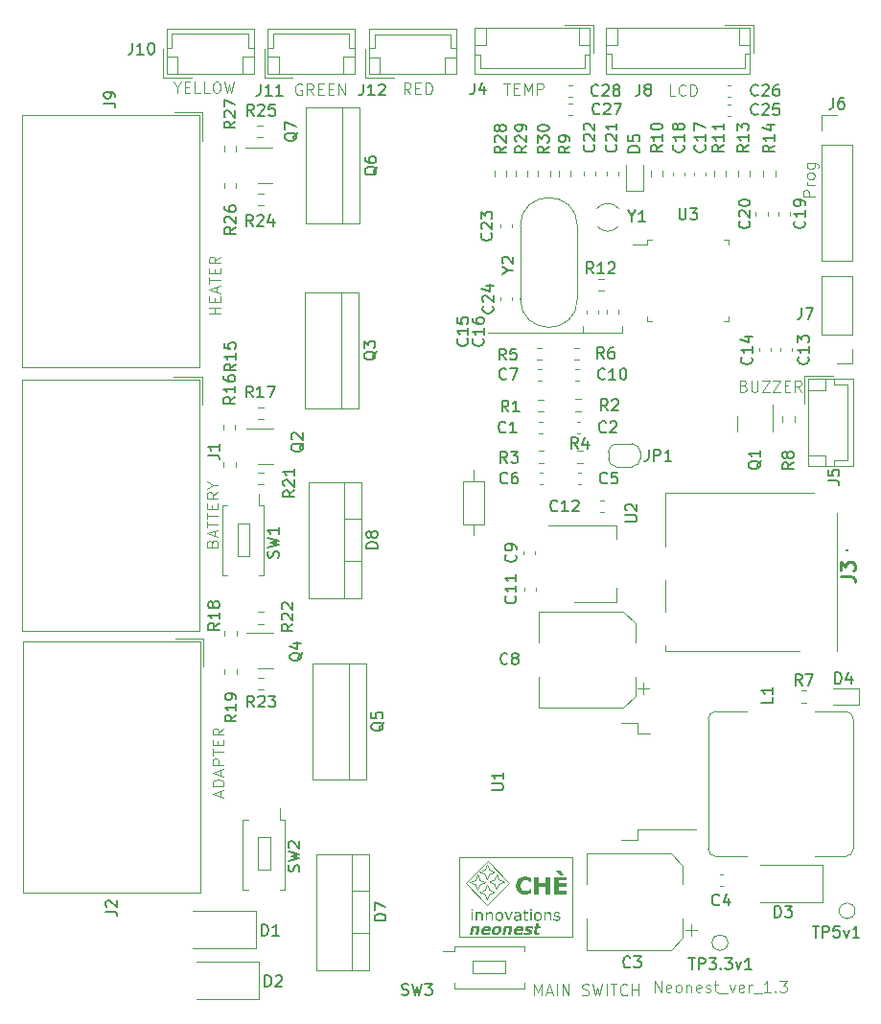
<source format=gbr>
G04 #@! TF.GenerationSoftware,KiCad,Pcbnew,7.0.11-rc3*
G04 #@! TF.CreationDate,2025-08-13T16:24:40+03:00*
G04 #@! TF.ProjectId,Neonest_V_1.3,4e656f6e-6573-4745-9f56-5f312e332e6b,rev?*
G04 #@! TF.SameCoordinates,Original*
G04 #@! TF.FileFunction,Legend,Top*
G04 #@! TF.FilePolarity,Positive*
%FSLAX46Y46*%
G04 Gerber Fmt 4.6, Leading zero omitted, Abs format (unit mm)*
G04 Created by KiCad (PCBNEW 7.0.11-rc3) date 2025-08-13 16:24:40*
%MOMM*%
%LPD*%
G01*
G04 APERTURE LIST*
%ADD10C,0.100000*%
%ADD11C,0.150000*%
%ADD12C,0.200000*%
%ADD13C,0.375000*%
%ADD14C,0.254000*%
%ADD15C,0.120000*%
G04 APERTURE END LIST*
D10*
X176752419Y-67656115D02*
X175752419Y-67656115D01*
X175752419Y-67656115D02*
X175752419Y-67275163D01*
X175752419Y-67275163D02*
X175800038Y-67179925D01*
X175800038Y-67179925D02*
X175847657Y-67132306D01*
X175847657Y-67132306D02*
X175942895Y-67084687D01*
X175942895Y-67084687D02*
X176085752Y-67084687D01*
X176085752Y-67084687D02*
X176180990Y-67132306D01*
X176180990Y-67132306D02*
X176228609Y-67179925D01*
X176228609Y-67179925D02*
X176276228Y-67275163D01*
X176276228Y-67275163D02*
X176276228Y-67656115D01*
X176752419Y-66656115D02*
X176085752Y-66656115D01*
X176276228Y-66656115D02*
X176180990Y-66608496D01*
X176180990Y-66608496D02*
X176133371Y-66560877D01*
X176133371Y-66560877D02*
X176085752Y-66465639D01*
X176085752Y-66465639D02*
X176085752Y-66370401D01*
X176752419Y-65894210D02*
X176704800Y-65989448D01*
X176704800Y-65989448D02*
X176657180Y-66037067D01*
X176657180Y-66037067D02*
X176561942Y-66084686D01*
X176561942Y-66084686D02*
X176276228Y-66084686D01*
X176276228Y-66084686D02*
X176180990Y-66037067D01*
X176180990Y-66037067D02*
X176133371Y-65989448D01*
X176133371Y-65989448D02*
X176085752Y-65894210D01*
X176085752Y-65894210D02*
X176085752Y-65751353D01*
X176085752Y-65751353D02*
X176133371Y-65656115D01*
X176133371Y-65656115D02*
X176180990Y-65608496D01*
X176180990Y-65608496D02*
X176276228Y-65560877D01*
X176276228Y-65560877D02*
X176561942Y-65560877D01*
X176561942Y-65560877D02*
X176657180Y-65608496D01*
X176657180Y-65608496D02*
X176704800Y-65656115D01*
X176704800Y-65656115D02*
X176752419Y-65751353D01*
X176752419Y-65751353D02*
X176752419Y-65894210D01*
X176085752Y-64703734D02*
X176895276Y-64703734D01*
X176895276Y-64703734D02*
X176990514Y-64751353D01*
X176990514Y-64751353D02*
X177038133Y-64798972D01*
X177038133Y-64798972D02*
X177085752Y-64894210D01*
X177085752Y-64894210D02*
X177085752Y-65037067D01*
X177085752Y-65037067D02*
X177038133Y-65132305D01*
X176704800Y-64703734D02*
X176752419Y-64798972D01*
X176752419Y-64798972D02*
X176752419Y-64989448D01*
X176752419Y-64989448D02*
X176704800Y-65084686D01*
X176704800Y-65084686D02*
X176657180Y-65132305D01*
X176657180Y-65132305D02*
X176561942Y-65179924D01*
X176561942Y-65179924D02*
X176276228Y-65179924D01*
X176276228Y-65179924D02*
X176180990Y-65132305D01*
X176180990Y-65132305D02*
X176133371Y-65084686D01*
X176133371Y-65084686D02*
X176085752Y-64989448D01*
X176085752Y-64989448D02*
X176085752Y-64798972D01*
X176085752Y-64798972D02*
X176133371Y-64703734D01*
X164450074Y-58742419D02*
X163973884Y-58742419D01*
X163973884Y-58742419D02*
X163973884Y-57742419D01*
X165354836Y-58647180D02*
X165307217Y-58694800D01*
X165307217Y-58694800D02*
X165164360Y-58742419D01*
X165164360Y-58742419D02*
X165069122Y-58742419D01*
X165069122Y-58742419D02*
X164926265Y-58694800D01*
X164926265Y-58694800D02*
X164831027Y-58599561D01*
X164831027Y-58599561D02*
X164783408Y-58504323D01*
X164783408Y-58504323D02*
X164735789Y-58313847D01*
X164735789Y-58313847D02*
X164735789Y-58170990D01*
X164735789Y-58170990D02*
X164783408Y-57980514D01*
X164783408Y-57980514D02*
X164831027Y-57885276D01*
X164831027Y-57885276D02*
X164926265Y-57790038D01*
X164926265Y-57790038D02*
X165069122Y-57742419D01*
X165069122Y-57742419D02*
X165164360Y-57742419D01*
X165164360Y-57742419D02*
X165307217Y-57790038D01*
X165307217Y-57790038D02*
X165354836Y-57837657D01*
X165783408Y-58742419D02*
X165783408Y-57742419D01*
X165783408Y-57742419D02*
X166021503Y-57742419D01*
X166021503Y-57742419D02*
X166164360Y-57790038D01*
X166164360Y-57790038D02*
X166259598Y-57885276D01*
X166259598Y-57885276D02*
X166307217Y-57980514D01*
X166307217Y-57980514D02*
X166354836Y-58170990D01*
X166354836Y-58170990D02*
X166354836Y-58313847D01*
X166354836Y-58313847D02*
X166307217Y-58504323D01*
X166307217Y-58504323D02*
X166259598Y-58599561D01*
X166259598Y-58599561D02*
X166164360Y-58694800D01*
X166164360Y-58694800D02*
X166021503Y-58742419D01*
X166021503Y-58742419D02*
X165783408Y-58742419D01*
X123538609Y-98262782D02*
X123586228Y-98119925D01*
X123586228Y-98119925D02*
X123633847Y-98072306D01*
X123633847Y-98072306D02*
X123729085Y-98024687D01*
X123729085Y-98024687D02*
X123871942Y-98024687D01*
X123871942Y-98024687D02*
X123967180Y-98072306D01*
X123967180Y-98072306D02*
X124014800Y-98119925D01*
X124014800Y-98119925D02*
X124062419Y-98215163D01*
X124062419Y-98215163D02*
X124062419Y-98596115D01*
X124062419Y-98596115D02*
X123062419Y-98596115D01*
X123062419Y-98596115D02*
X123062419Y-98262782D01*
X123062419Y-98262782D02*
X123110038Y-98167544D01*
X123110038Y-98167544D02*
X123157657Y-98119925D01*
X123157657Y-98119925D02*
X123252895Y-98072306D01*
X123252895Y-98072306D02*
X123348133Y-98072306D01*
X123348133Y-98072306D02*
X123443371Y-98119925D01*
X123443371Y-98119925D02*
X123490990Y-98167544D01*
X123490990Y-98167544D02*
X123538609Y-98262782D01*
X123538609Y-98262782D02*
X123538609Y-98596115D01*
X123776704Y-97643734D02*
X123776704Y-97167544D01*
X124062419Y-97738972D02*
X123062419Y-97405639D01*
X123062419Y-97405639D02*
X124062419Y-97072306D01*
X123062419Y-96881829D02*
X123062419Y-96310401D01*
X124062419Y-96596115D02*
X123062419Y-96596115D01*
X123062419Y-96119924D02*
X123062419Y-95548496D01*
X124062419Y-95834210D02*
X123062419Y-95834210D01*
X123538609Y-95215162D02*
X123538609Y-94881829D01*
X124062419Y-94738972D02*
X124062419Y-95215162D01*
X124062419Y-95215162D02*
X123062419Y-95215162D01*
X123062419Y-95215162D02*
X123062419Y-94738972D01*
X124062419Y-93738972D02*
X123586228Y-94072305D01*
X124062419Y-94310400D02*
X123062419Y-94310400D01*
X123062419Y-94310400D02*
X123062419Y-93929448D01*
X123062419Y-93929448D02*
X123110038Y-93834210D01*
X123110038Y-93834210D02*
X123157657Y-93786591D01*
X123157657Y-93786591D02*
X123252895Y-93738972D01*
X123252895Y-93738972D02*
X123395752Y-93738972D01*
X123395752Y-93738972D02*
X123490990Y-93786591D01*
X123490990Y-93786591D02*
X123538609Y-93834210D01*
X123538609Y-93834210D02*
X123586228Y-93929448D01*
X123586228Y-93929448D02*
X123586228Y-94310400D01*
X123586228Y-93119924D02*
X124062419Y-93119924D01*
X123062419Y-93453257D02*
X123586228Y-93119924D01*
X123586228Y-93119924D02*
X123062419Y-92786591D01*
X124296704Y-120613734D02*
X124296704Y-120137544D01*
X124582419Y-120708972D02*
X123582419Y-120375639D01*
X123582419Y-120375639D02*
X124582419Y-120042306D01*
X124582419Y-119708972D02*
X123582419Y-119708972D01*
X123582419Y-119708972D02*
X123582419Y-119470877D01*
X123582419Y-119470877D02*
X123630038Y-119328020D01*
X123630038Y-119328020D02*
X123725276Y-119232782D01*
X123725276Y-119232782D02*
X123820514Y-119185163D01*
X123820514Y-119185163D02*
X124010990Y-119137544D01*
X124010990Y-119137544D02*
X124153847Y-119137544D01*
X124153847Y-119137544D02*
X124344323Y-119185163D01*
X124344323Y-119185163D02*
X124439561Y-119232782D01*
X124439561Y-119232782D02*
X124534800Y-119328020D01*
X124534800Y-119328020D02*
X124582419Y-119470877D01*
X124582419Y-119470877D02*
X124582419Y-119708972D01*
X124296704Y-118756591D02*
X124296704Y-118280401D01*
X124582419Y-118851829D02*
X123582419Y-118518496D01*
X123582419Y-118518496D02*
X124582419Y-118185163D01*
X124582419Y-117851829D02*
X123582419Y-117851829D01*
X123582419Y-117851829D02*
X123582419Y-117470877D01*
X123582419Y-117470877D02*
X123630038Y-117375639D01*
X123630038Y-117375639D02*
X123677657Y-117328020D01*
X123677657Y-117328020D02*
X123772895Y-117280401D01*
X123772895Y-117280401D02*
X123915752Y-117280401D01*
X123915752Y-117280401D02*
X124010990Y-117328020D01*
X124010990Y-117328020D02*
X124058609Y-117375639D01*
X124058609Y-117375639D02*
X124106228Y-117470877D01*
X124106228Y-117470877D02*
X124106228Y-117851829D01*
X123582419Y-116994686D02*
X123582419Y-116423258D01*
X124582419Y-116708972D02*
X123582419Y-116708972D01*
X124058609Y-116089924D02*
X124058609Y-115756591D01*
X124582419Y-115613734D02*
X124582419Y-116089924D01*
X124582419Y-116089924D02*
X123582419Y-116089924D01*
X123582419Y-116089924D02*
X123582419Y-115613734D01*
X124582419Y-114613734D02*
X124106228Y-114947067D01*
X124582419Y-115185162D02*
X123582419Y-115185162D01*
X123582419Y-115185162D02*
X123582419Y-114804210D01*
X123582419Y-114804210D02*
X123630038Y-114708972D01*
X123630038Y-114708972D02*
X123677657Y-114661353D01*
X123677657Y-114661353D02*
X123772895Y-114613734D01*
X123772895Y-114613734D02*
X123915752Y-114613734D01*
X123915752Y-114613734D02*
X124010990Y-114661353D01*
X124010990Y-114661353D02*
X124058609Y-114708972D01*
X124058609Y-114708972D02*
X124106228Y-114804210D01*
X124106228Y-114804210D02*
X124106228Y-115185162D01*
X124272419Y-78006115D02*
X123272419Y-78006115D01*
X123748609Y-78006115D02*
X123748609Y-77434687D01*
X124272419Y-77434687D02*
X123272419Y-77434687D01*
X123748609Y-76958496D02*
X123748609Y-76625163D01*
X124272419Y-76482306D02*
X124272419Y-76958496D01*
X124272419Y-76958496D02*
X123272419Y-76958496D01*
X123272419Y-76958496D02*
X123272419Y-76482306D01*
X123986704Y-76101353D02*
X123986704Y-75625163D01*
X124272419Y-76196591D02*
X123272419Y-75863258D01*
X123272419Y-75863258D02*
X124272419Y-75529925D01*
X123272419Y-75339448D02*
X123272419Y-74768020D01*
X124272419Y-75053734D02*
X123272419Y-75053734D01*
X123748609Y-74434686D02*
X123748609Y-74101353D01*
X124272419Y-73958496D02*
X124272419Y-74434686D01*
X124272419Y-74434686D02*
X123272419Y-74434686D01*
X123272419Y-74434686D02*
X123272419Y-73958496D01*
X124272419Y-72958496D02*
X123796228Y-73291829D01*
X124272419Y-73529924D02*
X123272419Y-73529924D01*
X123272419Y-73529924D02*
X123272419Y-73148972D01*
X123272419Y-73148972D02*
X123320038Y-73053734D01*
X123320038Y-73053734D02*
X123367657Y-73006115D01*
X123367657Y-73006115D02*
X123462895Y-72958496D01*
X123462895Y-72958496D02*
X123605752Y-72958496D01*
X123605752Y-72958496D02*
X123700990Y-73006115D01*
X123700990Y-73006115D02*
X123748609Y-73053734D01*
X123748609Y-73053734D02*
X123796228Y-73148972D01*
X123796228Y-73148972D02*
X123796228Y-73529924D01*
X120464360Y-58006228D02*
X120464360Y-58482419D01*
X120131027Y-57482419D02*
X120464360Y-58006228D01*
X120464360Y-58006228D02*
X120797693Y-57482419D01*
X121131027Y-57958609D02*
X121464360Y-57958609D01*
X121607217Y-58482419D02*
X121131027Y-58482419D01*
X121131027Y-58482419D02*
X121131027Y-57482419D01*
X121131027Y-57482419D02*
X121607217Y-57482419D01*
X122511979Y-58482419D02*
X122035789Y-58482419D01*
X122035789Y-58482419D02*
X122035789Y-57482419D01*
X123321503Y-58482419D02*
X122845313Y-58482419D01*
X122845313Y-58482419D02*
X122845313Y-57482419D01*
X123845313Y-57482419D02*
X124035789Y-57482419D01*
X124035789Y-57482419D02*
X124131027Y-57530038D01*
X124131027Y-57530038D02*
X124226265Y-57625276D01*
X124226265Y-57625276D02*
X124273884Y-57815752D01*
X124273884Y-57815752D02*
X124273884Y-58149085D01*
X124273884Y-58149085D02*
X124226265Y-58339561D01*
X124226265Y-58339561D02*
X124131027Y-58434800D01*
X124131027Y-58434800D02*
X124035789Y-58482419D01*
X124035789Y-58482419D02*
X123845313Y-58482419D01*
X123845313Y-58482419D02*
X123750075Y-58434800D01*
X123750075Y-58434800D02*
X123654837Y-58339561D01*
X123654837Y-58339561D02*
X123607218Y-58149085D01*
X123607218Y-58149085D02*
X123607218Y-57815752D01*
X123607218Y-57815752D02*
X123654837Y-57625276D01*
X123654837Y-57625276D02*
X123750075Y-57530038D01*
X123750075Y-57530038D02*
X123845313Y-57482419D01*
X124607218Y-57482419D02*
X124845313Y-58482419D01*
X124845313Y-58482419D02*
X125035789Y-57768133D01*
X125035789Y-57768133D02*
X125226265Y-58482419D01*
X125226265Y-58482419D02*
X125464361Y-57482419D01*
X131447693Y-57730038D02*
X131352455Y-57682419D01*
X131352455Y-57682419D02*
X131209598Y-57682419D01*
X131209598Y-57682419D02*
X131066741Y-57730038D01*
X131066741Y-57730038D02*
X130971503Y-57825276D01*
X130971503Y-57825276D02*
X130923884Y-57920514D01*
X130923884Y-57920514D02*
X130876265Y-58110990D01*
X130876265Y-58110990D02*
X130876265Y-58253847D01*
X130876265Y-58253847D02*
X130923884Y-58444323D01*
X130923884Y-58444323D02*
X130971503Y-58539561D01*
X130971503Y-58539561D02*
X131066741Y-58634800D01*
X131066741Y-58634800D02*
X131209598Y-58682419D01*
X131209598Y-58682419D02*
X131304836Y-58682419D01*
X131304836Y-58682419D02*
X131447693Y-58634800D01*
X131447693Y-58634800D02*
X131495312Y-58587180D01*
X131495312Y-58587180D02*
X131495312Y-58253847D01*
X131495312Y-58253847D02*
X131304836Y-58253847D01*
X132495312Y-58682419D02*
X132161979Y-58206228D01*
X131923884Y-58682419D02*
X131923884Y-57682419D01*
X131923884Y-57682419D02*
X132304836Y-57682419D01*
X132304836Y-57682419D02*
X132400074Y-57730038D01*
X132400074Y-57730038D02*
X132447693Y-57777657D01*
X132447693Y-57777657D02*
X132495312Y-57872895D01*
X132495312Y-57872895D02*
X132495312Y-58015752D01*
X132495312Y-58015752D02*
X132447693Y-58110990D01*
X132447693Y-58110990D02*
X132400074Y-58158609D01*
X132400074Y-58158609D02*
X132304836Y-58206228D01*
X132304836Y-58206228D02*
X131923884Y-58206228D01*
X132923884Y-58158609D02*
X133257217Y-58158609D01*
X133400074Y-58682419D02*
X132923884Y-58682419D01*
X132923884Y-58682419D02*
X132923884Y-57682419D01*
X132923884Y-57682419D02*
X133400074Y-57682419D01*
X133828646Y-58158609D02*
X134161979Y-58158609D01*
X134304836Y-58682419D02*
X133828646Y-58682419D01*
X133828646Y-58682419D02*
X133828646Y-57682419D01*
X133828646Y-57682419D02*
X134304836Y-57682419D01*
X134733408Y-58682419D02*
X134733408Y-57682419D01*
X134733408Y-57682419D02*
X135304836Y-58682419D01*
X135304836Y-58682419D02*
X135304836Y-57682419D01*
X141085312Y-58602419D02*
X140751979Y-58126228D01*
X140513884Y-58602419D02*
X140513884Y-57602419D01*
X140513884Y-57602419D02*
X140894836Y-57602419D01*
X140894836Y-57602419D02*
X140990074Y-57650038D01*
X140990074Y-57650038D02*
X141037693Y-57697657D01*
X141037693Y-57697657D02*
X141085312Y-57792895D01*
X141085312Y-57792895D02*
X141085312Y-57935752D01*
X141085312Y-57935752D02*
X141037693Y-58030990D01*
X141037693Y-58030990D02*
X140990074Y-58078609D01*
X140990074Y-58078609D02*
X140894836Y-58126228D01*
X140894836Y-58126228D02*
X140513884Y-58126228D01*
X141513884Y-58078609D02*
X141847217Y-58078609D01*
X141990074Y-58602419D02*
X141513884Y-58602419D01*
X141513884Y-58602419D02*
X141513884Y-57602419D01*
X141513884Y-57602419D02*
X141990074Y-57602419D01*
X142418646Y-58602419D02*
X142418646Y-57602419D01*
X142418646Y-57602419D02*
X142656741Y-57602419D01*
X142656741Y-57602419D02*
X142799598Y-57650038D01*
X142799598Y-57650038D02*
X142894836Y-57745276D01*
X142894836Y-57745276D02*
X142942455Y-57840514D01*
X142942455Y-57840514D02*
X142990074Y-58030990D01*
X142990074Y-58030990D02*
X142990074Y-58173847D01*
X142990074Y-58173847D02*
X142942455Y-58364323D01*
X142942455Y-58364323D02*
X142894836Y-58459561D01*
X142894836Y-58459561D02*
X142799598Y-58554800D01*
X142799598Y-58554800D02*
X142656741Y-58602419D01*
X142656741Y-58602419D02*
X142418646Y-58602419D01*
X149301027Y-57632419D02*
X149872455Y-57632419D01*
X149586741Y-58632419D02*
X149586741Y-57632419D01*
X150205789Y-58108609D02*
X150539122Y-58108609D01*
X150681979Y-58632419D02*
X150205789Y-58632419D01*
X150205789Y-58632419D02*
X150205789Y-57632419D01*
X150205789Y-57632419D02*
X150681979Y-57632419D01*
X151110551Y-58632419D02*
X151110551Y-57632419D01*
X151110551Y-57632419D02*
X151443884Y-58346704D01*
X151443884Y-58346704D02*
X151777217Y-57632419D01*
X151777217Y-57632419D02*
X151777217Y-58632419D01*
X152253408Y-58632419D02*
X152253408Y-57632419D01*
X152253408Y-57632419D02*
X152634360Y-57632419D01*
X152634360Y-57632419D02*
X152729598Y-57680038D01*
X152729598Y-57680038D02*
X152777217Y-57727657D01*
X152777217Y-57727657D02*
X152824836Y-57822895D01*
X152824836Y-57822895D02*
X152824836Y-57965752D01*
X152824836Y-57965752D02*
X152777217Y-58060990D01*
X152777217Y-58060990D02*
X152729598Y-58108609D01*
X152729598Y-58108609D02*
X152634360Y-58156228D01*
X152634360Y-58156228D02*
X152253408Y-58156228D01*
X156300000Y-79700000D02*
X147900000Y-79700000D01*
X156300000Y-79700000D02*
X159800000Y-79700000D01*
X156300000Y-79400000D02*
X156300000Y-79700000D01*
X159800000Y-79700000D02*
X159800000Y-79100000D01*
X156300000Y-79400000D02*
X156300000Y-79100000D01*
X170497217Y-84368609D02*
X170640074Y-84416228D01*
X170640074Y-84416228D02*
X170687693Y-84463847D01*
X170687693Y-84463847D02*
X170735312Y-84559085D01*
X170735312Y-84559085D02*
X170735312Y-84701942D01*
X170735312Y-84701942D02*
X170687693Y-84797180D01*
X170687693Y-84797180D02*
X170640074Y-84844800D01*
X170640074Y-84844800D02*
X170544836Y-84892419D01*
X170544836Y-84892419D02*
X170163884Y-84892419D01*
X170163884Y-84892419D02*
X170163884Y-83892419D01*
X170163884Y-83892419D02*
X170497217Y-83892419D01*
X170497217Y-83892419D02*
X170592455Y-83940038D01*
X170592455Y-83940038D02*
X170640074Y-83987657D01*
X170640074Y-83987657D02*
X170687693Y-84082895D01*
X170687693Y-84082895D02*
X170687693Y-84178133D01*
X170687693Y-84178133D02*
X170640074Y-84273371D01*
X170640074Y-84273371D02*
X170592455Y-84320990D01*
X170592455Y-84320990D02*
X170497217Y-84368609D01*
X170497217Y-84368609D02*
X170163884Y-84368609D01*
X171163884Y-83892419D02*
X171163884Y-84701942D01*
X171163884Y-84701942D02*
X171211503Y-84797180D01*
X171211503Y-84797180D02*
X171259122Y-84844800D01*
X171259122Y-84844800D02*
X171354360Y-84892419D01*
X171354360Y-84892419D02*
X171544836Y-84892419D01*
X171544836Y-84892419D02*
X171640074Y-84844800D01*
X171640074Y-84844800D02*
X171687693Y-84797180D01*
X171687693Y-84797180D02*
X171735312Y-84701942D01*
X171735312Y-84701942D02*
X171735312Y-83892419D01*
X172116265Y-83892419D02*
X172782931Y-83892419D01*
X172782931Y-83892419D02*
X172116265Y-84892419D01*
X172116265Y-84892419D02*
X172782931Y-84892419D01*
X173068646Y-83892419D02*
X173735312Y-83892419D01*
X173735312Y-83892419D02*
X173068646Y-84892419D01*
X173068646Y-84892419D02*
X173735312Y-84892419D01*
X174116265Y-84368609D02*
X174449598Y-84368609D01*
X174592455Y-84892419D02*
X174116265Y-84892419D01*
X174116265Y-84892419D02*
X174116265Y-83892419D01*
X174116265Y-83892419D02*
X174592455Y-83892419D01*
X175592455Y-84892419D02*
X175259122Y-84416228D01*
X175021027Y-84892419D02*
X175021027Y-83892419D01*
X175021027Y-83892419D02*
X175401979Y-83892419D01*
X175401979Y-83892419D02*
X175497217Y-83940038D01*
X175497217Y-83940038D02*
X175544836Y-83987657D01*
X175544836Y-83987657D02*
X175592455Y-84082895D01*
X175592455Y-84082895D02*
X175592455Y-84225752D01*
X175592455Y-84225752D02*
X175544836Y-84320990D01*
X175544836Y-84320990D02*
X175497217Y-84368609D01*
X175497217Y-84368609D02*
X175401979Y-84416228D01*
X175401979Y-84416228D02*
X175021027Y-84416228D01*
X162623884Y-137912419D02*
X162623884Y-136912419D01*
X162623884Y-136912419D02*
X163195312Y-137912419D01*
X163195312Y-137912419D02*
X163195312Y-136912419D01*
X164052455Y-137864800D02*
X163957217Y-137912419D01*
X163957217Y-137912419D02*
X163766741Y-137912419D01*
X163766741Y-137912419D02*
X163671503Y-137864800D01*
X163671503Y-137864800D02*
X163623884Y-137769561D01*
X163623884Y-137769561D02*
X163623884Y-137388609D01*
X163623884Y-137388609D02*
X163671503Y-137293371D01*
X163671503Y-137293371D02*
X163766741Y-137245752D01*
X163766741Y-137245752D02*
X163957217Y-137245752D01*
X163957217Y-137245752D02*
X164052455Y-137293371D01*
X164052455Y-137293371D02*
X164100074Y-137388609D01*
X164100074Y-137388609D02*
X164100074Y-137483847D01*
X164100074Y-137483847D02*
X163623884Y-137579085D01*
X164671503Y-137912419D02*
X164576265Y-137864800D01*
X164576265Y-137864800D02*
X164528646Y-137817180D01*
X164528646Y-137817180D02*
X164481027Y-137721942D01*
X164481027Y-137721942D02*
X164481027Y-137436228D01*
X164481027Y-137436228D02*
X164528646Y-137340990D01*
X164528646Y-137340990D02*
X164576265Y-137293371D01*
X164576265Y-137293371D02*
X164671503Y-137245752D01*
X164671503Y-137245752D02*
X164814360Y-137245752D01*
X164814360Y-137245752D02*
X164909598Y-137293371D01*
X164909598Y-137293371D02*
X164957217Y-137340990D01*
X164957217Y-137340990D02*
X165004836Y-137436228D01*
X165004836Y-137436228D02*
X165004836Y-137721942D01*
X165004836Y-137721942D02*
X164957217Y-137817180D01*
X164957217Y-137817180D02*
X164909598Y-137864800D01*
X164909598Y-137864800D02*
X164814360Y-137912419D01*
X164814360Y-137912419D02*
X164671503Y-137912419D01*
X165433408Y-137245752D02*
X165433408Y-137912419D01*
X165433408Y-137340990D02*
X165481027Y-137293371D01*
X165481027Y-137293371D02*
X165576265Y-137245752D01*
X165576265Y-137245752D02*
X165719122Y-137245752D01*
X165719122Y-137245752D02*
X165814360Y-137293371D01*
X165814360Y-137293371D02*
X165861979Y-137388609D01*
X165861979Y-137388609D02*
X165861979Y-137912419D01*
X166719122Y-137864800D02*
X166623884Y-137912419D01*
X166623884Y-137912419D02*
X166433408Y-137912419D01*
X166433408Y-137912419D02*
X166338170Y-137864800D01*
X166338170Y-137864800D02*
X166290551Y-137769561D01*
X166290551Y-137769561D02*
X166290551Y-137388609D01*
X166290551Y-137388609D02*
X166338170Y-137293371D01*
X166338170Y-137293371D02*
X166433408Y-137245752D01*
X166433408Y-137245752D02*
X166623884Y-137245752D01*
X166623884Y-137245752D02*
X166719122Y-137293371D01*
X166719122Y-137293371D02*
X166766741Y-137388609D01*
X166766741Y-137388609D02*
X166766741Y-137483847D01*
X166766741Y-137483847D02*
X166290551Y-137579085D01*
X167147694Y-137864800D02*
X167242932Y-137912419D01*
X167242932Y-137912419D02*
X167433408Y-137912419D01*
X167433408Y-137912419D02*
X167528646Y-137864800D01*
X167528646Y-137864800D02*
X167576265Y-137769561D01*
X167576265Y-137769561D02*
X167576265Y-137721942D01*
X167576265Y-137721942D02*
X167528646Y-137626704D01*
X167528646Y-137626704D02*
X167433408Y-137579085D01*
X167433408Y-137579085D02*
X167290551Y-137579085D01*
X167290551Y-137579085D02*
X167195313Y-137531466D01*
X167195313Y-137531466D02*
X167147694Y-137436228D01*
X167147694Y-137436228D02*
X167147694Y-137388609D01*
X167147694Y-137388609D02*
X167195313Y-137293371D01*
X167195313Y-137293371D02*
X167290551Y-137245752D01*
X167290551Y-137245752D02*
X167433408Y-137245752D01*
X167433408Y-137245752D02*
X167528646Y-137293371D01*
X167861980Y-137245752D02*
X168242932Y-137245752D01*
X168004837Y-136912419D02*
X168004837Y-137769561D01*
X168004837Y-137769561D02*
X168052456Y-137864800D01*
X168052456Y-137864800D02*
X168147694Y-137912419D01*
X168147694Y-137912419D02*
X168242932Y-137912419D01*
X168338171Y-138007657D02*
X169100075Y-138007657D01*
X169242933Y-137245752D02*
X169481028Y-137912419D01*
X169481028Y-137912419D02*
X169719123Y-137245752D01*
X170481028Y-137864800D02*
X170385790Y-137912419D01*
X170385790Y-137912419D02*
X170195314Y-137912419D01*
X170195314Y-137912419D02*
X170100076Y-137864800D01*
X170100076Y-137864800D02*
X170052457Y-137769561D01*
X170052457Y-137769561D02*
X170052457Y-137388609D01*
X170052457Y-137388609D02*
X170100076Y-137293371D01*
X170100076Y-137293371D02*
X170195314Y-137245752D01*
X170195314Y-137245752D02*
X170385790Y-137245752D01*
X170385790Y-137245752D02*
X170481028Y-137293371D01*
X170481028Y-137293371D02*
X170528647Y-137388609D01*
X170528647Y-137388609D02*
X170528647Y-137483847D01*
X170528647Y-137483847D02*
X170052457Y-137579085D01*
X170957219Y-137912419D02*
X170957219Y-137245752D01*
X170957219Y-137436228D02*
X171004838Y-137340990D01*
X171004838Y-137340990D02*
X171052457Y-137293371D01*
X171052457Y-137293371D02*
X171147695Y-137245752D01*
X171147695Y-137245752D02*
X171242933Y-137245752D01*
X171338172Y-138007657D02*
X172100076Y-138007657D01*
X172861981Y-137912419D02*
X172290553Y-137912419D01*
X172576267Y-137912419D02*
X172576267Y-136912419D01*
X172576267Y-136912419D02*
X172481029Y-137055276D01*
X172481029Y-137055276D02*
X172385791Y-137150514D01*
X172385791Y-137150514D02*
X172290553Y-137198133D01*
X173290553Y-137817180D02*
X173338172Y-137864800D01*
X173338172Y-137864800D02*
X173290553Y-137912419D01*
X173290553Y-137912419D02*
X173242934Y-137864800D01*
X173242934Y-137864800D02*
X173290553Y-137817180D01*
X173290553Y-137817180D02*
X173290553Y-137912419D01*
X173671505Y-136912419D02*
X174290552Y-136912419D01*
X174290552Y-136912419D02*
X173957219Y-137293371D01*
X173957219Y-137293371D02*
X174100076Y-137293371D01*
X174100076Y-137293371D02*
X174195314Y-137340990D01*
X174195314Y-137340990D02*
X174242933Y-137388609D01*
X174242933Y-137388609D02*
X174290552Y-137483847D01*
X174290552Y-137483847D02*
X174290552Y-137721942D01*
X174290552Y-137721942D02*
X174242933Y-137817180D01*
X174242933Y-137817180D02*
X174195314Y-137864800D01*
X174195314Y-137864800D02*
X174100076Y-137912419D01*
X174100076Y-137912419D02*
X173814362Y-137912419D01*
X173814362Y-137912419D02*
X173719124Y-137864800D01*
X173719124Y-137864800D02*
X173671505Y-137817180D01*
X152003884Y-138182419D02*
X152003884Y-137182419D01*
X152003884Y-137182419D02*
X152337217Y-137896704D01*
X152337217Y-137896704D02*
X152670550Y-137182419D01*
X152670550Y-137182419D02*
X152670550Y-138182419D01*
X153099122Y-137896704D02*
X153575312Y-137896704D01*
X153003884Y-138182419D02*
X153337217Y-137182419D01*
X153337217Y-137182419D02*
X153670550Y-138182419D01*
X154003884Y-138182419D02*
X154003884Y-137182419D01*
X154480074Y-138182419D02*
X154480074Y-137182419D01*
X154480074Y-137182419D02*
X155051502Y-138182419D01*
X155051502Y-138182419D02*
X155051502Y-137182419D01*
X156241979Y-138134800D02*
X156384836Y-138182419D01*
X156384836Y-138182419D02*
X156622931Y-138182419D01*
X156622931Y-138182419D02*
X156718169Y-138134800D01*
X156718169Y-138134800D02*
X156765788Y-138087180D01*
X156765788Y-138087180D02*
X156813407Y-137991942D01*
X156813407Y-137991942D02*
X156813407Y-137896704D01*
X156813407Y-137896704D02*
X156765788Y-137801466D01*
X156765788Y-137801466D02*
X156718169Y-137753847D01*
X156718169Y-137753847D02*
X156622931Y-137706228D01*
X156622931Y-137706228D02*
X156432455Y-137658609D01*
X156432455Y-137658609D02*
X156337217Y-137610990D01*
X156337217Y-137610990D02*
X156289598Y-137563371D01*
X156289598Y-137563371D02*
X156241979Y-137468133D01*
X156241979Y-137468133D02*
X156241979Y-137372895D01*
X156241979Y-137372895D02*
X156289598Y-137277657D01*
X156289598Y-137277657D02*
X156337217Y-137230038D01*
X156337217Y-137230038D02*
X156432455Y-137182419D01*
X156432455Y-137182419D02*
X156670550Y-137182419D01*
X156670550Y-137182419D02*
X156813407Y-137230038D01*
X157146741Y-137182419D02*
X157384836Y-138182419D01*
X157384836Y-138182419D02*
X157575312Y-137468133D01*
X157575312Y-137468133D02*
X157765788Y-138182419D01*
X157765788Y-138182419D02*
X158003884Y-137182419D01*
X158384836Y-138182419D02*
X158384836Y-137182419D01*
X158718169Y-137182419D02*
X159289597Y-137182419D01*
X159003883Y-138182419D02*
X159003883Y-137182419D01*
X160194359Y-138087180D02*
X160146740Y-138134800D01*
X160146740Y-138134800D02*
X160003883Y-138182419D01*
X160003883Y-138182419D02*
X159908645Y-138182419D01*
X159908645Y-138182419D02*
X159765788Y-138134800D01*
X159765788Y-138134800D02*
X159670550Y-138039561D01*
X159670550Y-138039561D02*
X159622931Y-137944323D01*
X159622931Y-137944323D02*
X159575312Y-137753847D01*
X159575312Y-137753847D02*
X159575312Y-137610990D01*
X159575312Y-137610990D02*
X159622931Y-137420514D01*
X159622931Y-137420514D02*
X159670550Y-137325276D01*
X159670550Y-137325276D02*
X159765788Y-137230038D01*
X159765788Y-137230038D02*
X159908645Y-137182419D01*
X159908645Y-137182419D02*
X160003883Y-137182419D01*
X160003883Y-137182419D02*
X160146740Y-137230038D01*
X160146740Y-137230038D02*
X160194359Y-137277657D01*
X160622931Y-138182419D02*
X160622931Y-137182419D01*
X160622931Y-137658609D02*
X161194359Y-137658609D01*
X161194359Y-138182419D02*
X161194359Y-137182419D01*
D11*
X140306667Y-138107200D02*
X140449524Y-138154819D01*
X140449524Y-138154819D02*
X140687619Y-138154819D01*
X140687619Y-138154819D02*
X140782857Y-138107200D01*
X140782857Y-138107200D02*
X140830476Y-138059580D01*
X140830476Y-138059580D02*
X140878095Y-137964342D01*
X140878095Y-137964342D02*
X140878095Y-137869104D01*
X140878095Y-137869104D02*
X140830476Y-137773866D01*
X140830476Y-137773866D02*
X140782857Y-137726247D01*
X140782857Y-137726247D02*
X140687619Y-137678628D01*
X140687619Y-137678628D02*
X140497143Y-137631009D01*
X140497143Y-137631009D02*
X140401905Y-137583390D01*
X140401905Y-137583390D02*
X140354286Y-137535771D01*
X140354286Y-137535771D02*
X140306667Y-137440533D01*
X140306667Y-137440533D02*
X140306667Y-137345295D01*
X140306667Y-137345295D02*
X140354286Y-137250057D01*
X140354286Y-137250057D02*
X140401905Y-137202438D01*
X140401905Y-137202438D02*
X140497143Y-137154819D01*
X140497143Y-137154819D02*
X140735238Y-137154819D01*
X140735238Y-137154819D02*
X140878095Y-137202438D01*
X141211429Y-137154819D02*
X141449524Y-138154819D01*
X141449524Y-138154819D02*
X141640000Y-137440533D01*
X141640000Y-137440533D02*
X141830476Y-138154819D01*
X141830476Y-138154819D02*
X142068572Y-137154819D01*
X142354286Y-137154819D02*
X142973333Y-137154819D01*
X142973333Y-137154819D02*
X142640000Y-137535771D01*
X142640000Y-137535771D02*
X142782857Y-137535771D01*
X142782857Y-137535771D02*
X142878095Y-137583390D01*
X142878095Y-137583390D02*
X142925714Y-137631009D01*
X142925714Y-137631009D02*
X142973333Y-137726247D01*
X142973333Y-137726247D02*
X142973333Y-137964342D01*
X142973333Y-137964342D02*
X142925714Y-138059580D01*
X142925714Y-138059580D02*
X142878095Y-138107200D01*
X142878095Y-138107200D02*
X142782857Y-138154819D01*
X142782857Y-138154819D02*
X142497143Y-138154819D01*
X142497143Y-138154819D02*
X142401905Y-138107200D01*
X142401905Y-138107200D02*
X142354286Y-138059580D01*
D12*
G36*
X147062191Y-132840000D02*
G01*
X146818925Y-132840000D01*
X146898548Y-132456538D01*
X146900914Y-132444879D01*
X146903128Y-132433228D01*
X146905188Y-132421585D01*
X146907096Y-132409949D01*
X146908852Y-132398321D01*
X146910455Y-132386700D01*
X146911905Y-132375087D01*
X146913203Y-132363482D01*
X146914298Y-132352205D01*
X146915019Y-132341698D01*
X146915395Y-132329650D01*
X146915186Y-132318805D01*
X146914164Y-132307382D01*
X146912301Y-132297694D01*
X146911493Y-132294849D01*
X146907314Y-132284391D01*
X146901615Y-132275241D01*
X146894398Y-132267401D01*
X146885660Y-132260869D01*
X146879986Y-132257725D01*
X146870394Y-132253740D01*
X146859206Y-132250580D01*
X146848662Y-132248577D01*
X146837009Y-132247146D01*
X146826888Y-132246413D01*
X146816058Y-132246047D01*
X146810376Y-132246001D01*
X146799989Y-132246269D01*
X146789434Y-132247074D01*
X146778713Y-132248416D01*
X146767825Y-132250294D01*
X146756769Y-132252709D01*
X146745547Y-132255661D01*
X146741011Y-132256992D01*
X146729500Y-132260748D01*
X146719983Y-132264218D01*
X146710190Y-132268099D01*
X146700123Y-132272392D01*
X146689780Y-132277097D01*
X146679164Y-132282215D01*
X146668272Y-132287745D01*
X146659923Y-132292163D01*
X146546106Y-132840000D01*
X146304305Y-132840000D01*
X146463551Y-132074054D01*
X146705352Y-132074054D01*
X146689720Y-132149769D01*
X146699085Y-132143391D01*
X146708371Y-132137202D01*
X146717578Y-132131202D01*
X146726708Y-132125391D01*
X146735759Y-132119768D01*
X146744732Y-132114335D01*
X146753627Y-132109090D01*
X146762444Y-132104035D01*
X146771182Y-132099168D01*
X146779842Y-132094490D01*
X146792686Y-132087828D01*
X146805353Y-132081590D01*
X146817845Y-132075778D01*
X146830160Y-132070390D01*
X146842495Y-132065458D01*
X146854955Y-132061011D01*
X146867540Y-132057049D01*
X146880249Y-132053572D01*
X146893082Y-132050580D01*
X146906040Y-132048074D01*
X146919123Y-132046052D01*
X146932330Y-132044516D01*
X146945661Y-132043465D01*
X146959117Y-132042899D01*
X146968157Y-132042791D01*
X146983154Y-132043077D01*
X146997615Y-132043936D01*
X147011540Y-132045367D01*
X147024928Y-132047370D01*
X147037781Y-132049946D01*
X147050097Y-132053095D01*
X147061877Y-132056816D01*
X147073121Y-132061109D01*
X147083828Y-132065975D01*
X147094000Y-132071413D01*
X147103635Y-132077424D01*
X147112734Y-132084007D01*
X147121297Y-132091162D01*
X147129323Y-132098890D01*
X147136814Y-132107191D01*
X147143768Y-132116064D01*
X147150156Y-132125505D01*
X147155888Y-132135512D01*
X147160964Y-132146083D01*
X147165383Y-132157219D01*
X147169146Y-132168919D01*
X147172253Y-132181185D01*
X147174703Y-132194015D01*
X147176496Y-132207411D01*
X147177634Y-132221371D01*
X147178114Y-132235895D01*
X147177939Y-132250985D01*
X147177107Y-132266639D01*
X147175619Y-132282859D01*
X147173474Y-132299643D01*
X147170673Y-132316992D01*
X147167215Y-132334905D01*
X147062191Y-132840000D01*
G37*
G36*
X147851506Y-132042883D02*
G01*
X147862690Y-132043161D01*
X147873657Y-132043624D01*
X147884408Y-132044272D01*
X147894941Y-132045104D01*
X147905257Y-132046122D01*
X147915356Y-132047326D01*
X147925238Y-132048714D01*
X147934903Y-132050287D01*
X147953582Y-132053989D01*
X147971393Y-132058431D01*
X147988335Y-132063614D01*
X148004409Y-132069536D01*
X148019615Y-132076200D01*
X148033953Y-132083603D01*
X148047423Y-132091747D01*
X148060024Y-132100632D01*
X148071757Y-132110256D01*
X148082622Y-132120621D01*
X148092619Y-132131727D01*
X148097292Y-132137557D01*
X148105991Y-132149698D01*
X148113832Y-132162489D01*
X148120814Y-132175931D01*
X148126937Y-132190023D01*
X148132201Y-132204767D01*
X148136607Y-132220161D01*
X148140155Y-132236205D01*
X148142843Y-132252901D01*
X148144673Y-132270247D01*
X148145644Y-132288243D01*
X148145757Y-132306891D01*
X148145011Y-132326189D01*
X148144316Y-132336082D01*
X148143406Y-132346138D01*
X148142282Y-132356356D01*
X148140943Y-132366737D01*
X148139389Y-132377281D01*
X148137621Y-132387987D01*
X148135638Y-132398856D01*
X148133440Y-132409888D01*
X148115610Y-132496106D01*
X147561667Y-132496106D01*
X147560063Y-132508259D01*
X147558973Y-132520049D01*
X147558399Y-132531477D01*
X147558340Y-132542542D01*
X147558796Y-132553245D01*
X147559767Y-132563585D01*
X147561253Y-132573563D01*
X147563255Y-132583178D01*
X147567223Y-132596921D01*
X147572351Y-132609848D01*
X147578638Y-132621960D01*
X147586084Y-132633256D01*
X147594689Y-132643736D01*
X147597815Y-132647048D01*
X147608044Y-132656389D01*
X147619497Y-132664811D01*
X147632173Y-132672314D01*
X147641303Y-132676806D01*
X147650977Y-132680889D01*
X147661196Y-132684564D01*
X147671958Y-132687831D01*
X147683263Y-132690689D01*
X147695113Y-132693139D01*
X147707506Y-132695181D01*
X147720444Y-132696815D01*
X147733925Y-132698040D01*
X147747949Y-132698856D01*
X147762518Y-132699265D01*
X147770006Y-132699316D01*
X147784397Y-132699054D01*
X147798809Y-132698268D01*
X147813242Y-132696959D01*
X147827697Y-132695125D01*
X147842174Y-132692768D01*
X147851837Y-132690906D01*
X147861509Y-132688811D01*
X147871191Y-132686483D01*
X147880882Y-132683922D01*
X147890583Y-132681129D01*
X147900294Y-132678102D01*
X147910014Y-132674843D01*
X147919744Y-132671351D01*
X147924612Y-132669518D01*
X147934267Y-132665776D01*
X147943694Y-132662000D01*
X147952891Y-132658189D01*
X147966258Y-132652409D01*
X147979109Y-132646552D01*
X147991445Y-132640617D01*
X148003266Y-132634605D01*
X148014572Y-132628515D01*
X148025362Y-132622349D01*
X148035638Y-132616105D01*
X148045398Y-132609783D01*
X148051618Y-132605526D01*
X148078729Y-132605526D01*
X148036720Y-132806538D01*
X148025629Y-132810738D01*
X148014642Y-132814789D01*
X148003761Y-132818691D01*
X147992985Y-132822445D01*
X147982314Y-132826049D01*
X147971747Y-132829505D01*
X147961286Y-132832812D01*
X147950929Y-132835969D01*
X147940678Y-132838979D01*
X147930531Y-132841839D01*
X147920490Y-132844550D01*
X147910553Y-132847113D01*
X147900721Y-132849527D01*
X147890994Y-132851792D01*
X147881373Y-132853908D01*
X147871856Y-132855875D01*
X147857552Y-132858625D01*
X147847897Y-132860308D01*
X147838146Y-132861871D01*
X147828300Y-132863313D01*
X147818358Y-132864636D01*
X147808322Y-132865838D01*
X147798189Y-132866920D01*
X147787962Y-132867882D01*
X147777639Y-132868723D01*
X147767220Y-132869444D01*
X147756706Y-132870045D01*
X147746097Y-132870526D01*
X147735392Y-132870887D01*
X147724592Y-132871127D01*
X147713697Y-132871248D01*
X147708213Y-132871263D01*
X147694127Y-132871159D01*
X147680292Y-132870849D01*
X147666709Y-132870331D01*
X147653377Y-132869606D01*
X147640296Y-132868675D01*
X147627467Y-132867536D01*
X147614889Y-132866190D01*
X147602563Y-132864637D01*
X147590488Y-132862878D01*
X147578664Y-132860911D01*
X147567092Y-132858737D01*
X147555771Y-132856356D01*
X147544702Y-132853768D01*
X147533884Y-132850973D01*
X147523317Y-132847971D01*
X147513002Y-132844762D01*
X147502938Y-132841346D01*
X147493126Y-132837723D01*
X147483565Y-132833893D01*
X147474255Y-132829856D01*
X147465197Y-132825612D01*
X147456390Y-132821160D01*
X147439531Y-132811637D01*
X147423677Y-132801285D01*
X147408829Y-132790105D01*
X147394986Y-132778097D01*
X147382149Y-132765261D01*
X147370359Y-132751660D01*
X147359659Y-132737356D01*
X147350049Y-132722351D01*
X147341528Y-132706643D01*
X147334097Y-132690233D01*
X147327755Y-132673121D01*
X147322503Y-132655306D01*
X147318340Y-132636789D01*
X147315267Y-132617571D01*
X147314139Y-132607698D01*
X147313284Y-132597650D01*
X147312701Y-132587426D01*
X147312390Y-132577026D01*
X147312351Y-132566451D01*
X147312585Y-132555701D01*
X147313092Y-132544775D01*
X147313871Y-132533673D01*
X147314922Y-132522396D01*
X147316245Y-132510943D01*
X147317841Y-132499315D01*
X147319709Y-132487511D01*
X147321850Y-132475532D01*
X147324263Y-132463377D01*
X147326877Y-132451335D01*
X147329682Y-132439451D01*
X147332678Y-132427724D01*
X147335865Y-132416154D01*
X147339242Y-132404742D01*
X147342810Y-132393487D01*
X147346570Y-132382390D01*
X147350519Y-132371450D01*
X147354660Y-132360668D01*
X147356799Y-132355422D01*
X147590000Y-132355422D01*
X147904096Y-132355422D01*
X147906114Y-132342585D01*
X147907407Y-132330363D01*
X147907975Y-132318754D01*
X147907817Y-132307760D01*
X147906933Y-132297379D01*
X147905324Y-132287613D01*
X147902049Y-132275546D01*
X147897485Y-132264570D01*
X147891631Y-132254686D01*
X147888220Y-132250153D01*
X147880404Y-132241853D01*
X147871123Y-132234659D01*
X147860376Y-132228572D01*
X147851355Y-132224733D01*
X147841509Y-132221517D01*
X147830838Y-132218923D01*
X147819344Y-132216951D01*
X147807025Y-132215602D01*
X147793881Y-132214876D01*
X147784661Y-132214738D01*
X147771764Y-132215032D01*
X147759176Y-132215914D01*
X147746897Y-132217385D01*
X147734927Y-132219443D01*
X147723266Y-132222090D01*
X147711915Y-132225325D01*
X147700872Y-132229148D01*
X147690139Y-132233560D01*
X147679715Y-132238559D01*
X147669600Y-132244147D01*
X147663028Y-132248199D01*
X147653546Y-132254827D01*
X147644610Y-132262164D01*
X147636218Y-132270209D01*
X147628372Y-132278962D01*
X147621072Y-132288424D01*
X147614316Y-132298594D01*
X147608106Y-132309473D01*
X147602441Y-132321060D01*
X147597321Y-132333355D01*
X147592746Y-132346359D01*
X147590000Y-132355422D01*
X147356799Y-132355422D01*
X147358992Y-132350043D01*
X147363514Y-132339575D01*
X147368227Y-132329265D01*
X147373131Y-132319112D01*
X147378226Y-132309117D01*
X147383511Y-132299279D01*
X147388988Y-132289598D01*
X147394655Y-132280075D01*
X147400513Y-132270709D01*
X147406562Y-132261501D01*
X147412801Y-132252450D01*
X147419232Y-132243557D01*
X147425853Y-132234821D01*
X147432665Y-132226243D01*
X147439668Y-132217821D01*
X147446862Y-132209558D01*
X147454246Y-132201451D01*
X147461822Y-132193503D01*
X147469588Y-132185711D01*
X147477545Y-132178077D01*
X147485693Y-132170600D01*
X147494031Y-132163281D01*
X147502561Y-132156120D01*
X147511260Y-132149147D01*
X147520079Y-132142396D01*
X147529017Y-132135866D01*
X147538075Y-132129558D01*
X147547252Y-132123471D01*
X147556548Y-132117605D01*
X147565963Y-132111961D01*
X147575498Y-132106538D01*
X147585151Y-132101337D01*
X147594924Y-132096356D01*
X147604817Y-132091597D01*
X147614828Y-132087060D01*
X147624959Y-132082744D01*
X147635209Y-132078649D01*
X147645579Y-132074775D01*
X147656067Y-132071123D01*
X147666675Y-132067692D01*
X147677402Y-132064483D01*
X147688249Y-132061495D01*
X147699214Y-132058728D01*
X147710299Y-132056182D01*
X147721503Y-132053858D01*
X147732827Y-132051755D01*
X147744269Y-132049874D01*
X147755831Y-132048214D01*
X147767513Y-132046775D01*
X147779313Y-132045558D01*
X147791233Y-132044562D01*
X147803272Y-132043787D01*
X147815430Y-132043234D01*
X147827707Y-132042902D01*
X147840104Y-132042791D01*
X147851506Y-132042883D01*
G37*
G36*
X148766056Y-132042899D02*
G01*
X148778074Y-132043225D01*
X148789871Y-132043768D01*
X148801448Y-132044527D01*
X148812803Y-132045504D01*
X148823938Y-132046698D01*
X148834852Y-132048109D01*
X148845545Y-132049737D01*
X148856017Y-132051581D01*
X148866269Y-132053643D01*
X148876299Y-132055922D01*
X148886109Y-132058419D01*
X148895697Y-132061132D01*
X148905065Y-132064062D01*
X148923138Y-132070573D01*
X148940328Y-132077953D01*
X148956634Y-132086201D01*
X148972056Y-132095317D01*
X148986595Y-132105302D01*
X149000251Y-132116154D01*
X149013023Y-132127875D01*
X149024912Y-132140464D01*
X149035917Y-132153921D01*
X149046025Y-132168129D01*
X149055159Y-132182971D01*
X149063320Y-132198446D01*
X149070508Y-132214555D01*
X149076723Y-132231297D01*
X149081965Y-132248672D01*
X149086233Y-132266681D01*
X149089528Y-132285324D01*
X149091851Y-132304600D01*
X149092647Y-132314476D01*
X149093200Y-132324510D01*
X149093509Y-132334702D01*
X149093576Y-132345053D01*
X149093399Y-132355562D01*
X149092978Y-132366229D01*
X149092315Y-132377055D01*
X149091408Y-132388040D01*
X149090258Y-132399182D01*
X149088864Y-132410483D01*
X149087228Y-132421943D01*
X149085348Y-132433560D01*
X149083224Y-132445336D01*
X149080858Y-132457271D01*
X149078265Y-132469220D01*
X149075493Y-132481010D01*
X149072542Y-132492641D01*
X149069413Y-132504112D01*
X149066104Y-132515424D01*
X149062617Y-132526577D01*
X149058951Y-132537570D01*
X149055105Y-132548404D01*
X149051081Y-132559079D01*
X149046879Y-132569594D01*
X149042497Y-132579950D01*
X149037936Y-132590147D01*
X149033196Y-132600184D01*
X149028278Y-132610062D01*
X149023181Y-132619781D01*
X149017904Y-132629340D01*
X149012449Y-132638740D01*
X149006815Y-132647981D01*
X149001002Y-132657062D01*
X148995010Y-132665984D01*
X148988840Y-132674747D01*
X148982490Y-132683350D01*
X148975961Y-132691794D01*
X148969254Y-132700079D01*
X148962368Y-132708204D01*
X148955303Y-132716170D01*
X148948059Y-132723977D01*
X148940636Y-132731624D01*
X148933034Y-132739112D01*
X148925253Y-132746441D01*
X148917294Y-132753611D01*
X148909155Y-132760621D01*
X148900879Y-132767428D01*
X148892476Y-132774019D01*
X148883946Y-132780394D01*
X148875289Y-132786552D01*
X148866506Y-132792495D01*
X148857595Y-132798222D01*
X148848558Y-132803732D01*
X148839393Y-132809026D01*
X148830102Y-132814105D01*
X148820684Y-132818967D01*
X148811139Y-132823613D01*
X148801467Y-132828043D01*
X148791668Y-132832257D01*
X148781742Y-132836255D01*
X148771690Y-132840036D01*
X148761510Y-132843602D01*
X148751204Y-132846952D01*
X148740771Y-132850085D01*
X148730211Y-132853002D01*
X148719523Y-132855704D01*
X148708709Y-132858189D01*
X148697769Y-132860458D01*
X148686701Y-132862511D01*
X148675506Y-132864347D01*
X148664185Y-132865968D01*
X148652736Y-132867373D01*
X148641161Y-132868561D01*
X148629459Y-132869534D01*
X148617630Y-132870290D01*
X148605674Y-132870830D01*
X148593591Y-132871155D01*
X148581381Y-132871263D01*
X148569231Y-132871155D01*
X148557298Y-132870830D01*
X148545580Y-132870290D01*
X148534078Y-132869534D01*
X148522793Y-132868561D01*
X148511723Y-132867373D01*
X148500870Y-132865968D01*
X148490233Y-132864347D01*
X148479812Y-132862511D01*
X148469607Y-132860458D01*
X148459618Y-132858189D01*
X148449845Y-132855704D01*
X148440288Y-132853002D01*
X148430948Y-132850085D01*
X148412915Y-132843602D01*
X148395746Y-132836255D01*
X148379442Y-132828043D01*
X148364002Y-132818967D01*
X148349427Y-132809026D01*
X148335716Y-132798222D01*
X148322869Y-132786552D01*
X148310887Y-132774019D01*
X148299769Y-132760621D01*
X148289604Y-132746441D01*
X148280417Y-132731624D01*
X148272209Y-132716170D01*
X148264980Y-132700079D01*
X148258730Y-132683350D01*
X148253458Y-132665984D01*
X148249166Y-132647981D01*
X148245853Y-132629340D01*
X148243518Y-132610062D01*
X148242718Y-132600184D01*
X148242162Y-132590147D01*
X148241851Y-132579950D01*
X148241785Y-132569594D01*
X148241964Y-132559079D01*
X148241987Y-132558487D01*
X148492832Y-132558487D01*
X148492965Y-132570600D01*
X148493614Y-132582155D01*
X148494706Y-132593131D01*
X148496240Y-132603527D01*
X148498217Y-132613342D01*
X148501310Y-132624796D01*
X148505095Y-132635343D01*
X148509572Y-132644984D01*
X148510551Y-132646803D01*
X148516908Y-132656546D01*
X148524072Y-132665259D01*
X148532043Y-132672941D01*
X148540822Y-132679593D01*
X148550407Y-132685214D01*
X148553782Y-132686859D01*
X148564426Y-132691092D01*
X148573887Y-132693951D01*
X148583885Y-132696202D01*
X148594419Y-132697844D01*
X148605490Y-132698878D01*
X148617097Y-132699303D01*
X148619483Y-132699316D01*
X148629769Y-132699035D01*
X148640020Y-132698195D01*
X148650234Y-132696793D01*
X148660413Y-132694831D01*
X148670556Y-132692309D01*
X148680663Y-132689226D01*
X148684696Y-132687836D01*
X148694628Y-132683791D01*
X148704274Y-132678982D01*
X148713633Y-132673411D01*
X148722706Y-132667076D01*
X148731493Y-132659977D01*
X148739994Y-132652116D01*
X148743314Y-132648757D01*
X148750619Y-132641052D01*
X148757633Y-132632958D01*
X148764357Y-132624474D01*
X148770792Y-132615601D01*
X148776936Y-132606339D01*
X148782790Y-132596688D01*
X148788354Y-132586647D01*
X148793628Y-132576217D01*
X148798738Y-132565085D01*
X148803688Y-132552938D01*
X148807295Y-132543161D01*
X148810812Y-132532814D01*
X148814239Y-132521895D01*
X148817575Y-132510405D01*
X148820822Y-132498345D01*
X148823978Y-132485713D01*
X148827044Y-132472510D01*
X148830020Y-132458736D01*
X148832574Y-132445928D01*
X148834832Y-132433515D01*
X148836793Y-132421496D01*
X148838458Y-132409873D01*
X148839827Y-132398644D01*
X148840900Y-132387811D01*
X148841676Y-132377372D01*
X148842156Y-132367329D01*
X148842336Y-132354552D01*
X148841988Y-132342477D01*
X148841229Y-132330990D01*
X148840050Y-132320098D01*
X148838451Y-132309802D01*
X148836432Y-132300101D01*
X148833318Y-132288812D01*
X148829548Y-132278453D01*
X148825122Y-132269024D01*
X148824159Y-132267250D01*
X148818976Y-132258725D01*
X148811969Y-132249566D01*
X148804104Y-132241575D01*
X148795379Y-132234751D01*
X148785797Y-132229096D01*
X148780683Y-132226706D01*
X148770067Y-132222638D01*
X148758919Y-132219413D01*
X148749222Y-132217367D01*
X148739155Y-132215907D01*
X148728719Y-132215030D01*
X148717913Y-132214738D01*
X148707141Y-132214976D01*
X148696656Y-132215692D01*
X148686457Y-132216884D01*
X148676544Y-132218554D01*
X148666918Y-132220701D01*
X148655744Y-132223906D01*
X148653921Y-132224508D01*
X148644779Y-132228044D01*
X148635517Y-132232546D01*
X148626136Y-132238014D01*
X148616636Y-132244448D01*
X148607017Y-132251848D01*
X148599235Y-132258463D01*
X148593349Y-132263831D01*
X148586522Y-132270986D01*
X148579839Y-132278775D01*
X148573302Y-132287198D01*
X148566910Y-132296254D01*
X148560663Y-132305943D01*
X148554560Y-132316267D01*
X148548603Y-132327223D01*
X148542791Y-132338813D01*
X148538557Y-132347960D01*
X148534465Y-132357541D01*
X148530514Y-132367555D01*
X148526705Y-132378003D01*
X148523038Y-132388884D01*
X148519512Y-132400199D01*
X148516129Y-132411948D01*
X148512886Y-132424130D01*
X148509786Y-132436746D01*
X148506827Y-132449796D01*
X148504933Y-132458736D01*
X148502545Y-132470676D01*
X148500419Y-132482315D01*
X148498555Y-132493654D01*
X148496953Y-132504692D01*
X148495613Y-132515430D01*
X148494535Y-132525867D01*
X148493718Y-132536003D01*
X148493164Y-132545840D01*
X148492832Y-132558487D01*
X148241987Y-132558487D01*
X148242387Y-132548404D01*
X148243056Y-132537570D01*
X148243968Y-132526577D01*
X148245126Y-132515424D01*
X148246528Y-132504112D01*
X148248175Y-132492641D01*
X148250067Y-132481010D01*
X148252203Y-132469220D01*
X148254584Y-132457271D01*
X148257193Y-132445247D01*
X148259981Y-132433386D01*
X148262948Y-132421687D01*
X148266094Y-132410151D01*
X148269420Y-132398778D01*
X148272925Y-132387567D01*
X148276610Y-132376519D01*
X148280474Y-132365634D01*
X148284517Y-132354912D01*
X148288740Y-132344352D01*
X148293142Y-132333954D01*
X148297724Y-132323720D01*
X148302485Y-132313648D01*
X148307425Y-132303739D01*
X148312544Y-132293992D01*
X148317843Y-132284408D01*
X148323321Y-132274987D01*
X148328979Y-132265728D01*
X148334816Y-132256632D01*
X148340833Y-132247699D01*
X148347028Y-132238929D01*
X148353403Y-132230321D01*
X148359958Y-132221875D01*
X148366692Y-132213593D01*
X148373605Y-132205473D01*
X148380698Y-132197516D01*
X148387970Y-132189721D01*
X148395421Y-132182089D01*
X148403051Y-132174620D01*
X148410862Y-132167314D01*
X148418851Y-132160170D01*
X148427020Y-132153189D01*
X148435339Y-132146397D01*
X148443781Y-132139820D01*
X148452345Y-132133459D01*
X148461031Y-132127314D01*
X148469839Y-132121385D01*
X148478769Y-132115671D01*
X148487821Y-132110172D01*
X148496995Y-132104890D01*
X148506292Y-132099823D01*
X148515710Y-132094971D01*
X148525251Y-132090335D01*
X148534914Y-132085915D01*
X148544699Y-132081710D01*
X148554606Y-132077721D01*
X148564635Y-132073948D01*
X148574787Y-132070390D01*
X148585060Y-132067048D01*
X148595456Y-132063922D01*
X148605973Y-132061011D01*
X148616613Y-132058316D01*
X148627375Y-132055836D01*
X148638259Y-132053572D01*
X148649265Y-132051523D01*
X148660394Y-132049691D01*
X148671644Y-132048074D01*
X148683017Y-132046672D01*
X148694511Y-132045486D01*
X148706128Y-132044516D01*
X148717867Y-132043761D01*
X148729728Y-132043222D01*
X148741711Y-132042899D01*
X148753817Y-132042791D01*
X148766056Y-132042899D01*
G37*
G36*
X149948164Y-132840000D02*
G01*
X149704898Y-132840000D01*
X149784521Y-132456538D01*
X149786888Y-132444879D01*
X149789101Y-132433228D01*
X149791162Y-132421585D01*
X149793070Y-132409949D01*
X149794825Y-132398321D01*
X149796428Y-132386700D01*
X149797879Y-132375087D01*
X149799176Y-132363482D01*
X149800271Y-132352205D01*
X149800993Y-132341698D01*
X149801368Y-132329650D01*
X149801160Y-132318805D01*
X149800138Y-132307382D01*
X149798274Y-132297694D01*
X149797466Y-132294849D01*
X149793287Y-132284391D01*
X149787589Y-132275241D01*
X149780371Y-132267401D01*
X149771634Y-132260869D01*
X149765959Y-132257725D01*
X149756368Y-132253740D01*
X149745179Y-132250580D01*
X149734636Y-132248577D01*
X149722983Y-132247146D01*
X149712862Y-132246413D01*
X149702031Y-132246047D01*
X149696350Y-132246001D01*
X149685962Y-132246269D01*
X149675408Y-132247074D01*
X149664686Y-132248416D01*
X149653798Y-132250294D01*
X149642743Y-132252709D01*
X149631521Y-132255661D01*
X149626985Y-132256992D01*
X149615474Y-132260748D01*
X149605956Y-132264218D01*
X149596163Y-132268099D01*
X149586096Y-132272392D01*
X149575754Y-132277097D01*
X149565137Y-132282215D01*
X149554245Y-132287745D01*
X149545896Y-132292163D01*
X149432079Y-132840000D01*
X149190279Y-132840000D01*
X149349525Y-132074054D01*
X149591325Y-132074054D01*
X149575694Y-132149769D01*
X149585058Y-132143391D01*
X149594344Y-132137202D01*
X149603552Y-132131202D01*
X149612681Y-132125391D01*
X149621733Y-132119768D01*
X149630706Y-132114335D01*
X149639601Y-132109090D01*
X149648417Y-132104035D01*
X149657156Y-132099168D01*
X149665816Y-132094490D01*
X149678659Y-132087828D01*
X149691327Y-132081590D01*
X149703818Y-132075778D01*
X149716133Y-132070390D01*
X149728469Y-132065458D01*
X149740929Y-132061011D01*
X149753513Y-132057049D01*
X149766222Y-132053572D01*
X149779056Y-132050580D01*
X149792014Y-132048074D01*
X149805096Y-132046052D01*
X149818303Y-132044516D01*
X149831635Y-132043465D01*
X149845091Y-132042899D01*
X149854131Y-132042791D01*
X149869128Y-132043077D01*
X149883589Y-132043936D01*
X149897513Y-132045367D01*
X149910902Y-132047370D01*
X149923754Y-132049946D01*
X149936070Y-132053095D01*
X149947850Y-132056816D01*
X149959094Y-132061109D01*
X149969802Y-132065975D01*
X149979973Y-132071413D01*
X149989608Y-132077424D01*
X149998707Y-132084007D01*
X150007270Y-132091162D01*
X150015297Y-132098890D01*
X150022787Y-132107191D01*
X150029741Y-132116064D01*
X150036130Y-132125505D01*
X150041862Y-132135512D01*
X150046938Y-132146083D01*
X150051357Y-132157219D01*
X150055120Y-132168919D01*
X150058226Y-132181185D01*
X150060676Y-132194015D01*
X150062470Y-132207411D01*
X150063607Y-132221371D01*
X150064088Y-132235895D01*
X150063912Y-132250985D01*
X150063080Y-132266639D01*
X150061592Y-132282859D01*
X150059447Y-132299643D01*
X150056646Y-132316992D01*
X150053189Y-132334905D01*
X149948164Y-132840000D01*
G37*
G36*
X150737479Y-132042883D02*
G01*
X150748663Y-132043161D01*
X150759631Y-132043624D01*
X150770381Y-132044272D01*
X150780914Y-132045104D01*
X150791230Y-132046122D01*
X150801329Y-132047326D01*
X150811212Y-132048714D01*
X150820877Y-132050287D01*
X150839555Y-132053989D01*
X150857366Y-132058431D01*
X150874308Y-132063614D01*
X150890383Y-132069536D01*
X150905589Y-132076200D01*
X150919927Y-132083603D01*
X150933396Y-132091747D01*
X150945998Y-132100632D01*
X150957731Y-132110256D01*
X150968596Y-132120621D01*
X150978593Y-132131727D01*
X150983265Y-132137557D01*
X150991965Y-132149698D01*
X150999805Y-132162489D01*
X151006787Y-132175931D01*
X151012910Y-132190023D01*
X151018175Y-132204767D01*
X151022581Y-132220161D01*
X151026128Y-132236205D01*
X151028817Y-132252901D01*
X151030647Y-132270247D01*
X151031618Y-132288243D01*
X151031730Y-132306891D01*
X151030984Y-132326189D01*
X151030289Y-132336082D01*
X151029380Y-132346138D01*
X151028255Y-132356356D01*
X151026916Y-132366737D01*
X151025362Y-132377281D01*
X151023594Y-132387987D01*
X151021611Y-132398856D01*
X151019413Y-132409888D01*
X151001584Y-132496106D01*
X150447641Y-132496106D01*
X150446036Y-132508259D01*
X150444947Y-132520049D01*
X150444372Y-132531477D01*
X150444313Y-132542542D01*
X150444769Y-132553245D01*
X150445740Y-132563585D01*
X150447227Y-132573563D01*
X150449228Y-132583178D01*
X150453197Y-132596921D01*
X150458325Y-132609848D01*
X150464611Y-132621960D01*
X150472057Y-132633256D01*
X150480663Y-132643736D01*
X150483789Y-132647048D01*
X150494018Y-132656389D01*
X150505470Y-132664811D01*
X150518146Y-132672314D01*
X150527277Y-132676806D01*
X150536951Y-132680889D01*
X150547169Y-132684564D01*
X150557931Y-132687831D01*
X150569237Y-132690689D01*
X150581086Y-132693139D01*
X150593480Y-132695181D01*
X150606417Y-132696815D01*
X150619898Y-132698040D01*
X150633923Y-132698856D01*
X150648492Y-132699265D01*
X150655980Y-132699316D01*
X150670370Y-132699054D01*
X150684782Y-132698268D01*
X150699216Y-132696959D01*
X150713671Y-132695125D01*
X150728147Y-132692768D01*
X150737810Y-132690906D01*
X150747483Y-132688811D01*
X150757164Y-132686483D01*
X150766856Y-132683922D01*
X150776557Y-132681129D01*
X150786268Y-132678102D01*
X150795988Y-132674843D01*
X150805717Y-132671351D01*
X150810586Y-132669518D01*
X150820241Y-132665776D01*
X150829667Y-132662000D01*
X150838864Y-132658189D01*
X150852231Y-132652409D01*
X150865082Y-132646552D01*
X150877419Y-132640617D01*
X150889240Y-132634605D01*
X150900545Y-132628515D01*
X150911336Y-132622349D01*
X150921611Y-132616105D01*
X150931371Y-132609783D01*
X150937592Y-132605526D01*
X150964703Y-132605526D01*
X150922693Y-132806538D01*
X150911602Y-132810738D01*
X150900616Y-132814789D01*
X150889735Y-132818691D01*
X150878958Y-132822445D01*
X150868287Y-132826049D01*
X150857721Y-132829505D01*
X150847259Y-132832812D01*
X150836903Y-132835969D01*
X150826651Y-132838979D01*
X150816505Y-132841839D01*
X150806463Y-132844550D01*
X150796526Y-132847113D01*
X150786695Y-132849527D01*
X150776968Y-132851792D01*
X150767346Y-132853908D01*
X150757829Y-132855875D01*
X150743525Y-132858625D01*
X150733870Y-132860308D01*
X150724119Y-132861871D01*
X150714273Y-132863313D01*
X150704332Y-132864636D01*
X150694295Y-132865838D01*
X150684163Y-132866920D01*
X150673935Y-132867882D01*
X150663612Y-132868723D01*
X150653194Y-132869444D01*
X150642680Y-132870045D01*
X150632070Y-132870526D01*
X150621366Y-132870887D01*
X150610566Y-132871127D01*
X150599670Y-132871248D01*
X150594187Y-132871263D01*
X150580100Y-132871159D01*
X150566266Y-132870849D01*
X150552682Y-132870331D01*
X150539350Y-132869606D01*
X150526270Y-132868675D01*
X150513440Y-132867536D01*
X150500863Y-132866190D01*
X150488536Y-132864637D01*
X150476461Y-132862878D01*
X150464638Y-132860911D01*
X150453065Y-132858737D01*
X150441745Y-132856356D01*
X150430675Y-132853768D01*
X150419857Y-132850973D01*
X150409291Y-132847971D01*
X150398975Y-132844762D01*
X150388912Y-132841346D01*
X150379099Y-132837723D01*
X150369538Y-132833893D01*
X150360229Y-132829856D01*
X150351170Y-132825612D01*
X150342364Y-132821160D01*
X150325504Y-132811637D01*
X150309650Y-132801285D01*
X150294802Y-132790105D01*
X150280959Y-132778097D01*
X150268122Y-132765261D01*
X150256333Y-132751660D01*
X150245633Y-132737356D01*
X150236023Y-132722351D01*
X150227502Y-132706643D01*
X150220070Y-132690233D01*
X150213729Y-132673121D01*
X150208476Y-132655306D01*
X150204314Y-132636789D01*
X150201241Y-132617571D01*
X150200113Y-132607698D01*
X150199257Y-132597650D01*
X150198674Y-132587426D01*
X150198363Y-132577026D01*
X150198325Y-132566451D01*
X150198559Y-132555701D01*
X150199065Y-132544775D01*
X150199844Y-132533673D01*
X150200895Y-132522396D01*
X150202219Y-132510943D01*
X150203815Y-132499315D01*
X150205683Y-132487511D01*
X150207824Y-132475532D01*
X150210237Y-132463377D01*
X150212851Y-132451335D01*
X150215656Y-132439451D01*
X150218652Y-132427724D01*
X150221838Y-132416154D01*
X150225216Y-132404742D01*
X150228784Y-132393487D01*
X150232543Y-132382390D01*
X150236493Y-132371450D01*
X150240634Y-132360668D01*
X150242772Y-132355422D01*
X150475973Y-132355422D01*
X150790069Y-132355422D01*
X150792088Y-132342585D01*
X150793381Y-132330363D01*
X150793948Y-132318754D01*
X150793790Y-132307760D01*
X150792906Y-132297379D01*
X150791297Y-132287613D01*
X150788023Y-132275546D01*
X150783459Y-132264570D01*
X150777604Y-132254686D01*
X150774193Y-132250153D01*
X150766378Y-132241853D01*
X150757096Y-132234659D01*
X150746350Y-132228572D01*
X150737328Y-132224733D01*
X150727482Y-132221517D01*
X150716812Y-132218923D01*
X150705317Y-132216951D01*
X150692998Y-132215602D01*
X150679855Y-132214876D01*
X150670635Y-132214738D01*
X150657737Y-132215032D01*
X150645149Y-132215914D01*
X150632870Y-132217385D01*
X150620901Y-132219443D01*
X150609240Y-132222090D01*
X150597888Y-132225325D01*
X150586846Y-132229148D01*
X150576113Y-132233560D01*
X150565688Y-132238559D01*
X150555573Y-132244147D01*
X150549002Y-132248199D01*
X150539520Y-132254827D01*
X150530583Y-132262164D01*
X150522192Y-132270209D01*
X150514346Y-132278962D01*
X150507045Y-132288424D01*
X150500289Y-132298594D01*
X150494079Y-132309473D01*
X150488414Y-132321060D01*
X150483294Y-132333355D01*
X150478720Y-132346359D01*
X150475973Y-132355422D01*
X150242772Y-132355422D01*
X150244965Y-132350043D01*
X150249487Y-132339575D01*
X150254200Y-132329265D01*
X150259104Y-132319112D01*
X150264199Y-132309117D01*
X150269485Y-132299279D01*
X150274961Y-132289598D01*
X150280628Y-132280075D01*
X150286486Y-132270709D01*
X150292535Y-132261501D01*
X150298775Y-132252450D01*
X150305205Y-132243557D01*
X150311827Y-132234821D01*
X150318639Y-132226243D01*
X150325642Y-132217821D01*
X150332835Y-132209558D01*
X150340220Y-132201451D01*
X150347795Y-132193503D01*
X150355561Y-132185711D01*
X150363518Y-132178077D01*
X150371666Y-132170600D01*
X150380005Y-132163281D01*
X150388534Y-132156120D01*
X150397234Y-132149147D01*
X150406053Y-132142396D01*
X150414991Y-132135866D01*
X150424048Y-132129558D01*
X150433225Y-132123471D01*
X150442521Y-132117605D01*
X150451937Y-132111961D01*
X150461471Y-132106538D01*
X150471125Y-132101337D01*
X150480898Y-132096356D01*
X150490790Y-132091597D01*
X150500802Y-132087060D01*
X150510933Y-132082744D01*
X150521183Y-132078649D01*
X150531552Y-132074775D01*
X150542041Y-132071123D01*
X150552649Y-132067692D01*
X150563376Y-132064483D01*
X150574222Y-132061495D01*
X150585188Y-132058728D01*
X150596273Y-132056182D01*
X150607477Y-132053858D01*
X150618800Y-132051755D01*
X150630243Y-132049874D01*
X150641805Y-132048214D01*
X150653486Y-132046775D01*
X150665286Y-132045558D01*
X150677206Y-132044562D01*
X150689245Y-132043787D01*
X150701403Y-132043234D01*
X150713681Y-132042902D01*
X150726078Y-132042791D01*
X150737479Y-132042883D01*
G37*
G36*
X151821507Y-132600642D02*
G01*
X151817961Y-132615661D01*
X151813672Y-132630313D01*
X151808641Y-132644597D01*
X151802868Y-132658512D01*
X151796353Y-132672059D01*
X151789095Y-132685237D01*
X151781095Y-132698048D01*
X151772353Y-132710490D01*
X151762869Y-132722564D01*
X151752642Y-132734269D01*
X151741673Y-132745606D01*
X151729962Y-132756575D01*
X151717508Y-132767176D01*
X151704312Y-132777408D01*
X151690374Y-132787273D01*
X151675694Y-132796769D01*
X151660401Y-132805789D01*
X151644625Y-132814228D01*
X151628367Y-132822085D01*
X151611626Y-132829360D01*
X151594402Y-132836052D01*
X151576695Y-132842163D01*
X151558506Y-132847692D01*
X151539834Y-132852639D01*
X151530317Y-132854894D01*
X151520679Y-132857004D01*
X151510920Y-132858968D01*
X151501041Y-132860787D01*
X151491041Y-132862460D01*
X151480921Y-132863988D01*
X151470679Y-132865370D01*
X151460317Y-132866607D01*
X151449835Y-132867698D01*
X151439231Y-132868644D01*
X151428507Y-132869444D01*
X151417663Y-132870099D01*
X151406697Y-132870608D01*
X151395611Y-132870972D01*
X151384404Y-132871190D01*
X151373077Y-132871263D01*
X151360587Y-132871187D01*
X151348275Y-132870961D01*
X151336140Y-132870584D01*
X151324183Y-132870057D01*
X151312403Y-132869378D01*
X151300800Y-132868549D01*
X151289375Y-132867569D01*
X151278128Y-132866439D01*
X151267057Y-132865157D01*
X151256165Y-132863725D01*
X151245450Y-132862143D01*
X151234912Y-132860409D01*
X151224552Y-132858525D01*
X151214369Y-132856490D01*
X151204363Y-132854304D01*
X151194535Y-132851967D01*
X151184925Y-132849539D01*
X151170992Y-132845836D01*
X151157640Y-132842060D01*
X151144866Y-132838211D01*
X151132672Y-132834289D01*
X151121058Y-132830294D01*
X151110024Y-132826226D01*
X151099569Y-132822086D01*
X151089693Y-132817872D01*
X151080397Y-132813585D01*
X151071681Y-132809225D01*
X151114180Y-132605526D01*
X151136406Y-132605526D01*
X151144435Y-132611770D01*
X151153136Y-132618288D01*
X151161301Y-132624217D01*
X151169979Y-132630356D01*
X151172554Y-132632149D01*
X151181100Y-132637639D01*
X151190986Y-132643300D01*
X151200248Y-132648149D01*
X151210440Y-132653117D01*
X151221562Y-132658205D01*
X151231129Y-132662361D01*
X151233614Y-132663412D01*
X151244785Y-132667896D01*
X151254091Y-132671346D01*
X151263726Y-132674674D01*
X151273688Y-132677879D01*
X151283979Y-132680963D01*
X151294597Y-132683925D01*
X151305545Y-132686764D01*
X151313970Y-132688813D01*
X151325469Y-132691275D01*
X151337250Y-132693408D01*
X151349313Y-132695213D01*
X151361659Y-132696690D01*
X151374287Y-132697839D01*
X151387197Y-132698659D01*
X151397065Y-132699059D01*
X151407093Y-132699275D01*
X151413866Y-132699316D01*
X151426896Y-132699180D01*
X151439334Y-132698775D01*
X151451179Y-132698098D01*
X151462432Y-132697152D01*
X151473092Y-132695935D01*
X151483160Y-132694447D01*
X151495662Y-132692043D01*
X151507111Y-132689158D01*
X151517507Y-132685792D01*
X151522309Y-132683928D01*
X151531224Y-132679853D01*
X151540994Y-132674114D01*
X151549237Y-132667659D01*
X151555954Y-132660490D01*
X151561999Y-132650941D01*
X151565846Y-132640362D01*
X151566273Y-132638499D01*
X151567647Y-132628333D01*
X151567166Y-132617861D01*
X151563869Y-132607725D01*
X151557641Y-132599542D01*
X151554549Y-132596978D01*
X151545209Y-132591361D01*
X151534413Y-132586621D01*
X151523449Y-132582724D01*
X151513389Y-132579640D01*
X151502184Y-132576587D01*
X151489835Y-132573565D01*
X151483230Y-132572065D01*
X151472869Y-132569649D01*
X151463238Y-132567584D01*
X151452700Y-132565471D01*
X151441256Y-132563310D01*
X151431448Y-132561546D01*
X151421060Y-132559753D01*
X151412889Y-132558387D01*
X151401974Y-132556506D01*
X151391334Y-132554525D01*
X151380969Y-132552446D01*
X151370879Y-132550266D01*
X151361063Y-132547988D01*
X151351523Y-132545611D01*
X151339983Y-132542499D01*
X151333265Y-132540558D01*
X151321377Y-132536955D01*
X151309952Y-132533108D01*
X151298990Y-132529017D01*
X151288493Y-132524682D01*
X151278459Y-132520102D01*
X151268888Y-132515279D01*
X151259782Y-132510211D01*
X151251139Y-132504898D01*
X151242959Y-132499342D01*
X151231560Y-132490549D01*
X151221204Y-132481207D01*
X151211891Y-132471315D01*
X151203621Y-132460874D01*
X151198688Y-132453607D01*
X151192170Y-132442269D01*
X151186632Y-132430420D01*
X151182072Y-132418061D01*
X151178492Y-132405190D01*
X151175890Y-132391808D01*
X151174267Y-132377916D01*
X151173623Y-132363512D01*
X151173738Y-132353626D01*
X151174287Y-132343513D01*
X151175272Y-132333173D01*
X151176691Y-132322606D01*
X151178546Y-132311811D01*
X151179637Y-132306329D01*
X151182969Y-132292313D01*
X151187044Y-132278596D01*
X151191861Y-132265179D01*
X151197421Y-132252061D01*
X151203722Y-132239243D01*
X151210766Y-132226725D01*
X151218552Y-132214506D01*
X151227081Y-132202587D01*
X151236352Y-132190967D01*
X151246365Y-132179647D01*
X151257120Y-132168626D01*
X151268617Y-132157906D01*
X151280857Y-132147484D01*
X151293839Y-132137362D01*
X151307564Y-132127540D01*
X151322030Y-132118018D01*
X151337132Y-132108908D01*
X151352702Y-132100386D01*
X151368739Y-132092452D01*
X151385243Y-132085106D01*
X151402215Y-132078347D01*
X151419655Y-132072176D01*
X151437562Y-132066593D01*
X151455936Y-132061598D01*
X151474778Y-132057190D01*
X151484375Y-132055206D01*
X151494088Y-132053370D01*
X151503918Y-132051680D01*
X151513865Y-132050137D01*
X151523929Y-132048741D01*
X151534109Y-132047493D01*
X151544407Y-132046391D01*
X151554821Y-132045436D01*
X151565353Y-132044627D01*
X151576001Y-132043966D01*
X151586766Y-132043452D01*
X151597648Y-132043085D01*
X151608647Y-132042864D01*
X151619762Y-132042791D01*
X151630285Y-132042860D01*
X151640725Y-132043066D01*
X151651084Y-132043409D01*
X151661360Y-132043890D01*
X151671554Y-132044508D01*
X151681666Y-132045264D01*
X151691697Y-132046157D01*
X151701645Y-132047187D01*
X151711511Y-132048355D01*
X151721295Y-132049660D01*
X151730997Y-132051103D01*
X151745396Y-132053524D01*
X151759610Y-132056255D01*
X151773640Y-132059294D01*
X151778276Y-132060376D01*
X151791849Y-132063651D01*
X151804817Y-132066974D01*
X151817180Y-132070343D01*
X151828937Y-132073760D01*
X151840089Y-132077224D01*
X151850636Y-132080735D01*
X151860577Y-132084294D01*
X151869913Y-132087899D01*
X151881419Y-132092780D01*
X151891849Y-132097745D01*
X151851304Y-132292896D01*
X151830544Y-132292896D01*
X151821597Y-132286506D01*
X151812340Y-132280345D01*
X151802775Y-132274411D01*
X151792900Y-132268704D01*
X151782716Y-132263225D01*
X151772223Y-132257974D01*
X151761421Y-132252950D01*
X151750310Y-132248153D01*
X151738890Y-132243584D01*
X151727160Y-132239243D01*
X151719169Y-132236475D01*
X151707071Y-132232591D01*
X151694866Y-132229088D01*
X151682553Y-132225967D01*
X151670134Y-132223229D01*
X151657606Y-132220873D01*
X151644972Y-132218899D01*
X151632230Y-132217306D01*
X151619381Y-132216096D01*
X151606424Y-132215269D01*
X151593360Y-132214823D01*
X151584591Y-132214738D01*
X151573736Y-132214875D01*
X151563150Y-132215287D01*
X151552836Y-132215974D01*
X151542791Y-132216936D01*
X151533018Y-132218172D01*
X151520407Y-132220249D01*
X151508277Y-132222813D01*
X151496627Y-132225866D01*
X151485459Y-132229408D01*
X151482742Y-132230369D01*
X151472514Y-132234483D01*
X151463447Y-132239009D01*
X151453744Y-132245247D01*
X151445854Y-132252128D01*
X151438778Y-132261236D01*
X151434313Y-132271270D01*
X151433405Y-132274822D01*
X151431945Y-132284882D01*
X151432109Y-132295426D01*
X151434757Y-132305902D01*
X151440031Y-132314698D01*
X151442686Y-132317564D01*
X151451660Y-132323975D01*
X151460947Y-132328555D01*
X151470102Y-132332219D01*
X151480792Y-132335882D01*
X151493015Y-132339546D01*
X151503190Y-132342294D01*
X151514227Y-132345041D01*
X151522065Y-132346873D01*
X151533205Y-132349233D01*
X151544643Y-132351582D01*
X151556380Y-132353918D01*
X151565983Y-132355778D01*
X151575778Y-132357631D01*
X151585763Y-132359476D01*
X151595939Y-132361314D01*
X151598513Y-132361772D01*
X151608821Y-132363665D01*
X151619106Y-132365680D01*
X151629368Y-132367817D01*
X151639607Y-132370076D01*
X151649823Y-132372458D01*
X151660017Y-132374961D01*
X151670187Y-132377587D01*
X151680334Y-132380334D01*
X151691352Y-132383687D01*
X151701935Y-132387272D01*
X151712082Y-132391091D01*
X151721795Y-132395142D01*
X151731072Y-132399425D01*
X151739914Y-132403942D01*
X151752362Y-132411153D01*
X151763831Y-132418889D01*
X151774321Y-132427148D01*
X151783832Y-132435930D01*
X151792365Y-132445237D01*
X151799918Y-132455067D01*
X151804410Y-132461912D01*
X151810412Y-132472552D01*
X151815504Y-132483682D01*
X151819686Y-132495301D01*
X151822957Y-132507409D01*
X151825318Y-132520008D01*
X151826769Y-132533095D01*
X151827310Y-132546672D01*
X151826941Y-132560738D01*
X151825662Y-132575294D01*
X151824303Y-132585270D01*
X151822540Y-132595463D01*
X151821507Y-132600642D01*
G37*
G36*
X152426985Y-132848060D02*
G01*
X152416662Y-132850674D01*
X152406209Y-132853143D01*
X152395626Y-132855467D01*
X152384914Y-132857646D01*
X152374072Y-132859680D01*
X152363100Y-132861569D01*
X152351998Y-132863313D01*
X152340767Y-132864912D01*
X152329250Y-132866401D01*
X152317167Y-132867691D01*
X152304520Y-132868782D01*
X152294664Y-132869470D01*
X152284490Y-132870047D01*
X152273999Y-132870512D01*
X152263189Y-132870866D01*
X152252063Y-132871108D01*
X152240618Y-132871238D01*
X152232812Y-132871263D01*
X152215495Y-132871033D01*
X152198839Y-132870343D01*
X152182843Y-132869193D01*
X152167507Y-132867584D01*
X152152832Y-132865514D01*
X152138816Y-132862985D01*
X152125461Y-132859996D01*
X152112766Y-132856547D01*
X152100732Y-132852638D01*
X152089357Y-132848269D01*
X152078643Y-132843441D01*
X152068589Y-132838152D01*
X152059195Y-132832404D01*
X152050462Y-132826196D01*
X152042388Y-132819528D01*
X152034975Y-132812400D01*
X152028229Y-132804684D01*
X152022156Y-132796314D01*
X152016757Y-132787290D01*
X152012032Y-132777611D01*
X152007980Y-132767277D01*
X152004601Y-132756289D01*
X152001896Y-132744647D01*
X151999865Y-132732349D01*
X151998508Y-132719398D01*
X151997823Y-132705792D01*
X151997813Y-132691531D01*
X151998476Y-132676616D01*
X151999813Y-132661047D01*
X152001823Y-132644823D01*
X152004507Y-132627944D01*
X152007864Y-132610411D01*
X152083824Y-132246001D01*
X151984417Y-132246001D01*
X152020076Y-132074054D01*
X152119483Y-132074054D01*
X152164912Y-131855212D01*
X152406957Y-131855212D01*
X152361528Y-132074054D01*
X152587941Y-132074054D01*
X152552281Y-132246001D01*
X152325868Y-132246001D01*
X152268715Y-132521018D01*
X152266624Y-132531055D01*
X152264624Y-132540771D01*
X152262254Y-132552466D01*
X152260026Y-132563660D01*
X152257941Y-132574352D01*
X152256000Y-132584544D01*
X152254549Y-132592337D01*
X152252812Y-132603480D01*
X152251813Y-132614193D01*
X152251553Y-132624477D01*
X152252031Y-132634332D01*
X152253522Y-132645286D01*
X152253817Y-132646803D01*
X152256535Y-132656903D01*
X152260842Y-132666044D01*
X152266740Y-132674227D01*
X152274226Y-132681452D01*
X152279218Y-132685150D01*
X152287962Y-132689964D01*
X152298441Y-132693782D01*
X152308498Y-132696203D01*
X152319759Y-132697932D01*
X152329636Y-132698818D01*
X152340283Y-132699260D01*
X152345896Y-132699316D01*
X152356170Y-132698629D01*
X152366586Y-132696901D01*
X152376576Y-132694582D01*
X152387544Y-132691491D01*
X152397431Y-132688325D01*
X152407206Y-132684932D01*
X152417739Y-132680970D01*
X152426967Y-132677129D01*
X152436083Y-132672800D01*
X152444326Y-132668053D01*
X152464354Y-132668053D01*
X152426985Y-132848060D01*
G37*
D10*
G36*
X146591736Y-130726633D02*
G01*
X146446167Y-130726633D01*
X146446167Y-130585949D01*
X146591736Y-130585949D01*
X146591736Y-130726633D01*
G37*
G36*
X146583676Y-131602000D02*
G01*
X146454471Y-131602000D01*
X146454471Y-130836054D01*
X146583676Y-130836054D01*
X146583676Y-131602000D01*
G37*
G36*
X147478581Y-131602000D02*
G01*
X147349377Y-131602000D01*
X147349377Y-131171155D01*
X147349278Y-131158191D01*
X147348980Y-131145433D01*
X147348484Y-131132882D01*
X147347789Y-131120536D01*
X147346896Y-131108396D01*
X147345805Y-131096463D01*
X147344515Y-131084735D01*
X147343027Y-131073214D01*
X147341340Y-131062105D01*
X147339333Y-131051614D01*
X147337005Y-131041741D01*
X147333644Y-131030269D01*
X147329782Y-131019764D01*
X147325420Y-131010224D01*
X147320556Y-131001651D01*
X147314838Y-130993149D01*
X147308368Y-130985350D01*
X147301147Y-130978256D01*
X147293174Y-130971864D01*
X147284451Y-130966177D01*
X147274976Y-130961193D01*
X147270975Y-130959397D01*
X147260429Y-130955386D01*
X147248941Y-130952055D01*
X147239072Y-130949880D01*
X147228600Y-130948139D01*
X147217525Y-130946834D01*
X147205847Y-130945964D01*
X147193566Y-130945529D01*
X147187200Y-130945475D01*
X147177265Y-130945702D01*
X147167244Y-130946385D01*
X147157138Y-130947523D01*
X147146946Y-130949115D01*
X147136667Y-130951163D01*
X147126303Y-130953666D01*
X147115853Y-130956625D01*
X147105317Y-130960038D01*
X147094696Y-130963906D01*
X147083988Y-130968229D01*
X147076802Y-130971364D01*
X147066035Y-130976298D01*
X147055350Y-130981480D01*
X147044746Y-130986911D01*
X147034224Y-130992591D01*
X147023783Y-130998520D01*
X147013424Y-131004698D01*
X147003146Y-131011125D01*
X146992950Y-131017801D01*
X146982836Y-131024726D01*
X146972803Y-131031900D01*
X146966160Y-131036822D01*
X146966160Y-131602000D01*
X146836956Y-131602000D01*
X146836956Y-130836054D01*
X146966160Y-130836054D01*
X146966160Y-130925935D01*
X146977508Y-130916830D01*
X146988929Y-130908107D01*
X147000423Y-130899765D01*
X147011990Y-130891806D01*
X147023630Y-130884229D01*
X147035343Y-130877034D01*
X147047129Y-130870221D01*
X147058988Y-130863791D01*
X147070919Y-130857742D01*
X147082924Y-130852076D01*
X147090968Y-130848510D01*
X147103134Y-130843491D01*
X147115360Y-130838965D01*
X147127646Y-130834933D01*
X147139992Y-130831394D01*
X147152399Y-130828350D01*
X147164865Y-130825799D01*
X147177391Y-130823741D01*
X147189978Y-130822178D01*
X147202625Y-130821108D01*
X147215332Y-130820532D01*
X147223836Y-130820422D01*
X147239145Y-130820712D01*
X147253993Y-130821583D01*
X147268378Y-130823033D01*
X147282302Y-130825063D01*
X147295764Y-130827673D01*
X147308764Y-130830864D01*
X147321302Y-130834634D01*
X147333379Y-130838985D01*
X147344994Y-130843915D01*
X147356147Y-130849426D01*
X147366838Y-130855517D01*
X147377068Y-130862188D01*
X147386836Y-130869439D01*
X147396142Y-130877270D01*
X147404986Y-130885681D01*
X147413369Y-130894672D01*
X147421266Y-130904208D01*
X147428653Y-130914254D01*
X147435531Y-130924809D01*
X147441899Y-130935873D01*
X147447758Y-130947447D01*
X147453108Y-130959530D01*
X147457948Y-130972123D01*
X147462278Y-130985225D01*
X147466099Y-130998837D01*
X147469411Y-131012958D01*
X147472213Y-131027589D01*
X147474506Y-131042729D01*
X147476289Y-131058379D01*
X147477563Y-131074538D01*
X147478327Y-131091207D01*
X147478581Y-131108385D01*
X147478581Y-131602000D01*
G37*
G36*
X148363718Y-131602000D02*
G01*
X148234513Y-131602000D01*
X148234513Y-131171155D01*
X148234414Y-131158191D01*
X148234116Y-131145433D01*
X148233620Y-131132882D01*
X148232926Y-131120536D01*
X148232033Y-131108396D01*
X148230941Y-131096463D01*
X148229651Y-131084735D01*
X148228163Y-131073214D01*
X148226476Y-131062105D01*
X148224469Y-131051614D01*
X148222141Y-131041741D01*
X148218780Y-131030269D01*
X148214918Y-131019764D01*
X148210556Y-131010224D01*
X148205692Y-131001651D01*
X148199974Y-130993149D01*
X148193504Y-130985350D01*
X148186283Y-130978256D01*
X148178311Y-130971864D01*
X148169587Y-130966177D01*
X148160112Y-130961193D01*
X148156111Y-130959397D01*
X148145565Y-130955386D01*
X148134077Y-130952055D01*
X148124208Y-130949880D01*
X148113736Y-130948139D01*
X148102661Y-130946834D01*
X148090983Y-130945964D01*
X148078702Y-130945529D01*
X148072336Y-130945475D01*
X148062401Y-130945702D01*
X148052380Y-130946385D01*
X148042274Y-130947523D01*
X148032082Y-130949115D01*
X148021803Y-130951163D01*
X148011439Y-130953666D01*
X148000989Y-130956625D01*
X147990453Y-130960038D01*
X147979832Y-130963906D01*
X147969124Y-130968229D01*
X147961938Y-130971364D01*
X147951171Y-130976298D01*
X147940486Y-130981480D01*
X147929882Y-130986911D01*
X147919360Y-130992591D01*
X147908919Y-130998520D01*
X147898560Y-131004698D01*
X147888282Y-131011125D01*
X147878086Y-131017801D01*
X147867972Y-131024726D01*
X147857939Y-131031900D01*
X147851296Y-131036822D01*
X147851296Y-131602000D01*
X147722092Y-131602000D01*
X147722092Y-130836054D01*
X147851296Y-130836054D01*
X147851296Y-130925935D01*
X147862644Y-130916830D01*
X147874065Y-130908107D01*
X147885559Y-130899765D01*
X147897126Y-130891806D01*
X147908766Y-130884229D01*
X147920479Y-130877034D01*
X147932265Y-130870221D01*
X147944124Y-130863791D01*
X147956056Y-130857742D01*
X147968060Y-130852076D01*
X147976104Y-130848510D01*
X147988270Y-130843491D01*
X148000496Y-130838965D01*
X148012782Y-130834933D01*
X148025128Y-130831394D01*
X148037535Y-130828350D01*
X148050001Y-130825799D01*
X148062528Y-130823741D01*
X148075114Y-130822178D01*
X148087761Y-130821108D01*
X148100468Y-130820532D01*
X148108972Y-130820422D01*
X148124281Y-130820712D01*
X148139129Y-130821583D01*
X148153514Y-130823033D01*
X148167438Y-130825063D01*
X148180900Y-130827673D01*
X148193900Y-130830864D01*
X148206439Y-130834634D01*
X148218515Y-130838985D01*
X148230130Y-130843915D01*
X148241283Y-130849426D01*
X148251975Y-130855517D01*
X148262204Y-130862188D01*
X148271972Y-130869439D01*
X148281278Y-130877270D01*
X148290122Y-130885681D01*
X148298505Y-130894672D01*
X148306402Y-130904208D01*
X148313789Y-130914254D01*
X148320667Y-130924809D01*
X148327035Y-130935873D01*
X148332894Y-130947447D01*
X148338244Y-130959530D01*
X148343084Y-130972123D01*
X148347414Y-130985225D01*
X148351235Y-130998837D01*
X148354547Y-131012958D01*
X148357349Y-131027589D01*
X148359642Y-131042729D01*
X148361425Y-131058379D01*
X148362699Y-131074538D01*
X148363463Y-131091207D01*
X148363718Y-131108385D01*
X148363718Y-131602000D01*
G37*
G36*
X148917429Y-130820527D02*
G01*
X148927328Y-130820841D01*
X148937100Y-130821365D01*
X148956261Y-130823040D01*
X148974914Y-130825553D01*
X148993056Y-130828904D01*
X149010689Y-130833092D01*
X149027813Y-130838118D01*
X149044427Y-130843982D01*
X149060532Y-130850683D01*
X149076127Y-130858223D01*
X149091213Y-130866599D01*
X149105790Y-130875814D01*
X149119856Y-130885866D01*
X149133414Y-130896756D01*
X149146462Y-130908483D01*
X149159000Y-130921048D01*
X149165078Y-130927645D01*
X149176731Y-130941349D01*
X149187633Y-130955657D01*
X149197782Y-130970567D01*
X149207180Y-130986080D01*
X149215826Y-131002196D01*
X149223720Y-131018915D01*
X149230862Y-131036238D01*
X149237252Y-131054163D01*
X149242891Y-131072691D01*
X149245428Y-131082181D01*
X149247777Y-131091822D01*
X149249939Y-131101614D01*
X149251912Y-131111556D01*
X149253698Y-131121649D01*
X149255296Y-131131893D01*
X149256705Y-131142288D01*
X149257927Y-131152833D01*
X149258961Y-131163529D01*
X149259806Y-131174376D01*
X149260464Y-131185374D01*
X149260934Y-131196522D01*
X149261216Y-131207821D01*
X149261310Y-131219271D01*
X149261216Y-131230736D01*
X149260934Y-131242049D01*
X149260464Y-131253210D01*
X149259806Y-131264219D01*
X149258961Y-131275077D01*
X149257927Y-131285783D01*
X149256705Y-131296338D01*
X149255296Y-131306740D01*
X149253698Y-131316991D01*
X149251912Y-131327091D01*
X149249939Y-131337038D01*
X149247777Y-131346834D01*
X149245428Y-131356479D01*
X149242891Y-131365971D01*
X149237252Y-131384501D01*
X149230862Y-131402424D01*
X149223720Y-131419741D01*
X149215826Y-131436451D01*
X149207180Y-131452553D01*
X149197782Y-131468049D01*
X149187633Y-131482939D01*
X149176731Y-131497221D01*
X149165078Y-131510897D01*
X149152795Y-131523822D01*
X149140001Y-131535913D01*
X149126699Y-131547170D01*
X149112887Y-131557593D01*
X149098565Y-131567182D01*
X149083734Y-131575938D01*
X149068393Y-131583860D01*
X149052543Y-131590948D01*
X149036184Y-131597201D01*
X149019315Y-131602622D01*
X149001937Y-131607208D01*
X148984049Y-131610960D01*
X148965651Y-131613879D01*
X148946744Y-131615963D01*
X148927328Y-131617214D01*
X148917429Y-131617527D01*
X148907402Y-131617631D01*
X148897301Y-131617527D01*
X148887329Y-131617214D01*
X148877488Y-131616693D01*
X148858197Y-131615025D01*
X148839427Y-131612524D01*
X148821177Y-131609188D01*
X148803448Y-131605019D01*
X148786241Y-131600016D01*
X148769554Y-131594179D01*
X148753388Y-131587508D01*
X148737743Y-131580003D01*
X148722619Y-131571664D01*
X148708016Y-131562492D01*
X148693934Y-131552486D01*
X148680373Y-131541646D01*
X148667333Y-131529971D01*
X148654813Y-131517464D01*
X148648749Y-131510897D01*
X148637155Y-131497221D01*
X148626309Y-131482939D01*
X148616211Y-131468049D01*
X148606861Y-131452553D01*
X148598259Y-131436451D01*
X148590405Y-131419741D01*
X148583300Y-131402424D01*
X148576942Y-131384501D01*
X148571332Y-131365971D01*
X148568807Y-131356479D01*
X148566470Y-131346834D01*
X148564319Y-131337038D01*
X148562356Y-131327091D01*
X148560579Y-131316991D01*
X148558990Y-131306740D01*
X148557587Y-131296338D01*
X148556372Y-131285783D01*
X148555343Y-131275077D01*
X148554502Y-131264219D01*
X148553847Y-131253210D01*
X148553380Y-131242049D01*
X148553099Y-131230736D01*
X148553006Y-131219271D01*
X148686362Y-131219271D01*
X148686590Y-131236772D01*
X148687274Y-131253736D01*
X148688415Y-131270164D01*
X148690011Y-131286056D01*
X148692063Y-131301412D01*
X148694571Y-131316232D01*
X148697536Y-131330515D01*
X148700956Y-131344262D01*
X148704832Y-131357473D01*
X148709165Y-131370148D01*
X148713953Y-131382287D01*
X148719198Y-131393889D01*
X148724898Y-131404956D01*
X148731055Y-131415486D01*
X148737668Y-131425480D01*
X148744736Y-131434937D01*
X148752213Y-131443810D01*
X148760047Y-131452111D01*
X148768241Y-131459839D01*
X148776793Y-131466994D01*
X148785704Y-131473577D01*
X148794974Y-131479588D01*
X148804603Y-131485026D01*
X148814590Y-131489892D01*
X148824936Y-131494185D01*
X148835641Y-131497906D01*
X148846704Y-131501055D01*
X148858126Y-131503631D01*
X148869907Y-131505634D01*
X148882047Y-131507065D01*
X148894545Y-131507924D01*
X148907402Y-131508210D01*
X148920112Y-131507927D01*
X148932475Y-131507077D01*
X148944491Y-131505660D01*
X148956159Y-131503676D01*
X148967480Y-131501126D01*
X148978454Y-131498009D01*
X148989080Y-131494326D01*
X148999360Y-131490075D01*
X149009291Y-131485258D01*
X149018876Y-131479874D01*
X149028113Y-131473924D01*
X149037004Y-131467406D01*
X149045546Y-131460322D01*
X149053742Y-131452672D01*
X149061590Y-131444454D01*
X149069091Y-131435670D01*
X149076219Y-131426295D01*
X149082887Y-131416367D01*
X149089095Y-131405886D01*
X149094843Y-131394851D01*
X149100132Y-131383263D01*
X149104960Y-131371121D01*
X149109329Y-131358426D01*
X149113238Y-131345178D01*
X149116687Y-131331377D01*
X149119676Y-131317022D01*
X149122205Y-131302113D01*
X149124275Y-131286651D01*
X149125884Y-131270636D01*
X149127034Y-131254068D01*
X149127724Y-131236946D01*
X149127953Y-131219271D01*
X149127725Y-131201217D01*
X149127041Y-131183753D01*
X149125901Y-131166878D01*
X149124305Y-131150593D01*
X149122253Y-131134897D01*
X149119745Y-131119792D01*
X149116780Y-131105275D01*
X149113360Y-131091349D01*
X149109484Y-131078012D01*
X149105151Y-131065264D01*
X149100363Y-131053107D01*
X149095118Y-131041538D01*
X149089417Y-131030560D01*
X149083261Y-131020171D01*
X149076648Y-131010372D01*
X149069579Y-131001162D01*
X149062105Y-130992526D01*
X149054276Y-130984447D01*
X149046092Y-130976925D01*
X149037553Y-130969960D01*
X149028659Y-130963553D01*
X149019410Y-130957702D01*
X149009807Y-130952409D01*
X148999848Y-130947673D01*
X148989535Y-130943494D01*
X148978866Y-130939872D01*
X148967843Y-130936808D01*
X148956464Y-130934301D01*
X148944731Y-130932350D01*
X148932643Y-130930958D01*
X148920200Y-130930122D01*
X148907402Y-130929843D01*
X148894457Y-130930122D01*
X148881879Y-130930958D01*
X148869667Y-130932350D01*
X148857821Y-130934301D01*
X148846341Y-130936808D01*
X148835228Y-130939872D01*
X148824482Y-130943494D01*
X148814101Y-130947673D01*
X148804087Y-130952409D01*
X148794440Y-130957702D01*
X148785159Y-130963553D01*
X148776244Y-130969960D01*
X148767695Y-130976925D01*
X148759513Y-130984447D01*
X148751697Y-130992526D01*
X148744248Y-131001162D01*
X148737238Y-131010372D01*
X148730681Y-131020171D01*
X148724576Y-131030560D01*
X148718923Y-131041538D01*
X148713722Y-131053107D01*
X148708974Y-131065264D01*
X148704678Y-131078012D01*
X148700834Y-131091349D01*
X148697442Y-131105275D01*
X148694503Y-131119792D01*
X148692015Y-131134897D01*
X148689980Y-131150593D01*
X148688397Y-131166878D01*
X148687267Y-131183753D01*
X148686588Y-131201217D01*
X148686362Y-131219271D01*
X148553006Y-131219271D01*
X148553099Y-131207821D01*
X148553380Y-131196522D01*
X148553847Y-131185374D01*
X148554502Y-131174376D01*
X148555343Y-131163529D01*
X148556372Y-131152833D01*
X148557587Y-131142288D01*
X148558990Y-131131893D01*
X148560579Y-131121649D01*
X148562356Y-131111556D01*
X148564319Y-131101614D01*
X148566470Y-131091822D01*
X148568807Y-131082181D01*
X148571332Y-131072691D01*
X148576942Y-131054163D01*
X148583300Y-131036238D01*
X148590405Y-131018915D01*
X148598259Y-131002196D01*
X148606861Y-130986080D01*
X148616211Y-130970567D01*
X148626309Y-130955657D01*
X148637155Y-130941349D01*
X148648749Y-130927645D01*
X148661008Y-130914661D01*
X148673788Y-130902515D01*
X148687088Y-130891206D01*
X148700910Y-130880735D01*
X148715253Y-130871102D01*
X148730116Y-130862306D01*
X148745501Y-130854348D01*
X148761406Y-130847228D01*
X148777832Y-130840945D01*
X148794779Y-130835501D01*
X148812248Y-130830893D01*
X148830237Y-130827124D01*
X148848747Y-130824192D01*
X148867778Y-130822098D01*
X148887329Y-130820841D01*
X148897301Y-130820527D01*
X148907402Y-130820422D01*
X148917429Y-130820527D01*
G37*
G36*
X150110054Y-130836054D02*
G01*
X149799621Y-131602000D01*
X149669684Y-131602000D01*
X149361450Y-130836054D01*
X149501645Y-130836054D01*
X149739293Y-131445684D01*
X149974743Y-130836054D01*
X150110054Y-130836054D01*
G37*
G36*
X150520178Y-130820475D02*
G01*
X150530068Y-130820632D01*
X150544595Y-130821065D01*
X150558753Y-130821734D01*
X150572542Y-130822639D01*
X150585961Y-130823781D01*
X150599011Y-130825158D01*
X150611692Y-130826772D01*
X150624004Y-130828621D01*
X150635947Y-130830707D01*
X150647520Y-130833029D01*
X150651296Y-130833856D01*
X150662420Y-130836496D01*
X150673261Y-130839471D01*
X150683818Y-130842782D01*
X150694092Y-130846427D01*
X150704083Y-130850407D01*
X150713790Y-130854721D01*
X150723214Y-130859371D01*
X150732354Y-130864356D01*
X150741211Y-130869675D01*
X150749785Y-130875329D01*
X150755344Y-130879285D01*
X150763269Y-130885312D01*
X150770834Y-130891670D01*
X150778038Y-130898358D01*
X150784882Y-130905377D01*
X150791365Y-130912726D01*
X150797487Y-130920406D01*
X150803249Y-130928417D01*
X150808650Y-130936758D01*
X150813690Y-130945430D01*
X150818370Y-130954433D01*
X150821289Y-130960618D01*
X150825348Y-130970170D01*
X150829009Y-130980144D01*
X150832269Y-130990538D01*
X150835131Y-131001353D01*
X150837593Y-131012589D01*
X150839656Y-131024245D01*
X150841320Y-131036322D01*
X150842584Y-131048820D01*
X150843449Y-131061739D01*
X150843915Y-131075078D01*
X150844004Y-131084205D01*
X150844004Y-131602000D01*
X150715532Y-131602000D01*
X150715532Y-131517003D01*
X150706220Y-131523308D01*
X150696820Y-131529751D01*
X150687833Y-131535962D01*
X150679687Y-131541623D01*
X150670946Y-131547725D01*
X150669126Y-131548999D01*
X150660079Y-131555137D01*
X150651103Y-131560882D01*
X150642199Y-131566233D01*
X150633367Y-131571191D01*
X150624606Y-131575755D01*
X150614188Y-131580712D01*
X150612461Y-131581483D01*
X150602148Y-131586166D01*
X150591357Y-131590599D01*
X150580090Y-131594782D01*
X150570732Y-131597947D01*
X150561069Y-131600953D01*
X150551101Y-131603798D01*
X150540828Y-131606482D01*
X150538212Y-131607129D01*
X150527541Y-131609590D01*
X150516413Y-131611723D01*
X150504827Y-131613529D01*
X150492782Y-131615005D01*
X150480280Y-131616154D01*
X150467320Y-131616975D01*
X150457300Y-131617375D01*
X150447021Y-131617590D01*
X150440026Y-131617631D01*
X150427203Y-131617370D01*
X150414625Y-131616585D01*
X150402290Y-131615278D01*
X150390200Y-131613448D01*
X150378355Y-131611096D01*
X150366753Y-131608220D01*
X150355396Y-131604822D01*
X150344283Y-131600900D01*
X150333414Y-131596456D01*
X150322789Y-131591489D01*
X150312409Y-131586000D01*
X150302273Y-131579987D01*
X150292381Y-131573452D01*
X150282734Y-131566393D01*
X150273330Y-131558812D01*
X150264171Y-131550709D01*
X150255446Y-131542169D01*
X150247284Y-131533341D01*
X150239685Y-131524224D01*
X150232649Y-131514820D01*
X150226175Y-131505128D01*
X150220265Y-131495147D01*
X150214917Y-131484878D01*
X150210132Y-131474322D01*
X150205911Y-131463477D01*
X150202252Y-131452344D01*
X150199156Y-131440922D01*
X150196623Y-131429213D01*
X150194653Y-131417215D01*
X150193245Y-131404930D01*
X150192401Y-131392356D01*
X150192120Y-131379494D01*
X150192255Y-131369725D01*
X150325232Y-131369725D01*
X150325582Y-131380909D01*
X150326632Y-131391566D01*
X150328381Y-131401695D01*
X150330830Y-131411295D01*
X150335185Y-131423275D01*
X150340783Y-131434315D01*
X150347626Y-131444417D01*
X150355713Y-131453580D01*
X150365043Y-131461804D01*
X150375653Y-131469017D01*
X150384471Y-131473795D01*
X150394028Y-131478033D01*
X150404324Y-131481729D01*
X150415357Y-131484885D01*
X150427130Y-131487500D01*
X150439641Y-131489573D01*
X150452890Y-131491106D01*
X150466877Y-131492098D01*
X150481604Y-131492549D01*
X150486676Y-131492579D01*
X150499348Y-131492364D01*
X150511810Y-131491720D01*
X150524061Y-131490647D01*
X150536101Y-131489144D01*
X150547932Y-131487212D01*
X150559551Y-131484851D01*
X150570961Y-131482060D01*
X150582160Y-131478840D01*
X150593149Y-131475191D01*
X150603927Y-131471112D01*
X150610996Y-131468154D01*
X150621502Y-131463445D01*
X150631862Y-131458569D01*
X150642075Y-131453525D01*
X150652143Y-131448314D01*
X150662065Y-131442935D01*
X150671841Y-131437388D01*
X150681471Y-131431675D01*
X150690955Y-131425794D01*
X150700293Y-131419745D01*
X150709485Y-131413529D01*
X150715532Y-131409292D01*
X150715532Y-131211211D01*
X150704265Y-131211834D01*
X150692628Y-131212513D01*
X150680623Y-131213248D01*
X150668248Y-131214039D01*
X150655504Y-131214885D01*
X150642391Y-131215788D01*
X150628908Y-131216746D01*
X150615057Y-131217760D01*
X150600836Y-131218829D01*
X150586245Y-131219955D01*
X150576314Y-131220736D01*
X150566459Y-131221553D01*
X150552160Y-131222864D01*
X150538441Y-131224278D01*
X150525301Y-131225795D01*
X150512741Y-131227415D01*
X150500760Y-131229138D01*
X150489359Y-131230964D01*
X150478538Y-131232893D01*
X150468296Y-131234925D01*
X150458634Y-131237061D01*
X150449551Y-131239299D01*
X150439297Y-131242188D01*
X150429416Y-131245361D01*
X150419908Y-131248817D01*
X150410774Y-131252557D01*
X150399176Y-131257983D01*
X150388243Y-131263914D01*
X150377973Y-131270348D01*
X150368367Y-131277286D01*
X150359426Y-131284728D01*
X150351412Y-131292788D01*
X150344466Y-131301581D01*
X150338589Y-131311106D01*
X150333780Y-131321364D01*
X150330040Y-131332355D01*
X150327369Y-131344079D01*
X150325766Y-131356535D01*
X150325265Y-131366359D01*
X150325232Y-131369725D01*
X150192255Y-131369725D01*
X150192266Y-131368967D01*
X150192703Y-131358695D01*
X150193433Y-131348680D01*
X150194455Y-131338919D01*
X150196535Y-131324759D01*
X150199272Y-131311173D01*
X150202666Y-131298163D01*
X150206717Y-131285728D01*
X150211424Y-131273868D01*
X150216789Y-131262584D01*
X150222810Y-131251875D01*
X150229489Y-131241741D01*
X150236820Y-131232047D01*
X150244710Y-131222748D01*
X150253158Y-131213843D01*
X150262164Y-131205334D01*
X150271728Y-131197219D01*
X150281850Y-131189500D01*
X150292531Y-131182176D01*
X150303769Y-131175246D01*
X150315566Y-131168712D01*
X150327920Y-131162572D01*
X150336467Y-131158699D01*
X150349814Y-131153235D01*
X150358988Y-131149782D01*
X150368384Y-131146479D01*
X150378001Y-131143326D01*
X150387839Y-131140325D01*
X150397899Y-131137474D01*
X150408180Y-131134774D01*
X150418682Y-131132225D01*
X150429406Y-131129826D01*
X150440351Y-131127579D01*
X150451518Y-131125481D01*
X150462906Y-131123535D01*
X150474515Y-131121740D01*
X150486345Y-131120095D01*
X150498397Y-131118601D01*
X150504506Y-131117910D01*
X150516865Y-131116588D01*
X150529335Y-131115307D01*
X150541915Y-131114069D01*
X150554606Y-131112873D01*
X150567408Y-131111718D01*
X150580321Y-131110606D01*
X150593344Y-131109535D01*
X150606478Y-131108507D01*
X150619722Y-131107520D01*
X150633077Y-131106576D01*
X150646543Y-131105673D01*
X150660119Y-131104813D01*
X150673806Y-131103994D01*
X150687604Y-131103217D01*
X150701513Y-131102483D01*
X150715532Y-131101790D01*
X150715532Y-131081030D01*
X150715288Y-131069798D01*
X150714555Y-131059063D01*
X150713334Y-131048824D01*
X150711624Y-131039081D01*
X150708800Y-131027600D01*
X150705213Y-131016894D01*
X150700862Y-131006963D01*
X150699900Y-131005070D01*
X150694764Y-130995992D01*
X150688971Y-130987534D01*
X150682523Y-130979696D01*
X150675419Y-130972479D01*
X150667659Y-130965881D01*
X150659243Y-130959904D01*
X150655692Y-130957687D01*
X150646870Y-130952835D01*
X150637498Y-130948509D01*
X150627578Y-130944707D01*
X150617110Y-130941429D01*
X150606093Y-130938677D01*
X150594527Y-130936449D01*
X150589747Y-130935705D01*
X150577674Y-130934016D01*
X150567887Y-130932871D01*
X150557986Y-130931910D01*
X150547970Y-130931131D01*
X150537840Y-130930536D01*
X150527595Y-130930124D01*
X150517236Y-130929895D01*
X150509391Y-130929843D01*
X150496507Y-130930095D01*
X150486604Y-130930615D01*
X150476495Y-130931417D01*
X150466179Y-130932504D01*
X150455658Y-130933873D01*
X150444930Y-130935526D01*
X150433996Y-130937462D01*
X150422857Y-130939682D01*
X150411511Y-130942185D01*
X150399959Y-130944971D01*
X150396062Y-130945963D01*
X150384302Y-130949069D01*
X150372469Y-130952432D01*
X150360563Y-130956053D01*
X150348584Y-130959931D01*
X150336532Y-130964067D01*
X150324407Y-130968460D01*
X150312209Y-130973111D01*
X150299937Y-130978020D01*
X150287593Y-130983186D01*
X150275176Y-130988610D01*
X150266858Y-130992369D01*
X150260019Y-130992369D01*
X150260019Y-130856570D01*
X150270006Y-130853910D01*
X150281039Y-130851182D01*
X150293118Y-130848384D01*
X150302863Y-130846241D01*
X150313196Y-130844060D01*
X150324118Y-130841839D01*
X150335627Y-130839580D01*
X150347725Y-130837283D01*
X150360411Y-130834946D01*
X150369196Y-130833367D01*
X150382594Y-130831054D01*
X150395954Y-130828968D01*
X150409276Y-130827110D01*
X150422559Y-130825479D01*
X150435803Y-130824076D01*
X150449009Y-130822900D01*
X150462176Y-130821952D01*
X150475304Y-130821231D01*
X150488393Y-130820738D01*
X150501445Y-130820473D01*
X150510124Y-130820422D01*
X150520178Y-130820475D01*
G37*
G36*
X151486362Y-131595161D02*
G01*
X151474829Y-131598130D01*
X151462973Y-131600933D01*
X151453257Y-131603055D01*
X151443335Y-131605070D01*
X151433206Y-131606978D01*
X151422872Y-131608779D01*
X151412331Y-131610474D01*
X151406983Y-131611281D01*
X151396386Y-131612769D01*
X151386085Y-131614059D01*
X151376083Y-131615150D01*
X151363998Y-131616236D01*
X151352379Y-131617011D01*
X151341225Y-131617476D01*
X151330535Y-131617631D01*
X151316070Y-131617385D01*
X151302043Y-131616646D01*
X151288455Y-131615416D01*
X151275306Y-131613693D01*
X151262596Y-131611477D01*
X151250325Y-131608770D01*
X151238492Y-131605570D01*
X151227099Y-131601877D01*
X151216144Y-131597693D01*
X151205628Y-131593016D01*
X151195551Y-131587847D01*
X151185913Y-131582185D01*
X151176714Y-131576032D01*
X151167954Y-131569385D01*
X151159632Y-131562247D01*
X151151750Y-131554616D01*
X151144356Y-131546442D01*
X151137439Y-131537672D01*
X151130999Y-131528307D01*
X151125036Y-131518346D01*
X151119550Y-131507790D01*
X151114541Y-131496639D01*
X151110009Y-131484893D01*
X151105954Y-131472551D01*
X151102376Y-131459614D01*
X151099276Y-131446081D01*
X151096652Y-131431953D01*
X151094505Y-131417230D01*
X151092836Y-131401911D01*
X151091643Y-131385997D01*
X151090927Y-131369488D01*
X151090689Y-131352383D01*
X151090689Y-130945475D01*
X151003250Y-130945475D01*
X151003250Y-130836054D01*
X151090689Y-130836054D01*
X151090689Y-130617212D01*
X151219649Y-130617212D01*
X151219649Y-130836054D01*
X151486362Y-130836054D01*
X151486362Y-130945475D01*
X151219649Y-130945475D01*
X151219649Y-131296452D01*
X151219673Y-131307621D01*
X151219744Y-131318322D01*
X151219862Y-131328555D01*
X151220093Y-131341471D01*
X151220407Y-131353556D01*
X151220806Y-131364808D01*
X151221289Y-131375228D01*
X151222011Y-131387084D01*
X151222336Y-131391462D01*
X151223580Y-131401970D01*
X151225480Y-131412275D01*
X151228035Y-131422378D01*
X151231247Y-131432277D01*
X151235114Y-131441974D01*
X151239638Y-131451469D01*
X151241631Y-131455210D01*
X151247705Y-131465036D01*
X151254568Y-131473814D01*
X151262222Y-131481545D01*
X151270665Y-131488228D01*
X151279899Y-131493864D01*
X151283152Y-131495510D01*
X151294106Y-131499826D01*
X151304717Y-131502741D01*
X151316675Y-131505035D01*
X151327211Y-131506424D01*
X151338611Y-131507416D01*
X151350872Y-131508012D01*
X151363997Y-131508210D01*
X151373914Y-131507924D01*
X151383975Y-131507065D01*
X151394179Y-131505634D01*
X151404526Y-131503631D01*
X151415016Y-131501055D01*
X151425649Y-131497906D01*
X151429942Y-131496487D01*
X151440233Y-131492918D01*
X151449582Y-131489541D01*
X151459557Y-131485740D01*
X151469479Y-131481653D01*
X151478558Y-131477439D01*
X151479524Y-131476947D01*
X151486362Y-131476947D01*
X151486362Y-131595161D01*
G37*
G36*
X151777500Y-130726633D02*
G01*
X151631931Y-130726633D01*
X151631931Y-130585949D01*
X151777500Y-130585949D01*
X151777500Y-130726633D01*
G37*
G36*
X151769440Y-131602000D02*
G01*
X151640235Y-131602000D01*
X151640235Y-130836054D01*
X151769440Y-130836054D01*
X151769440Y-131602000D01*
G37*
G36*
X152332921Y-130820527D02*
G01*
X152342820Y-130820841D01*
X152352592Y-130821365D01*
X152371753Y-130823040D01*
X152390406Y-130825553D01*
X152408548Y-130828904D01*
X152426181Y-130833092D01*
X152443305Y-130838118D01*
X152459919Y-130843982D01*
X152476024Y-130850683D01*
X152491619Y-130858223D01*
X152506705Y-130866599D01*
X152521282Y-130875814D01*
X152535348Y-130885866D01*
X152548906Y-130896756D01*
X152561954Y-130908483D01*
X152574492Y-130921048D01*
X152580570Y-130927645D01*
X152592223Y-130941349D01*
X152603125Y-130955657D01*
X152613274Y-130970567D01*
X152622672Y-130986080D01*
X152631318Y-131002196D01*
X152639212Y-131018915D01*
X152646354Y-131036238D01*
X152652744Y-131054163D01*
X152658383Y-131072691D01*
X152660920Y-131082181D01*
X152663269Y-131091822D01*
X152665431Y-131101614D01*
X152667404Y-131111556D01*
X152669190Y-131121649D01*
X152670788Y-131131893D01*
X152672197Y-131142288D01*
X152673419Y-131152833D01*
X152674453Y-131163529D01*
X152675298Y-131174376D01*
X152675956Y-131185374D01*
X152676426Y-131196522D01*
X152676708Y-131207821D01*
X152676802Y-131219271D01*
X152676708Y-131230736D01*
X152676426Y-131242049D01*
X152675956Y-131253210D01*
X152675298Y-131264219D01*
X152674453Y-131275077D01*
X152673419Y-131285783D01*
X152672197Y-131296338D01*
X152670788Y-131306740D01*
X152669190Y-131316991D01*
X152667404Y-131327091D01*
X152665431Y-131337038D01*
X152663269Y-131346834D01*
X152660920Y-131356479D01*
X152658383Y-131365971D01*
X152652744Y-131384501D01*
X152646354Y-131402424D01*
X152639212Y-131419741D01*
X152631318Y-131436451D01*
X152622672Y-131452553D01*
X152613274Y-131468049D01*
X152603125Y-131482939D01*
X152592223Y-131497221D01*
X152580570Y-131510897D01*
X152568287Y-131523822D01*
X152555493Y-131535913D01*
X152542191Y-131547170D01*
X152528379Y-131557593D01*
X152514057Y-131567182D01*
X152499226Y-131575938D01*
X152483885Y-131583860D01*
X152468035Y-131590948D01*
X152451676Y-131597201D01*
X152434807Y-131602622D01*
X152417429Y-131607208D01*
X152399541Y-131610960D01*
X152381143Y-131613879D01*
X152362236Y-131615963D01*
X152342820Y-131617214D01*
X152332921Y-131617527D01*
X152322894Y-131617631D01*
X152312793Y-131617527D01*
X152302821Y-131617214D01*
X152292980Y-131616693D01*
X152273689Y-131615025D01*
X152254919Y-131612524D01*
X152236669Y-131609188D01*
X152218940Y-131605019D01*
X152201733Y-131600016D01*
X152185046Y-131594179D01*
X152168880Y-131587508D01*
X152153235Y-131580003D01*
X152138111Y-131571664D01*
X152123508Y-131562492D01*
X152109426Y-131552486D01*
X152095865Y-131541646D01*
X152082825Y-131529971D01*
X152070305Y-131517464D01*
X152064241Y-131510897D01*
X152052647Y-131497221D01*
X152041801Y-131482939D01*
X152031703Y-131468049D01*
X152022353Y-131452553D01*
X152013751Y-131436451D01*
X152005897Y-131419741D01*
X151998792Y-131402424D01*
X151992434Y-131384501D01*
X151986824Y-131365971D01*
X151984299Y-131356479D01*
X151981962Y-131346834D01*
X151979811Y-131337038D01*
X151977848Y-131327091D01*
X151976071Y-131316991D01*
X151974482Y-131306740D01*
X151973079Y-131296338D01*
X151971864Y-131285783D01*
X151970835Y-131275077D01*
X151969994Y-131264219D01*
X151969339Y-131253210D01*
X151968872Y-131242049D01*
X151968591Y-131230736D01*
X151968498Y-131219271D01*
X152101854Y-131219271D01*
X152102082Y-131236772D01*
X152102766Y-131253736D01*
X152103907Y-131270164D01*
X152105503Y-131286056D01*
X152107555Y-131301412D01*
X152110063Y-131316232D01*
X152113028Y-131330515D01*
X152116448Y-131344262D01*
X152120324Y-131357473D01*
X152124657Y-131370148D01*
X152129445Y-131382287D01*
X152134690Y-131393889D01*
X152140390Y-131404956D01*
X152146547Y-131415486D01*
X152153160Y-131425480D01*
X152160228Y-131434937D01*
X152167705Y-131443810D01*
X152175539Y-131452111D01*
X152183733Y-131459839D01*
X152192285Y-131466994D01*
X152201196Y-131473577D01*
X152210466Y-131479588D01*
X152220095Y-131485026D01*
X152230082Y-131489892D01*
X152240428Y-131494185D01*
X152251133Y-131497906D01*
X152262196Y-131501055D01*
X152273618Y-131503631D01*
X152285399Y-131505634D01*
X152297539Y-131507065D01*
X152310037Y-131507924D01*
X152322894Y-131508210D01*
X152335604Y-131507927D01*
X152347967Y-131507077D01*
X152359983Y-131505660D01*
X152371651Y-131503676D01*
X152382972Y-131501126D01*
X152393946Y-131498009D01*
X152404572Y-131494326D01*
X152414852Y-131490075D01*
X152424783Y-131485258D01*
X152434368Y-131479874D01*
X152443605Y-131473924D01*
X152452495Y-131467406D01*
X152461038Y-131460322D01*
X152469234Y-131452672D01*
X152477082Y-131444454D01*
X152484583Y-131435670D01*
X152491711Y-131426295D01*
X152498379Y-131416367D01*
X152504587Y-131405886D01*
X152510335Y-131394851D01*
X152515624Y-131383263D01*
X152520452Y-131371121D01*
X152524821Y-131358426D01*
X152528730Y-131345178D01*
X152532179Y-131331377D01*
X152535168Y-131317022D01*
X152537697Y-131302113D01*
X152539767Y-131286651D01*
X152541376Y-131270636D01*
X152542526Y-131254068D01*
X152543215Y-131236946D01*
X152543445Y-131219271D01*
X152543217Y-131201217D01*
X152542533Y-131183753D01*
X152541393Y-131166878D01*
X152539797Y-131150593D01*
X152537745Y-131134897D01*
X152535237Y-131119792D01*
X152532272Y-131105275D01*
X152528852Y-131091349D01*
X152524976Y-131078012D01*
X152520643Y-131065264D01*
X152515855Y-131053107D01*
X152510610Y-131041538D01*
X152504909Y-131030560D01*
X152498753Y-131020171D01*
X152492140Y-131010372D01*
X152485071Y-131001162D01*
X152477597Y-130992526D01*
X152469768Y-130984447D01*
X152461584Y-130976925D01*
X152453045Y-130969960D01*
X152444151Y-130963553D01*
X152434902Y-130957702D01*
X152425299Y-130952409D01*
X152415340Y-130947673D01*
X152405027Y-130943494D01*
X152394358Y-130939872D01*
X152383335Y-130936808D01*
X152371956Y-130934301D01*
X152360223Y-130932350D01*
X152348135Y-130930958D01*
X152335692Y-130930122D01*
X152322894Y-130929843D01*
X152309949Y-130930122D01*
X152297371Y-130930958D01*
X152285159Y-130932350D01*
X152273313Y-130934301D01*
X152261833Y-130936808D01*
X152250720Y-130939872D01*
X152239974Y-130943494D01*
X152229593Y-130947673D01*
X152219579Y-130952409D01*
X152209932Y-130957702D01*
X152200651Y-130963553D01*
X152191736Y-130969960D01*
X152183187Y-130976925D01*
X152175005Y-130984447D01*
X152167189Y-130992526D01*
X152159740Y-131001162D01*
X152152730Y-131010372D01*
X152146173Y-131020171D01*
X152140068Y-131030560D01*
X152134415Y-131041538D01*
X152129214Y-131053107D01*
X152124466Y-131065264D01*
X152120170Y-131078012D01*
X152116326Y-131091349D01*
X152112934Y-131105275D01*
X152109995Y-131119792D01*
X152107507Y-131134897D01*
X152105472Y-131150593D01*
X152103889Y-131166878D01*
X152102759Y-131183753D01*
X152102080Y-131201217D01*
X152101854Y-131219271D01*
X151968498Y-131219271D01*
X151968591Y-131207821D01*
X151968872Y-131196522D01*
X151969339Y-131185374D01*
X151969994Y-131174376D01*
X151970835Y-131163529D01*
X151971864Y-131152833D01*
X151973079Y-131142288D01*
X151974482Y-131131893D01*
X151976071Y-131121649D01*
X151977848Y-131111556D01*
X151979811Y-131101614D01*
X151981962Y-131091822D01*
X151984299Y-131082181D01*
X151986824Y-131072691D01*
X151992434Y-131054163D01*
X151998792Y-131036238D01*
X152005897Y-131018915D01*
X152013751Y-131002196D01*
X152022353Y-130986080D01*
X152031703Y-130970567D01*
X152041801Y-130955657D01*
X152052647Y-130941349D01*
X152064241Y-130927645D01*
X152076500Y-130914661D01*
X152089280Y-130902515D01*
X152102580Y-130891206D01*
X152116402Y-130880735D01*
X152130745Y-130871102D01*
X152145608Y-130862306D01*
X152160993Y-130854348D01*
X152176898Y-130847228D01*
X152193324Y-130840945D01*
X152210271Y-130835501D01*
X152227740Y-130830893D01*
X152245729Y-130827124D01*
X152264239Y-130824192D01*
X152283270Y-130822098D01*
X152302821Y-130820841D01*
X152312793Y-130820527D01*
X152322894Y-130820422D01*
X152332921Y-130820527D01*
G37*
G36*
X153513334Y-131602000D02*
G01*
X153384129Y-131602000D01*
X153384129Y-131171155D01*
X153384030Y-131158191D01*
X153383732Y-131145433D01*
X153383236Y-131132882D01*
X153382542Y-131120536D01*
X153381649Y-131108396D01*
X153380557Y-131096463D01*
X153379267Y-131084735D01*
X153377779Y-131073214D01*
X153376092Y-131062105D01*
X153374085Y-131051614D01*
X153371757Y-131041741D01*
X153368396Y-131030269D01*
X153364535Y-131019764D01*
X153360172Y-131010224D01*
X153355309Y-131001651D01*
X153349590Y-130993149D01*
X153343120Y-130985350D01*
X153335899Y-130978256D01*
X153327927Y-130971864D01*
X153319203Y-130966177D01*
X153309728Y-130961193D01*
X153305727Y-130959397D01*
X153295181Y-130955386D01*
X153283693Y-130952055D01*
X153273824Y-130949880D01*
X153263352Y-130948139D01*
X153252277Y-130946834D01*
X153240599Y-130945964D01*
X153228319Y-130945529D01*
X153221952Y-130945475D01*
X153212017Y-130945702D01*
X153201997Y-130946385D01*
X153191890Y-130947523D01*
X153181698Y-130949115D01*
X153171420Y-130951163D01*
X153161055Y-130953666D01*
X153150605Y-130956625D01*
X153140070Y-130960038D01*
X153129448Y-130963906D01*
X153118740Y-130968229D01*
X153111554Y-130971364D01*
X153100787Y-130976298D01*
X153090102Y-130981480D01*
X153079498Y-130986911D01*
X153068976Y-130992591D01*
X153058535Y-130998520D01*
X153048176Y-131004698D01*
X153037899Y-131011125D01*
X153027703Y-131017801D01*
X153017588Y-131024726D01*
X153007555Y-131031900D01*
X153000912Y-131036822D01*
X153000912Y-131602000D01*
X152871708Y-131602000D01*
X152871708Y-130836054D01*
X153000912Y-130836054D01*
X153000912Y-130925935D01*
X153012260Y-130916830D01*
X153023681Y-130908107D01*
X153035175Y-130899765D01*
X153046742Y-130891806D01*
X153058382Y-130884229D01*
X153070095Y-130877034D01*
X153081881Y-130870221D01*
X153093740Y-130863791D01*
X153105672Y-130857742D01*
X153117677Y-130852076D01*
X153125720Y-130848510D01*
X153137886Y-130843491D01*
X153150112Y-130838965D01*
X153162398Y-130834933D01*
X153174744Y-130831394D01*
X153187151Y-130828350D01*
X153199617Y-130825799D01*
X153212144Y-130823741D01*
X153224730Y-130822178D01*
X153237377Y-130821108D01*
X153250084Y-130820532D01*
X153258588Y-130820422D01*
X153273898Y-130820712D01*
X153288745Y-130821583D01*
X153303130Y-130823033D01*
X153317054Y-130825063D01*
X153330516Y-130827673D01*
X153343516Y-130830864D01*
X153356055Y-130834634D01*
X153368131Y-130838985D01*
X153379746Y-130843915D01*
X153390899Y-130849426D01*
X153401591Y-130855517D01*
X153411820Y-130862188D01*
X153421588Y-130869439D01*
X153430894Y-130877270D01*
X153439738Y-130885681D01*
X153448121Y-130894672D01*
X153456018Y-130904208D01*
X153463405Y-130914254D01*
X153470283Y-130924809D01*
X153476652Y-130935873D01*
X153482511Y-130947447D01*
X153487860Y-130959530D01*
X153492700Y-130972123D01*
X153497031Y-130985225D01*
X153500852Y-130998837D01*
X153504163Y-131012958D01*
X153506965Y-131027589D01*
X153509258Y-131042729D01*
X153511041Y-131058379D01*
X153512315Y-131074538D01*
X153513079Y-131091207D01*
X153513334Y-131108385D01*
X153513334Y-131602000D01*
G37*
G36*
X154305169Y-131379983D02*
G01*
X154304829Y-131392872D01*
X154303810Y-131405468D01*
X154302112Y-131417770D01*
X154299735Y-131429778D01*
X154296678Y-131441492D01*
X154292942Y-131452912D01*
X154288526Y-131464039D01*
X154283431Y-131474871D01*
X154277657Y-131485410D01*
X154271204Y-131495655D01*
X154264071Y-131505606D01*
X154256259Y-131515263D01*
X154247768Y-131524626D01*
X154238598Y-131533695D01*
X154228748Y-131542471D01*
X154218219Y-131550953D01*
X154207102Y-131559027D01*
X154195489Y-131566580D01*
X154183380Y-131573613D01*
X154170774Y-131580125D01*
X154157673Y-131586115D01*
X154144076Y-131591585D01*
X154129982Y-131596534D01*
X154115392Y-131600961D01*
X154100307Y-131604868D01*
X154084725Y-131608254D01*
X154068647Y-131611119D01*
X154052072Y-131613464D01*
X154035002Y-131615287D01*
X154017436Y-131616589D01*
X153999373Y-131617371D01*
X153980815Y-131617631D01*
X153970215Y-131617555D01*
X153959726Y-131617326D01*
X153949347Y-131616944D01*
X153939080Y-131616410D01*
X153928923Y-131615723D01*
X153918876Y-131614883D01*
X153908940Y-131613891D01*
X153899115Y-131612746D01*
X153889401Y-131611449D01*
X153875037Y-131609216D01*
X153860922Y-131606640D01*
X153847056Y-131603721D01*
X153833439Y-131600458D01*
X153824499Y-131598092D01*
X153811374Y-131594352D01*
X153798653Y-131590553D01*
X153786336Y-131586693D01*
X153774422Y-131582773D01*
X153762911Y-131578793D01*
X153751804Y-131574753D01*
X153741101Y-131570653D01*
X153730801Y-131566493D01*
X153720905Y-131562272D01*
X153711413Y-131557992D01*
X153705309Y-131555105D01*
X153705309Y-131414421D01*
X153712147Y-131414421D01*
X153723760Y-131422326D01*
X153735609Y-131429923D01*
X153747694Y-131437210D01*
X153760015Y-131444188D01*
X153772573Y-131450857D01*
X153785366Y-131457217D01*
X153798395Y-131463268D01*
X153811661Y-131469009D01*
X153825163Y-131474442D01*
X153838901Y-131479565D01*
X153848191Y-131482809D01*
X153857539Y-131485885D01*
X153871468Y-131490127D01*
X153885285Y-131493922D01*
X153898991Y-131497271D01*
X153912585Y-131500173D01*
X153926067Y-131502629D01*
X153939438Y-131504638D01*
X153952698Y-131506201D01*
X153965845Y-131507317D01*
X153978881Y-131507987D01*
X153991806Y-131508210D01*
X154002316Y-131508105D01*
X154012536Y-131507790D01*
X154022466Y-131507266D01*
X154036817Y-131506085D01*
X154050515Y-131504432D01*
X154063561Y-131502307D01*
X154075955Y-131499709D01*
X154087696Y-131496640D01*
X154098784Y-131493098D01*
X154109220Y-131489083D01*
X154119003Y-131484597D01*
X154125162Y-131481344D01*
X154133761Y-131475990D01*
X154143910Y-131468010D01*
X154152556Y-131459068D01*
X154159698Y-131449165D01*
X154165337Y-131438300D01*
X154169472Y-131426473D01*
X154172103Y-131413685D01*
X154173090Y-131403463D01*
X154173278Y-131396347D01*
X154172870Y-131385452D01*
X154171645Y-131375235D01*
X154168965Y-131363420D01*
X154165009Y-131352667D01*
X154159777Y-131342974D01*
X154153269Y-131334344D01*
X154147144Y-131328203D01*
X154137802Y-131321119D01*
X154128638Y-131315693D01*
X154117969Y-131310479D01*
X154105797Y-131305480D01*
X154095681Y-131301871D01*
X154084720Y-131298382D01*
X154072912Y-131295013D01*
X154060259Y-131291764D01*
X154046760Y-131288636D01*
X154035901Y-131286277D01*
X154025933Y-131284207D01*
X154015131Y-131282041D01*
X154003493Y-131279780D01*
X153993582Y-131277903D01*
X153983137Y-131275964D01*
X153974953Y-131274470D01*
X153964023Y-131272375D01*
X153953337Y-131270241D01*
X153942896Y-131268070D01*
X153932699Y-131265860D01*
X153922746Y-131263612D01*
X153913037Y-131261327D01*
X153901245Y-131258415D01*
X153894353Y-131256640D01*
X153881943Y-131253246D01*
X153869993Y-131249656D01*
X153858503Y-131245872D01*
X153847473Y-131241894D01*
X153836903Y-131237721D01*
X153826793Y-131233353D01*
X153817142Y-131228791D01*
X153807952Y-131224034D01*
X153799221Y-131219082D01*
X153786987Y-131211290D01*
X153775788Y-131203059D01*
X153765624Y-131194391D01*
X153756494Y-131185285D01*
X153750982Y-131178971D01*
X153743431Y-131169102D01*
X153736622Y-131158821D01*
X153730557Y-131148128D01*
X153725234Y-131137022D01*
X153720653Y-131125505D01*
X153716816Y-131113575D01*
X153713721Y-131101233D01*
X153711369Y-131088479D01*
X153709760Y-131075313D01*
X153708893Y-131061734D01*
X153708728Y-131052453D01*
X153709033Y-131040813D01*
X153709949Y-131029342D01*
X153711476Y-131018038D01*
X153713613Y-131006902D01*
X153716361Y-130995934D01*
X153719719Y-130985134D01*
X153723688Y-130974501D01*
X153728267Y-130964037D01*
X153733473Y-130953794D01*
X153739319Y-130943826D01*
X153745807Y-130934133D01*
X153752936Y-130924714D01*
X153760706Y-130915570D01*
X153769117Y-130906701D01*
X153778169Y-130898107D01*
X153787863Y-130889787D01*
X153797777Y-130881998D01*
X153808349Y-130874629D01*
X153816708Y-130869378D01*
X153825436Y-130864362D01*
X153834534Y-130859583D01*
X153844000Y-130855040D01*
X153853836Y-130850733D01*
X153864042Y-130846662D01*
X153874616Y-130842828D01*
X153885560Y-130839229D01*
X153896856Y-130835868D01*
X153908398Y-130832838D01*
X153920183Y-130830138D01*
X153932214Y-130827769D01*
X153944489Y-130825730D01*
X153957009Y-130824022D01*
X153969774Y-130822645D01*
X153982784Y-130821598D01*
X153996038Y-130820882D01*
X154009537Y-130820496D01*
X154018672Y-130820422D01*
X154031556Y-130820577D01*
X154044469Y-130821041D01*
X154057413Y-130821813D01*
X154070387Y-130822895D01*
X154083391Y-130824286D01*
X154096424Y-130825987D01*
X154109488Y-130827996D01*
X154122582Y-130830314D01*
X154135706Y-130832942D01*
X154148860Y-130835878D01*
X154157646Y-130838008D01*
X154170671Y-130841326D01*
X154183275Y-130844777D01*
X154195458Y-130848361D01*
X154207220Y-130852079D01*
X154218562Y-130855929D01*
X154229482Y-130859912D01*
X154239982Y-130864029D01*
X154250062Y-130868279D01*
X154259720Y-130872661D01*
X154268958Y-130877177D01*
X154274883Y-130880262D01*
X154274883Y-131023632D01*
X154268044Y-131023632D01*
X154258561Y-131016323D01*
X154248704Y-131009233D01*
X154238474Y-131002361D01*
X154227870Y-130995709D01*
X154216893Y-130989275D01*
X154205542Y-130983060D01*
X154193817Y-130977065D01*
X154181720Y-130971288D01*
X154169248Y-130965730D01*
X154156403Y-130960392D01*
X154147632Y-130956954D01*
X154134419Y-130952109D01*
X154121248Y-130947741D01*
X154108121Y-130943849D01*
X154095036Y-130940433D01*
X154081995Y-130937495D01*
X154068996Y-130935032D01*
X154056040Y-130933047D01*
X154043127Y-130931538D01*
X154030257Y-130930505D01*
X154017430Y-130929949D01*
X154008903Y-130929843D01*
X153995815Y-130930077D01*
X153983114Y-130930779D01*
X153970799Y-130931949D01*
X153958871Y-130933587D01*
X153947329Y-130935693D01*
X153936173Y-130938267D01*
X153925404Y-130941309D01*
X153915022Y-130944818D01*
X153905025Y-130948796D01*
X153895415Y-130953242D01*
X153889224Y-130956466D01*
X153880537Y-130961685D01*
X153870285Y-130969352D01*
X153861551Y-130977828D01*
X153854337Y-130987113D01*
X153848641Y-130997207D01*
X153844464Y-131008110D01*
X153841806Y-131019822D01*
X153840667Y-131032344D01*
X153840619Y-131035600D01*
X153841081Y-131046965D01*
X153842466Y-131057613D01*
X153844775Y-131067543D01*
X153848960Y-131078946D01*
X153854588Y-131089229D01*
X153861659Y-131098390D01*
X153870173Y-131106431D01*
X153880056Y-131113626D01*
X153889224Y-131119081D01*
X153899515Y-131124269D01*
X153910927Y-131129190D01*
X153920223Y-131132706D01*
X153930150Y-131136071D01*
X153940708Y-131139286D01*
X153951897Y-131142351D01*
X153963718Y-131145265D01*
X153975070Y-131147790D01*
X153986840Y-131150327D01*
X153996556Y-131152365D01*
X154006539Y-131154410D01*
X154016790Y-131156463D01*
X154027308Y-131158524D01*
X154038092Y-131160593D01*
X154043585Y-131161630D01*
X154054465Y-131163626D01*
X154064880Y-131165583D01*
X154074829Y-131167503D01*
X154086611Y-131169849D01*
X154097665Y-131172135D01*
X154107991Y-131174362D01*
X154117591Y-131176528D01*
X154128665Y-131179178D01*
X154139420Y-131182058D01*
X154149854Y-131185170D01*
X154159967Y-131188512D01*
X154169759Y-131192085D01*
X154179231Y-131195889D01*
X154188383Y-131199923D01*
X154197214Y-131204189D01*
X154209859Y-131211020D01*
X154221783Y-131218371D01*
X154232986Y-131226242D01*
X154243467Y-131234632D01*
X154253227Y-131243541D01*
X154256321Y-131246626D01*
X154265050Y-131256348D01*
X154272921Y-131266645D01*
X154279934Y-131277517D01*
X154286088Y-131288964D01*
X154291383Y-131300987D01*
X154295819Y-131313585D01*
X154299397Y-131326758D01*
X154302116Y-131340507D01*
X154303976Y-131354831D01*
X154304740Y-131364700D01*
X154305121Y-131374825D01*
X154305169Y-131379983D01*
G37*
D13*
G36*
X151179166Y-129278447D02*
G01*
X151157882Y-129278252D01*
X151136805Y-129277668D01*
X151115933Y-129276695D01*
X151095268Y-129275333D01*
X151074809Y-129273581D01*
X151054556Y-129271440D01*
X151034509Y-129268910D01*
X151014668Y-129265990D01*
X150995033Y-129262682D01*
X150975604Y-129258984D01*
X150956382Y-129254896D01*
X150937365Y-129250420D01*
X150918555Y-129245554D01*
X150899950Y-129240299D01*
X150881552Y-129234655D01*
X150863360Y-129228621D01*
X150845429Y-129222203D01*
X150827817Y-129215404D01*
X150810522Y-129208224D01*
X150793544Y-129200663D01*
X150776885Y-129192722D01*
X150760543Y-129184400D01*
X150744519Y-129175697D01*
X150728812Y-129166614D01*
X150713424Y-129157150D01*
X150698353Y-129147306D01*
X150683599Y-129137080D01*
X150669164Y-129126474D01*
X150655046Y-129115488D01*
X150641246Y-129104120D01*
X150627763Y-129092372D01*
X150614598Y-129080244D01*
X150601775Y-129067779D01*
X150589319Y-129054930D01*
X150577229Y-129041698D01*
X150565505Y-129028083D01*
X150554148Y-129014084D01*
X150543157Y-128999701D01*
X150532533Y-128984935D01*
X150522274Y-128969785D01*
X150512383Y-128954252D01*
X150502857Y-128938335D01*
X150493698Y-128922034D01*
X150484905Y-128905351D01*
X150476479Y-128888283D01*
X150468419Y-128870832D01*
X150460725Y-128852998D01*
X150453398Y-128834780D01*
X150446477Y-128816191D01*
X150440003Y-128797245D01*
X150433975Y-128777940D01*
X150428394Y-128758278D01*
X150423259Y-128738258D01*
X150418570Y-128717881D01*
X150414329Y-128697145D01*
X150410533Y-128676052D01*
X150407185Y-128654601D01*
X150404282Y-128632793D01*
X150401826Y-128610626D01*
X150399817Y-128588102D01*
X150398254Y-128565220D01*
X150397138Y-128541980D01*
X150396468Y-128518383D01*
X150396245Y-128494427D01*
X150396458Y-128472118D01*
X150397098Y-128450069D01*
X150398164Y-128428280D01*
X150399657Y-128406752D01*
X150401576Y-128385484D01*
X150403922Y-128364477D01*
X150406694Y-128343730D01*
X150409892Y-128323244D01*
X150413517Y-128303018D01*
X150417569Y-128283052D01*
X150422047Y-128263347D01*
X150426951Y-128243903D01*
X150432282Y-128224719D01*
X150438039Y-128205795D01*
X150444223Y-128187132D01*
X150450833Y-128168729D01*
X150457850Y-128150576D01*
X150465253Y-128132751D01*
X150473043Y-128115256D01*
X150481219Y-128098090D01*
X150489781Y-128081253D01*
X150498730Y-128064745D01*
X150508065Y-128048566D01*
X150517786Y-128032717D01*
X150527894Y-128017196D01*
X150538389Y-128002005D01*
X150549269Y-127987143D01*
X150560537Y-127972610D01*
X150572190Y-127958406D01*
X150584230Y-127944532D01*
X150596656Y-127930986D01*
X150609469Y-127917770D01*
X150622157Y-127905356D01*
X150635218Y-127893304D01*
X150648650Y-127881611D01*
X150662455Y-127870280D01*
X150676631Y-127859309D01*
X150691180Y-127848699D01*
X150706101Y-127838449D01*
X150721393Y-127828560D01*
X150737058Y-127819032D01*
X150753095Y-127809864D01*
X150769504Y-127801057D01*
X150786286Y-127792611D01*
X150803439Y-127784525D01*
X150820964Y-127776800D01*
X150838862Y-127769435D01*
X150857131Y-127762431D01*
X150875739Y-127755777D01*
X150894558Y-127749551D01*
X150913589Y-127743755D01*
X150932831Y-127738389D01*
X150952286Y-127733451D01*
X150971952Y-127728943D01*
X150991830Y-127724865D01*
X151011920Y-127721215D01*
X151032222Y-127717995D01*
X151052736Y-127715205D01*
X151073461Y-127712843D01*
X151094398Y-127710911D01*
X151115547Y-127709409D01*
X151136908Y-127708335D01*
X151158480Y-127707691D01*
X151180265Y-127707477D01*
X151198232Y-127707570D01*
X151215865Y-127707850D01*
X151233163Y-127708317D01*
X151250126Y-127708971D01*
X151266754Y-127709811D01*
X151283047Y-127710838D01*
X151299005Y-127712052D01*
X151314629Y-127713453D01*
X151329917Y-127715041D01*
X151344871Y-127716815D01*
X151354654Y-127718101D01*
X151369179Y-127720151D01*
X151388216Y-127723065D01*
X151406875Y-127726185D01*
X151425156Y-127729511D01*
X151443059Y-127733043D01*
X151460585Y-127736781D01*
X151477732Y-127740725D01*
X151494502Y-127744875D01*
X151498635Y-127745945D01*
X151515654Y-127750868D01*
X151532272Y-127755928D01*
X151548489Y-127761126D01*
X151564306Y-127766461D01*
X151579722Y-127771934D01*
X151594737Y-127777544D01*
X151609352Y-127783291D01*
X151623565Y-127789176D01*
X151637447Y-127795078D01*
X151654172Y-127802310D01*
X151670198Y-127809382D01*
X151685527Y-127816292D01*
X151700158Y-127823042D01*
X151714092Y-127829630D01*
X151722117Y-127833506D01*
X151722117Y-128199870D01*
X151676688Y-128199870D01*
X151663450Y-128189530D01*
X151650930Y-128180024D01*
X151637329Y-128169926D01*
X151625168Y-128161059D01*
X151612256Y-128151780D01*
X151604148Y-128146015D01*
X151590229Y-128136205D01*
X151575719Y-128126466D01*
X151560619Y-128116799D01*
X151548114Y-128109117D01*
X151535231Y-128101480D01*
X151521971Y-128093890D01*
X151508332Y-128086345D01*
X151504863Y-128084466D01*
X151490524Y-128077012D01*
X151475898Y-128069857D01*
X151460986Y-128062999D01*
X151445787Y-128056439D01*
X151430303Y-128050176D01*
X151414532Y-128044211D01*
X151398475Y-128038544D01*
X151382131Y-128033175D01*
X151365502Y-128028280D01*
X151348586Y-128024038D01*
X151331384Y-128020449D01*
X151313896Y-128017513D01*
X151296122Y-128015229D01*
X151278061Y-128013597D01*
X151259714Y-128012618D01*
X151241081Y-128012292D01*
X151225493Y-128012514D01*
X151210053Y-128013181D01*
X151194761Y-128014292D01*
X151179618Y-128015847D01*
X151164622Y-128017846D01*
X151149775Y-128020290D01*
X151135076Y-128023179D01*
X151120524Y-128026511D01*
X151106121Y-128030288D01*
X151091866Y-128034510D01*
X151082445Y-128037571D01*
X151068460Y-128042601D01*
X151054668Y-128048210D01*
X151041068Y-128054399D01*
X151027663Y-128061167D01*
X151014450Y-128068515D01*
X151001430Y-128076443D01*
X150988604Y-128084950D01*
X150975971Y-128094037D01*
X150963531Y-128103703D01*
X150951284Y-128113949D01*
X150943227Y-128121102D01*
X150932027Y-128131937D01*
X150921232Y-128143423D01*
X150910843Y-128155559D01*
X150900860Y-128168346D01*
X150891283Y-128181783D01*
X150882111Y-128195870D01*
X150873346Y-128210608D01*
X150864985Y-128225997D01*
X150857031Y-128242036D01*
X150849482Y-128258725D01*
X150844675Y-128270212D01*
X150837997Y-128287943D01*
X150831975Y-128306375D01*
X150826611Y-128325509D01*
X150821903Y-128345346D01*
X150817852Y-128365884D01*
X150814459Y-128387124D01*
X150812561Y-128401674D01*
X150810955Y-128416536D01*
X150809641Y-128431710D01*
X150808620Y-128447196D01*
X150807890Y-128462994D01*
X150807452Y-128479104D01*
X150807306Y-128495526D01*
X150807465Y-128512615D01*
X150807941Y-128529352D01*
X150808736Y-128545737D01*
X150809848Y-128561770D01*
X150811277Y-128577450D01*
X150813025Y-128592779D01*
X150815090Y-128607755D01*
X150817472Y-128622380D01*
X150821642Y-128643657D01*
X150826527Y-128664141D01*
X150832127Y-128683834D01*
X150838441Y-128702734D01*
X150845470Y-128720842D01*
X150847972Y-128726702D01*
X150855784Y-128743737D01*
X150863969Y-128760083D01*
X150872528Y-128775740D01*
X150881460Y-128790707D01*
X150890766Y-128804986D01*
X150900445Y-128818575D01*
X150910498Y-128831476D01*
X150920925Y-128843687D01*
X150931724Y-128855209D01*
X150942898Y-128866042D01*
X150950554Y-128872882D01*
X150962430Y-128882778D01*
X150974563Y-128892133D01*
X150986953Y-128900947D01*
X150999601Y-128909220D01*
X151012507Y-128916953D01*
X151025670Y-128924144D01*
X151039091Y-128930794D01*
X151052770Y-128936904D01*
X151066706Y-128942472D01*
X151080900Y-128947500D01*
X151090505Y-128950551D01*
X151104980Y-128954676D01*
X151119417Y-128958395D01*
X151133814Y-128961708D01*
X151152951Y-128965495D01*
X151172019Y-128968560D01*
X151191019Y-128970904D01*
X151209949Y-128972527D01*
X151228812Y-128973429D01*
X151242913Y-128973632D01*
X151260934Y-128973323D01*
X151278908Y-128972395D01*
X151296837Y-128970850D01*
X151314720Y-128968686D01*
X151332558Y-128965904D01*
X151350349Y-128962503D01*
X151368095Y-128958485D01*
X151385795Y-128953848D01*
X151403300Y-128948587D01*
X151420462Y-128942880D01*
X151437281Y-128936726D01*
X151453756Y-128930126D01*
X151469887Y-128923079D01*
X151485675Y-128915586D01*
X151501120Y-128907646D01*
X151516221Y-128899260D01*
X151531736Y-128890575D01*
X151546911Y-128881693D01*
X151561746Y-128872614D01*
X151576241Y-128863339D01*
X151590397Y-128853867D01*
X151604213Y-128844198D01*
X151609644Y-128840275D01*
X151622883Y-128830644D01*
X151635354Y-128821442D01*
X151649303Y-128810966D01*
X151662144Y-128801109D01*
X151673878Y-128791869D01*
X151681085Y-128786053D01*
X151722117Y-128786053D01*
X151722117Y-129148387D01*
X151707812Y-129154661D01*
X151693656Y-129160844D01*
X151679648Y-129166935D01*
X151665789Y-129172934D01*
X151652079Y-129178842D01*
X151638518Y-129184658D01*
X151621775Y-129191799D01*
X151611842Y-129196015D01*
X151595336Y-129202856D01*
X151578561Y-129209410D01*
X151561519Y-129215678D01*
X151544208Y-129221660D01*
X151530165Y-129226240D01*
X151515952Y-129230636D01*
X151501566Y-129234849D01*
X151482933Y-129240001D01*
X151464586Y-129244833D01*
X151446526Y-129249344D01*
X151428751Y-129253534D01*
X151411263Y-129257404D01*
X151394061Y-129260953D01*
X151377145Y-129264182D01*
X151360516Y-129267090D01*
X151343257Y-129269751D01*
X151324452Y-129272058D01*
X151309334Y-129273556D01*
X151293347Y-129274853D01*
X151276490Y-129275951D01*
X151258764Y-129276850D01*
X151240168Y-129277548D01*
X151220704Y-129278048D01*
X151200369Y-129278347D01*
X151179166Y-129278447D01*
G37*
G36*
X153381015Y-129255000D02*
G01*
X152985341Y-129255000D01*
X152985341Y-128598475D01*
X152400990Y-128598475D01*
X152400990Y-129255000D01*
X152005317Y-129255000D01*
X152005317Y-127730924D01*
X152400990Y-127730924D01*
X152400990Y-128293660D01*
X152985341Y-128293660D01*
X152985341Y-127730924D01*
X153381015Y-127730924D01*
X153381015Y-129255000D01*
G37*
G36*
X154873583Y-129255000D02*
G01*
X153763866Y-129255000D01*
X153763866Y-127730924D01*
X154873583Y-127730924D01*
X154873583Y-128035739D01*
X154157707Y-128035739D01*
X154157707Y-128293660D01*
X154822292Y-128293660D01*
X154822292Y-128598475D01*
X154157707Y-128598475D01*
X154157707Y-128950184D01*
X154873583Y-128950184D01*
X154873583Y-129255000D01*
G37*
G36*
X154577194Y-127566793D02*
G01*
X154323670Y-127566793D01*
X153960969Y-127188339D01*
X153960969Y-127168189D01*
X154322571Y-127168189D01*
X154577194Y-127566793D01*
G37*
D11*
X162106666Y-89984819D02*
X162106666Y-90699104D01*
X162106666Y-90699104D02*
X162059047Y-90841961D01*
X162059047Y-90841961D02*
X161963809Y-90937200D01*
X161963809Y-90937200D02*
X161820952Y-90984819D01*
X161820952Y-90984819D02*
X161725714Y-90984819D01*
X162582857Y-90984819D02*
X162582857Y-89984819D01*
X162582857Y-89984819D02*
X162963809Y-89984819D01*
X162963809Y-89984819D02*
X163059047Y-90032438D01*
X163059047Y-90032438D02*
X163106666Y-90080057D01*
X163106666Y-90080057D02*
X163154285Y-90175295D01*
X163154285Y-90175295D02*
X163154285Y-90318152D01*
X163154285Y-90318152D02*
X163106666Y-90413390D01*
X163106666Y-90413390D02*
X163059047Y-90461009D01*
X163059047Y-90461009D02*
X162963809Y-90508628D01*
X162963809Y-90508628D02*
X162582857Y-90508628D01*
X164106666Y-90984819D02*
X163535238Y-90984819D01*
X163820952Y-90984819D02*
X163820952Y-89984819D01*
X163820952Y-89984819D02*
X163725714Y-90127676D01*
X163725714Y-90127676D02*
X163630476Y-90222914D01*
X163630476Y-90222914D02*
X163535238Y-90270533D01*
X131217200Y-127243332D02*
X131264819Y-127100475D01*
X131264819Y-127100475D02*
X131264819Y-126862380D01*
X131264819Y-126862380D02*
X131217200Y-126767142D01*
X131217200Y-126767142D02*
X131169580Y-126719523D01*
X131169580Y-126719523D02*
X131074342Y-126671904D01*
X131074342Y-126671904D02*
X130979104Y-126671904D01*
X130979104Y-126671904D02*
X130883866Y-126719523D01*
X130883866Y-126719523D02*
X130836247Y-126767142D01*
X130836247Y-126767142D02*
X130788628Y-126862380D01*
X130788628Y-126862380D02*
X130741009Y-127052856D01*
X130741009Y-127052856D02*
X130693390Y-127148094D01*
X130693390Y-127148094D02*
X130645771Y-127195713D01*
X130645771Y-127195713D02*
X130550533Y-127243332D01*
X130550533Y-127243332D02*
X130455295Y-127243332D01*
X130455295Y-127243332D02*
X130360057Y-127195713D01*
X130360057Y-127195713D02*
X130312438Y-127148094D01*
X130312438Y-127148094D02*
X130264819Y-127052856D01*
X130264819Y-127052856D02*
X130264819Y-126814761D01*
X130264819Y-126814761D02*
X130312438Y-126671904D01*
X130264819Y-126338570D02*
X131264819Y-126100475D01*
X131264819Y-126100475D02*
X130550533Y-125909999D01*
X130550533Y-125909999D02*
X131264819Y-125719523D01*
X131264819Y-125719523D02*
X130264819Y-125481428D01*
X130360057Y-125148094D02*
X130312438Y-125100475D01*
X130312438Y-125100475D02*
X130264819Y-125005237D01*
X130264819Y-125005237D02*
X130264819Y-124767142D01*
X130264819Y-124767142D02*
X130312438Y-124671904D01*
X130312438Y-124671904D02*
X130360057Y-124624285D01*
X130360057Y-124624285D02*
X130455295Y-124576666D01*
X130455295Y-124576666D02*
X130550533Y-124576666D01*
X130550533Y-124576666D02*
X130693390Y-124624285D01*
X130693390Y-124624285D02*
X131264819Y-125195713D01*
X131264819Y-125195713D02*
X131264819Y-124576666D01*
X129387200Y-99533332D02*
X129434819Y-99390475D01*
X129434819Y-99390475D02*
X129434819Y-99152380D01*
X129434819Y-99152380D02*
X129387200Y-99057142D01*
X129387200Y-99057142D02*
X129339580Y-99009523D01*
X129339580Y-99009523D02*
X129244342Y-98961904D01*
X129244342Y-98961904D02*
X129149104Y-98961904D01*
X129149104Y-98961904D02*
X129053866Y-99009523D01*
X129053866Y-99009523D02*
X129006247Y-99057142D01*
X129006247Y-99057142D02*
X128958628Y-99152380D01*
X128958628Y-99152380D02*
X128911009Y-99342856D01*
X128911009Y-99342856D02*
X128863390Y-99438094D01*
X128863390Y-99438094D02*
X128815771Y-99485713D01*
X128815771Y-99485713D02*
X128720533Y-99533332D01*
X128720533Y-99533332D02*
X128625295Y-99533332D01*
X128625295Y-99533332D02*
X128530057Y-99485713D01*
X128530057Y-99485713D02*
X128482438Y-99438094D01*
X128482438Y-99438094D02*
X128434819Y-99342856D01*
X128434819Y-99342856D02*
X128434819Y-99104761D01*
X128434819Y-99104761D02*
X128482438Y-98961904D01*
X128434819Y-98628570D02*
X129434819Y-98390475D01*
X129434819Y-98390475D02*
X128720533Y-98199999D01*
X128720533Y-98199999D02*
X129434819Y-98009523D01*
X129434819Y-98009523D02*
X128434819Y-97771428D01*
X129434819Y-96866666D02*
X129434819Y-97438094D01*
X129434819Y-97152380D02*
X128434819Y-97152380D01*
X128434819Y-97152380D02*
X128577676Y-97247618D01*
X128577676Y-97247618D02*
X128672914Y-97342856D01*
X128672914Y-97342856D02*
X128720533Y-97438094D01*
X164808095Y-68674819D02*
X164808095Y-69484342D01*
X164808095Y-69484342D02*
X164855714Y-69579580D01*
X164855714Y-69579580D02*
X164903333Y-69627200D01*
X164903333Y-69627200D02*
X164998571Y-69674819D01*
X164998571Y-69674819D02*
X165189047Y-69674819D01*
X165189047Y-69674819D02*
X165284285Y-69627200D01*
X165284285Y-69627200D02*
X165331904Y-69579580D01*
X165331904Y-69579580D02*
X165379523Y-69484342D01*
X165379523Y-69484342D02*
X165379523Y-68674819D01*
X165760476Y-68674819D02*
X166379523Y-68674819D01*
X166379523Y-68674819D02*
X166046190Y-69055771D01*
X166046190Y-69055771D02*
X166189047Y-69055771D01*
X166189047Y-69055771D02*
X166284285Y-69103390D01*
X166284285Y-69103390D02*
X166331904Y-69151009D01*
X166331904Y-69151009D02*
X166379523Y-69246247D01*
X166379523Y-69246247D02*
X166379523Y-69484342D01*
X166379523Y-69484342D02*
X166331904Y-69579580D01*
X166331904Y-69579580D02*
X166284285Y-69627200D01*
X166284285Y-69627200D02*
X166189047Y-69674819D01*
X166189047Y-69674819D02*
X165903333Y-69674819D01*
X165903333Y-69674819D02*
X165808095Y-69627200D01*
X165808095Y-69627200D02*
X165760476Y-69579580D01*
X149718333Y-86644819D02*
X149385000Y-86168628D01*
X149146905Y-86644819D02*
X149146905Y-85644819D01*
X149146905Y-85644819D02*
X149527857Y-85644819D01*
X149527857Y-85644819D02*
X149623095Y-85692438D01*
X149623095Y-85692438D02*
X149670714Y-85740057D01*
X149670714Y-85740057D02*
X149718333Y-85835295D01*
X149718333Y-85835295D02*
X149718333Y-85978152D01*
X149718333Y-85978152D02*
X149670714Y-86073390D01*
X149670714Y-86073390D02*
X149623095Y-86121009D01*
X149623095Y-86121009D02*
X149527857Y-86168628D01*
X149527857Y-86168628D02*
X149146905Y-86168628D01*
X150670714Y-86644819D02*
X150099286Y-86644819D01*
X150385000Y-86644819D02*
X150385000Y-85644819D01*
X150385000Y-85644819D02*
X150289762Y-85787676D01*
X150289762Y-85787676D02*
X150194524Y-85882914D01*
X150194524Y-85882914D02*
X150099286Y-85930533D01*
X149633333Y-108859580D02*
X149585714Y-108907200D01*
X149585714Y-108907200D02*
X149442857Y-108954819D01*
X149442857Y-108954819D02*
X149347619Y-108954819D01*
X149347619Y-108954819D02*
X149204762Y-108907200D01*
X149204762Y-108907200D02*
X149109524Y-108811961D01*
X149109524Y-108811961D02*
X149061905Y-108716723D01*
X149061905Y-108716723D02*
X149014286Y-108526247D01*
X149014286Y-108526247D02*
X149014286Y-108383390D01*
X149014286Y-108383390D02*
X149061905Y-108192914D01*
X149061905Y-108192914D02*
X149109524Y-108097676D01*
X149109524Y-108097676D02*
X149204762Y-108002438D01*
X149204762Y-108002438D02*
X149347619Y-107954819D01*
X149347619Y-107954819D02*
X149442857Y-107954819D01*
X149442857Y-107954819D02*
X149585714Y-108002438D01*
X149585714Y-108002438D02*
X149633333Y-108050057D01*
X150204762Y-108383390D02*
X150109524Y-108335771D01*
X150109524Y-108335771D02*
X150061905Y-108288152D01*
X150061905Y-108288152D02*
X150014286Y-108192914D01*
X150014286Y-108192914D02*
X150014286Y-108145295D01*
X150014286Y-108145295D02*
X150061905Y-108050057D01*
X150061905Y-108050057D02*
X150109524Y-108002438D01*
X150109524Y-108002438D02*
X150204762Y-107954819D01*
X150204762Y-107954819D02*
X150395238Y-107954819D01*
X150395238Y-107954819D02*
X150490476Y-108002438D01*
X150490476Y-108002438D02*
X150538095Y-108050057D01*
X150538095Y-108050057D02*
X150585714Y-108145295D01*
X150585714Y-108145295D02*
X150585714Y-108192914D01*
X150585714Y-108192914D02*
X150538095Y-108288152D01*
X150538095Y-108288152D02*
X150490476Y-108335771D01*
X150490476Y-108335771D02*
X150395238Y-108383390D01*
X150395238Y-108383390D02*
X150204762Y-108383390D01*
X150204762Y-108383390D02*
X150109524Y-108431009D01*
X150109524Y-108431009D02*
X150061905Y-108478628D01*
X150061905Y-108478628D02*
X150014286Y-108573866D01*
X150014286Y-108573866D02*
X150014286Y-108764342D01*
X150014286Y-108764342D02*
X150061905Y-108859580D01*
X150061905Y-108859580D02*
X150109524Y-108907200D01*
X150109524Y-108907200D02*
X150204762Y-108954819D01*
X150204762Y-108954819D02*
X150395238Y-108954819D01*
X150395238Y-108954819D02*
X150490476Y-108907200D01*
X150490476Y-108907200D02*
X150538095Y-108859580D01*
X150538095Y-108859580D02*
X150585714Y-108764342D01*
X150585714Y-108764342D02*
X150585714Y-108573866D01*
X150585714Y-108573866D02*
X150538095Y-108478628D01*
X150538095Y-108478628D02*
X150490476Y-108431009D01*
X150490476Y-108431009D02*
X150395238Y-108383390D01*
X157757142Y-60299580D02*
X157709523Y-60347200D01*
X157709523Y-60347200D02*
X157566666Y-60394819D01*
X157566666Y-60394819D02*
X157471428Y-60394819D01*
X157471428Y-60394819D02*
X157328571Y-60347200D01*
X157328571Y-60347200D02*
X157233333Y-60251961D01*
X157233333Y-60251961D02*
X157185714Y-60156723D01*
X157185714Y-60156723D02*
X157138095Y-59966247D01*
X157138095Y-59966247D02*
X157138095Y-59823390D01*
X157138095Y-59823390D02*
X157185714Y-59632914D01*
X157185714Y-59632914D02*
X157233333Y-59537676D01*
X157233333Y-59537676D02*
X157328571Y-59442438D01*
X157328571Y-59442438D02*
X157471428Y-59394819D01*
X157471428Y-59394819D02*
X157566666Y-59394819D01*
X157566666Y-59394819D02*
X157709523Y-59442438D01*
X157709523Y-59442438D02*
X157757142Y-59490057D01*
X158138095Y-59490057D02*
X158185714Y-59442438D01*
X158185714Y-59442438D02*
X158280952Y-59394819D01*
X158280952Y-59394819D02*
X158519047Y-59394819D01*
X158519047Y-59394819D02*
X158614285Y-59442438D01*
X158614285Y-59442438D02*
X158661904Y-59490057D01*
X158661904Y-59490057D02*
X158709523Y-59585295D01*
X158709523Y-59585295D02*
X158709523Y-59680533D01*
X158709523Y-59680533D02*
X158661904Y-59823390D01*
X158661904Y-59823390D02*
X158090476Y-60394819D01*
X158090476Y-60394819D02*
X158709523Y-60394819D01*
X159042857Y-59394819D02*
X159709523Y-59394819D01*
X159709523Y-59394819D02*
X159280952Y-60394819D01*
X176570952Y-132054819D02*
X177142380Y-132054819D01*
X176856666Y-133054819D02*
X176856666Y-132054819D01*
X177475714Y-133054819D02*
X177475714Y-132054819D01*
X177475714Y-132054819D02*
X177856666Y-132054819D01*
X177856666Y-132054819D02*
X177951904Y-132102438D01*
X177951904Y-132102438D02*
X177999523Y-132150057D01*
X177999523Y-132150057D02*
X178047142Y-132245295D01*
X178047142Y-132245295D02*
X178047142Y-132388152D01*
X178047142Y-132388152D02*
X177999523Y-132483390D01*
X177999523Y-132483390D02*
X177951904Y-132531009D01*
X177951904Y-132531009D02*
X177856666Y-132578628D01*
X177856666Y-132578628D02*
X177475714Y-132578628D01*
X178951904Y-132054819D02*
X178475714Y-132054819D01*
X178475714Y-132054819D02*
X178428095Y-132531009D01*
X178428095Y-132531009D02*
X178475714Y-132483390D01*
X178475714Y-132483390D02*
X178570952Y-132435771D01*
X178570952Y-132435771D02*
X178809047Y-132435771D01*
X178809047Y-132435771D02*
X178904285Y-132483390D01*
X178904285Y-132483390D02*
X178951904Y-132531009D01*
X178951904Y-132531009D02*
X178999523Y-132626247D01*
X178999523Y-132626247D02*
X178999523Y-132864342D01*
X178999523Y-132864342D02*
X178951904Y-132959580D01*
X178951904Y-132959580D02*
X178904285Y-133007200D01*
X178904285Y-133007200D02*
X178809047Y-133054819D01*
X178809047Y-133054819D02*
X178570952Y-133054819D01*
X178570952Y-133054819D02*
X178475714Y-133007200D01*
X178475714Y-133007200D02*
X178428095Y-132959580D01*
X179332857Y-132388152D02*
X179570952Y-133054819D01*
X179570952Y-133054819D02*
X179809047Y-132388152D01*
X180713809Y-133054819D02*
X180142381Y-133054819D01*
X180428095Y-133054819D02*
X180428095Y-132054819D01*
X180428095Y-132054819D02*
X180332857Y-132197676D01*
X180332857Y-132197676D02*
X180237619Y-132292914D01*
X180237619Y-132292914D02*
X180142381Y-132340533D01*
X160463333Y-135649580D02*
X160415714Y-135697200D01*
X160415714Y-135697200D02*
X160272857Y-135744819D01*
X160272857Y-135744819D02*
X160177619Y-135744819D01*
X160177619Y-135744819D02*
X160034762Y-135697200D01*
X160034762Y-135697200D02*
X159939524Y-135601961D01*
X159939524Y-135601961D02*
X159891905Y-135506723D01*
X159891905Y-135506723D02*
X159844286Y-135316247D01*
X159844286Y-135316247D02*
X159844286Y-135173390D01*
X159844286Y-135173390D02*
X159891905Y-134982914D01*
X159891905Y-134982914D02*
X159939524Y-134887676D01*
X159939524Y-134887676D02*
X160034762Y-134792438D01*
X160034762Y-134792438D02*
X160177619Y-134744819D01*
X160177619Y-134744819D02*
X160272857Y-134744819D01*
X160272857Y-134744819D02*
X160415714Y-134792438D01*
X160415714Y-134792438D02*
X160463333Y-134840057D01*
X160796667Y-134744819D02*
X161415714Y-134744819D01*
X161415714Y-134744819D02*
X161082381Y-135125771D01*
X161082381Y-135125771D02*
X161225238Y-135125771D01*
X161225238Y-135125771D02*
X161320476Y-135173390D01*
X161320476Y-135173390D02*
X161368095Y-135221009D01*
X161368095Y-135221009D02*
X161415714Y-135316247D01*
X161415714Y-135316247D02*
X161415714Y-135554342D01*
X161415714Y-135554342D02*
X161368095Y-135649580D01*
X161368095Y-135649580D02*
X161320476Y-135697200D01*
X161320476Y-135697200D02*
X161225238Y-135744819D01*
X161225238Y-135744819D02*
X160939524Y-135744819D01*
X160939524Y-135744819D02*
X160844286Y-135697200D01*
X160844286Y-135697200D02*
X160796667Y-135649580D01*
X149603333Y-91164819D02*
X149270000Y-90688628D01*
X149031905Y-91164819D02*
X149031905Y-90164819D01*
X149031905Y-90164819D02*
X149412857Y-90164819D01*
X149412857Y-90164819D02*
X149508095Y-90212438D01*
X149508095Y-90212438D02*
X149555714Y-90260057D01*
X149555714Y-90260057D02*
X149603333Y-90355295D01*
X149603333Y-90355295D02*
X149603333Y-90498152D01*
X149603333Y-90498152D02*
X149555714Y-90593390D01*
X149555714Y-90593390D02*
X149508095Y-90641009D01*
X149508095Y-90641009D02*
X149412857Y-90688628D01*
X149412857Y-90688628D02*
X149031905Y-90688628D01*
X149936667Y-90164819D02*
X150555714Y-90164819D01*
X150555714Y-90164819D02*
X150222381Y-90545771D01*
X150222381Y-90545771D02*
X150365238Y-90545771D01*
X150365238Y-90545771D02*
X150460476Y-90593390D01*
X150460476Y-90593390D02*
X150508095Y-90641009D01*
X150508095Y-90641009D02*
X150555714Y-90736247D01*
X150555714Y-90736247D02*
X150555714Y-90974342D01*
X150555714Y-90974342D02*
X150508095Y-91069580D01*
X150508095Y-91069580D02*
X150460476Y-91117200D01*
X150460476Y-91117200D02*
X150365238Y-91164819D01*
X150365238Y-91164819D02*
X150079524Y-91164819D01*
X150079524Y-91164819D02*
X149984286Y-91117200D01*
X149984286Y-91117200D02*
X149936667Y-91069580D01*
X173239405Y-131284819D02*
X173239405Y-130284819D01*
X173239405Y-130284819D02*
X173477500Y-130284819D01*
X173477500Y-130284819D02*
X173620357Y-130332438D01*
X173620357Y-130332438D02*
X173715595Y-130427676D01*
X173715595Y-130427676D02*
X173763214Y-130522914D01*
X173763214Y-130522914D02*
X173810833Y-130713390D01*
X173810833Y-130713390D02*
X173810833Y-130856247D01*
X173810833Y-130856247D02*
X173763214Y-131046723D01*
X173763214Y-131046723D02*
X173715595Y-131141961D01*
X173715595Y-131141961D02*
X173620357Y-131237200D01*
X173620357Y-131237200D02*
X173477500Y-131284819D01*
X173477500Y-131284819D02*
X173239405Y-131284819D01*
X174144167Y-130284819D02*
X174763214Y-130284819D01*
X174763214Y-130284819D02*
X174429881Y-130665771D01*
X174429881Y-130665771D02*
X174572738Y-130665771D01*
X174572738Y-130665771D02*
X174667976Y-130713390D01*
X174667976Y-130713390D02*
X174715595Y-130761009D01*
X174715595Y-130761009D02*
X174763214Y-130856247D01*
X174763214Y-130856247D02*
X174763214Y-131094342D01*
X174763214Y-131094342D02*
X174715595Y-131189580D01*
X174715595Y-131189580D02*
X174667976Y-131237200D01*
X174667976Y-131237200D02*
X174572738Y-131284819D01*
X174572738Y-131284819D02*
X174287024Y-131284819D01*
X174287024Y-131284819D02*
X174191786Y-131237200D01*
X174191786Y-131237200D02*
X174144167Y-131189580D01*
X178561905Y-110664819D02*
X178561905Y-109664819D01*
X178561905Y-109664819D02*
X178800000Y-109664819D01*
X178800000Y-109664819D02*
X178942857Y-109712438D01*
X178942857Y-109712438D02*
X179038095Y-109807676D01*
X179038095Y-109807676D02*
X179085714Y-109902914D01*
X179085714Y-109902914D02*
X179133333Y-110093390D01*
X179133333Y-110093390D02*
X179133333Y-110236247D01*
X179133333Y-110236247D02*
X179085714Y-110426723D01*
X179085714Y-110426723D02*
X179038095Y-110521961D01*
X179038095Y-110521961D02*
X178942857Y-110617200D01*
X178942857Y-110617200D02*
X178800000Y-110664819D01*
X178800000Y-110664819D02*
X178561905Y-110664819D01*
X179990476Y-109998152D02*
X179990476Y-110664819D01*
X179752381Y-109617200D02*
X179514286Y-110331485D01*
X179514286Y-110331485D02*
X180133333Y-110331485D01*
X125574819Y-85322857D02*
X125098628Y-85656190D01*
X125574819Y-85894285D02*
X124574819Y-85894285D01*
X124574819Y-85894285D02*
X124574819Y-85513333D01*
X124574819Y-85513333D02*
X124622438Y-85418095D01*
X124622438Y-85418095D02*
X124670057Y-85370476D01*
X124670057Y-85370476D02*
X124765295Y-85322857D01*
X124765295Y-85322857D02*
X124908152Y-85322857D01*
X124908152Y-85322857D02*
X125003390Y-85370476D01*
X125003390Y-85370476D02*
X125051009Y-85418095D01*
X125051009Y-85418095D02*
X125098628Y-85513333D01*
X125098628Y-85513333D02*
X125098628Y-85894285D01*
X125574819Y-84370476D02*
X125574819Y-84941904D01*
X125574819Y-84656190D02*
X124574819Y-84656190D01*
X124574819Y-84656190D02*
X124717676Y-84751428D01*
X124717676Y-84751428D02*
X124812914Y-84846666D01*
X124812914Y-84846666D02*
X124860533Y-84941904D01*
X124574819Y-83513333D02*
X124574819Y-83703809D01*
X124574819Y-83703809D02*
X124622438Y-83799047D01*
X124622438Y-83799047D02*
X124670057Y-83846666D01*
X124670057Y-83846666D02*
X124812914Y-83941904D01*
X124812914Y-83941904D02*
X125003390Y-83989523D01*
X125003390Y-83989523D02*
X125384342Y-83989523D01*
X125384342Y-83989523D02*
X125479580Y-83941904D01*
X125479580Y-83941904D02*
X125527200Y-83894285D01*
X125527200Y-83894285D02*
X125574819Y-83799047D01*
X125574819Y-83799047D02*
X125574819Y-83608571D01*
X125574819Y-83608571D02*
X125527200Y-83513333D01*
X125527200Y-83513333D02*
X125479580Y-83465714D01*
X125479580Y-83465714D02*
X125384342Y-83418095D01*
X125384342Y-83418095D02*
X125146247Y-83418095D01*
X125146247Y-83418095D02*
X125051009Y-83465714D01*
X125051009Y-83465714D02*
X125003390Y-83513333D01*
X125003390Y-83513333D02*
X124955771Y-83608571D01*
X124955771Y-83608571D02*
X124955771Y-83799047D01*
X124955771Y-83799047D02*
X125003390Y-83894285D01*
X125003390Y-83894285D02*
X125051009Y-83941904D01*
X125051009Y-83941904D02*
X125146247Y-83989523D01*
X167039580Y-63092857D02*
X167087200Y-63140476D01*
X167087200Y-63140476D02*
X167134819Y-63283333D01*
X167134819Y-63283333D02*
X167134819Y-63378571D01*
X167134819Y-63378571D02*
X167087200Y-63521428D01*
X167087200Y-63521428D02*
X166991961Y-63616666D01*
X166991961Y-63616666D02*
X166896723Y-63664285D01*
X166896723Y-63664285D02*
X166706247Y-63711904D01*
X166706247Y-63711904D02*
X166563390Y-63711904D01*
X166563390Y-63711904D02*
X166372914Y-63664285D01*
X166372914Y-63664285D02*
X166277676Y-63616666D01*
X166277676Y-63616666D02*
X166182438Y-63521428D01*
X166182438Y-63521428D02*
X166134819Y-63378571D01*
X166134819Y-63378571D02*
X166134819Y-63283333D01*
X166134819Y-63283333D02*
X166182438Y-63140476D01*
X166182438Y-63140476D02*
X166230057Y-63092857D01*
X167134819Y-62140476D02*
X167134819Y-62711904D01*
X167134819Y-62426190D02*
X166134819Y-62426190D01*
X166134819Y-62426190D02*
X166277676Y-62521428D01*
X166277676Y-62521428D02*
X166372914Y-62616666D01*
X166372914Y-62616666D02*
X166420533Y-62711904D01*
X166134819Y-61807142D02*
X166134819Y-61140476D01*
X166134819Y-61140476D02*
X167134819Y-61569047D01*
X163294819Y-63082857D02*
X162818628Y-63416190D01*
X163294819Y-63654285D02*
X162294819Y-63654285D01*
X162294819Y-63654285D02*
X162294819Y-63273333D01*
X162294819Y-63273333D02*
X162342438Y-63178095D01*
X162342438Y-63178095D02*
X162390057Y-63130476D01*
X162390057Y-63130476D02*
X162485295Y-63082857D01*
X162485295Y-63082857D02*
X162628152Y-63082857D01*
X162628152Y-63082857D02*
X162723390Y-63130476D01*
X162723390Y-63130476D02*
X162771009Y-63178095D01*
X162771009Y-63178095D02*
X162818628Y-63273333D01*
X162818628Y-63273333D02*
X162818628Y-63654285D01*
X163294819Y-62130476D02*
X163294819Y-62701904D01*
X163294819Y-62416190D02*
X162294819Y-62416190D01*
X162294819Y-62416190D02*
X162437676Y-62511428D01*
X162437676Y-62511428D02*
X162532914Y-62606666D01*
X162532914Y-62606666D02*
X162580533Y-62701904D01*
X162294819Y-61511428D02*
X162294819Y-61416190D01*
X162294819Y-61416190D02*
X162342438Y-61320952D01*
X162342438Y-61320952D02*
X162390057Y-61273333D01*
X162390057Y-61273333D02*
X162485295Y-61225714D01*
X162485295Y-61225714D02*
X162675771Y-61178095D01*
X162675771Y-61178095D02*
X162913866Y-61178095D01*
X162913866Y-61178095D02*
X163104342Y-61225714D01*
X163104342Y-61225714D02*
X163199580Y-61273333D01*
X163199580Y-61273333D02*
X163247200Y-61320952D01*
X163247200Y-61320952D02*
X163294819Y-61416190D01*
X163294819Y-61416190D02*
X163294819Y-61511428D01*
X163294819Y-61511428D02*
X163247200Y-61606666D01*
X163247200Y-61606666D02*
X163199580Y-61654285D01*
X163199580Y-61654285D02*
X163104342Y-61701904D01*
X163104342Y-61701904D02*
X162913866Y-61749523D01*
X162913866Y-61749523D02*
X162675771Y-61749523D01*
X162675771Y-61749523D02*
X162485295Y-61701904D01*
X162485295Y-61701904D02*
X162390057Y-61654285D01*
X162390057Y-61654285D02*
X162342438Y-61606666D01*
X162342438Y-61606666D02*
X162294819Y-61511428D01*
X125674819Y-113422857D02*
X125198628Y-113756190D01*
X125674819Y-113994285D02*
X124674819Y-113994285D01*
X124674819Y-113994285D02*
X124674819Y-113613333D01*
X124674819Y-113613333D02*
X124722438Y-113518095D01*
X124722438Y-113518095D02*
X124770057Y-113470476D01*
X124770057Y-113470476D02*
X124865295Y-113422857D01*
X124865295Y-113422857D02*
X125008152Y-113422857D01*
X125008152Y-113422857D02*
X125103390Y-113470476D01*
X125103390Y-113470476D02*
X125151009Y-113518095D01*
X125151009Y-113518095D02*
X125198628Y-113613333D01*
X125198628Y-113613333D02*
X125198628Y-113994285D01*
X125674819Y-112470476D02*
X125674819Y-113041904D01*
X125674819Y-112756190D02*
X124674819Y-112756190D01*
X124674819Y-112756190D02*
X124817676Y-112851428D01*
X124817676Y-112851428D02*
X124912914Y-112946666D01*
X124912914Y-112946666D02*
X124960533Y-113041904D01*
X125674819Y-111994285D02*
X125674819Y-111803809D01*
X125674819Y-111803809D02*
X125627200Y-111708571D01*
X125627200Y-111708571D02*
X125579580Y-111660952D01*
X125579580Y-111660952D02*
X125436723Y-111565714D01*
X125436723Y-111565714D02*
X125246247Y-111518095D01*
X125246247Y-111518095D02*
X124865295Y-111518095D01*
X124865295Y-111518095D02*
X124770057Y-111565714D01*
X124770057Y-111565714D02*
X124722438Y-111613333D01*
X124722438Y-111613333D02*
X124674819Y-111708571D01*
X124674819Y-111708571D02*
X124674819Y-111899047D01*
X124674819Y-111899047D02*
X124722438Y-111994285D01*
X124722438Y-111994285D02*
X124770057Y-112041904D01*
X124770057Y-112041904D02*
X124865295Y-112089523D01*
X124865295Y-112089523D02*
X125103390Y-112089523D01*
X125103390Y-112089523D02*
X125198628Y-112041904D01*
X125198628Y-112041904D02*
X125246247Y-111994285D01*
X125246247Y-111994285D02*
X125293866Y-111899047D01*
X125293866Y-111899047D02*
X125293866Y-111708571D01*
X125293866Y-111708571D02*
X125246247Y-111613333D01*
X125246247Y-111613333D02*
X125198628Y-111565714D01*
X125198628Y-111565714D02*
X125103390Y-111518095D01*
X158423333Y-92899580D02*
X158375714Y-92947200D01*
X158375714Y-92947200D02*
X158232857Y-92994819D01*
X158232857Y-92994819D02*
X158137619Y-92994819D01*
X158137619Y-92994819D02*
X157994762Y-92947200D01*
X157994762Y-92947200D02*
X157899524Y-92851961D01*
X157899524Y-92851961D02*
X157851905Y-92756723D01*
X157851905Y-92756723D02*
X157804286Y-92566247D01*
X157804286Y-92566247D02*
X157804286Y-92423390D01*
X157804286Y-92423390D02*
X157851905Y-92232914D01*
X157851905Y-92232914D02*
X157899524Y-92137676D01*
X157899524Y-92137676D02*
X157994762Y-92042438D01*
X157994762Y-92042438D02*
X158137619Y-91994819D01*
X158137619Y-91994819D02*
X158232857Y-91994819D01*
X158232857Y-91994819D02*
X158375714Y-92042438D01*
X158375714Y-92042438D02*
X158423333Y-92090057D01*
X159328095Y-91994819D02*
X158851905Y-91994819D01*
X158851905Y-91994819D02*
X158804286Y-92471009D01*
X158804286Y-92471009D02*
X158851905Y-92423390D01*
X158851905Y-92423390D02*
X158947143Y-92375771D01*
X158947143Y-92375771D02*
X159185238Y-92375771D01*
X159185238Y-92375771D02*
X159280476Y-92423390D01*
X159280476Y-92423390D02*
X159328095Y-92471009D01*
X159328095Y-92471009D02*
X159375714Y-92566247D01*
X159375714Y-92566247D02*
X159375714Y-92804342D01*
X159375714Y-92804342D02*
X159328095Y-92899580D01*
X159328095Y-92899580D02*
X159280476Y-92947200D01*
X159280476Y-92947200D02*
X159185238Y-92994819D01*
X159185238Y-92994819D02*
X158947143Y-92994819D01*
X158947143Y-92994819D02*
X158851905Y-92947200D01*
X158851905Y-92947200D02*
X158804286Y-92899580D01*
X157637142Y-58669580D02*
X157589523Y-58717200D01*
X157589523Y-58717200D02*
X157446666Y-58764819D01*
X157446666Y-58764819D02*
X157351428Y-58764819D01*
X157351428Y-58764819D02*
X157208571Y-58717200D01*
X157208571Y-58717200D02*
X157113333Y-58621961D01*
X157113333Y-58621961D02*
X157065714Y-58526723D01*
X157065714Y-58526723D02*
X157018095Y-58336247D01*
X157018095Y-58336247D02*
X157018095Y-58193390D01*
X157018095Y-58193390D02*
X157065714Y-58002914D01*
X157065714Y-58002914D02*
X157113333Y-57907676D01*
X157113333Y-57907676D02*
X157208571Y-57812438D01*
X157208571Y-57812438D02*
X157351428Y-57764819D01*
X157351428Y-57764819D02*
X157446666Y-57764819D01*
X157446666Y-57764819D02*
X157589523Y-57812438D01*
X157589523Y-57812438D02*
X157637142Y-57860057D01*
X158018095Y-57860057D02*
X158065714Y-57812438D01*
X158065714Y-57812438D02*
X158160952Y-57764819D01*
X158160952Y-57764819D02*
X158399047Y-57764819D01*
X158399047Y-57764819D02*
X158494285Y-57812438D01*
X158494285Y-57812438D02*
X158541904Y-57860057D01*
X158541904Y-57860057D02*
X158589523Y-57955295D01*
X158589523Y-57955295D02*
X158589523Y-58050533D01*
X158589523Y-58050533D02*
X158541904Y-58193390D01*
X158541904Y-58193390D02*
X157970476Y-58764819D01*
X157970476Y-58764819D02*
X158589523Y-58764819D01*
X159160952Y-58193390D02*
X159065714Y-58145771D01*
X159065714Y-58145771D02*
X159018095Y-58098152D01*
X159018095Y-58098152D02*
X158970476Y-58002914D01*
X158970476Y-58002914D02*
X158970476Y-57955295D01*
X158970476Y-57955295D02*
X159018095Y-57860057D01*
X159018095Y-57860057D02*
X159065714Y-57812438D01*
X159065714Y-57812438D02*
X159160952Y-57764819D01*
X159160952Y-57764819D02*
X159351428Y-57764819D01*
X159351428Y-57764819D02*
X159446666Y-57812438D01*
X159446666Y-57812438D02*
X159494285Y-57860057D01*
X159494285Y-57860057D02*
X159541904Y-57955295D01*
X159541904Y-57955295D02*
X159541904Y-58002914D01*
X159541904Y-58002914D02*
X159494285Y-58098152D01*
X159494285Y-58098152D02*
X159446666Y-58145771D01*
X159446666Y-58145771D02*
X159351428Y-58193390D01*
X159351428Y-58193390D02*
X159160952Y-58193390D01*
X159160952Y-58193390D02*
X159065714Y-58241009D01*
X159065714Y-58241009D02*
X159018095Y-58288628D01*
X159018095Y-58288628D02*
X158970476Y-58383866D01*
X158970476Y-58383866D02*
X158970476Y-58574342D01*
X158970476Y-58574342D02*
X159018095Y-58669580D01*
X159018095Y-58669580D02*
X159065714Y-58717200D01*
X159065714Y-58717200D02*
X159160952Y-58764819D01*
X159160952Y-58764819D02*
X159351428Y-58764819D01*
X159351428Y-58764819D02*
X159446666Y-58717200D01*
X159446666Y-58717200D02*
X159494285Y-58669580D01*
X159494285Y-58669580D02*
X159541904Y-58574342D01*
X159541904Y-58574342D02*
X159541904Y-58383866D01*
X159541904Y-58383866D02*
X159494285Y-58288628D01*
X159494285Y-58288628D02*
X159446666Y-58241009D01*
X159446666Y-58241009D02*
X159351428Y-58193390D01*
X131490057Y-107905238D02*
X131442438Y-108000476D01*
X131442438Y-108000476D02*
X131347200Y-108095714D01*
X131347200Y-108095714D02*
X131204342Y-108238571D01*
X131204342Y-108238571D02*
X131156723Y-108333809D01*
X131156723Y-108333809D02*
X131156723Y-108429047D01*
X131394819Y-108381428D02*
X131347200Y-108476666D01*
X131347200Y-108476666D02*
X131251961Y-108571904D01*
X131251961Y-108571904D02*
X131061485Y-108619523D01*
X131061485Y-108619523D02*
X130728152Y-108619523D01*
X130728152Y-108619523D02*
X130537676Y-108571904D01*
X130537676Y-108571904D02*
X130442438Y-108476666D01*
X130442438Y-108476666D02*
X130394819Y-108381428D01*
X130394819Y-108381428D02*
X130394819Y-108190952D01*
X130394819Y-108190952D02*
X130442438Y-108095714D01*
X130442438Y-108095714D02*
X130537676Y-108000476D01*
X130537676Y-108000476D02*
X130728152Y-107952857D01*
X130728152Y-107952857D02*
X131061485Y-107952857D01*
X131061485Y-107952857D02*
X131251961Y-108000476D01*
X131251961Y-108000476D02*
X131347200Y-108095714D01*
X131347200Y-108095714D02*
X131394819Y-108190952D01*
X131394819Y-108190952D02*
X131394819Y-108381428D01*
X130728152Y-107095714D02*
X131394819Y-107095714D01*
X130347200Y-107333809D02*
X131061485Y-107571904D01*
X131061485Y-107571904D02*
X131061485Y-106952857D01*
X138140057Y-65015238D02*
X138092438Y-65110476D01*
X138092438Y-65110476D02*
X137997200Y-65205714D01*
X137997200Y-65205714D02*
X137854342Y-65348571D01*
X137854342Y-65348571D02*
X137806723Y-65443809D01*
X137806723Y-65443809D02*
X137806723Y-65539047D01*
X138044819Y-65491428D02*
X137997200Y-65586666D01*
X137997200Y-65586666D02*
X137901961Y-65681904D01*
X137901961Y-65681904D02*
X137711485Y-65729523D01*
X137711485Y-65729523D02*
X137378152Y-65729523D01*
X137378152Y-65729523D02*
X137187676Y-65681904D01*
X137187676Y-65681904D02*
X137092438Y-65586666D01*
X137092438Y-65586666D02*
X137044819Y-65491428D01*
X137044819Y-65491428D02*
X137044819Y-65300952D01*
X137044819Y-65300952D02*
X137092438Y-65205714D01*
X137092438Y-65205714D02*
X137187676Y-65110476D01*
X137187676Y-65110476D02*
X137378152Y-65062857D01*
X137378152Y-65062857D02*
X137711485Y-65062857D01*
X137711485Y-65062857D02*
X137901961Y-65110476D01*
X137901961Y-65110476D02*
X137997200Y-65205714D01*
X137997200Y-65205714D02*
X138044819Y-65300952D01*
X138044819Y-65300952D02*
X138044819Y-65491428D01*
X137044819Y-64205714D02*
X137044819Y-64396190D01*
X137044819Y-64396190D02*
X137092438Y-64491428D01*
X137092438Y-64491428D02*
X137140057Y-64539047D01*
X137140057Y-64539047D02*
X137282914Y-64634285D01*
X137282914Y-64634285D02*
X137473390Y-64681904D01*
X137473390Y-64681904D02*
X137854342Y-64681904D01*
X137854342Y-64681904D02*
X137949580Y-64634285D01*
X137949580Y-64634285D02*
X137997200Y-64586666D01*
X137997200Y-64586666D02*
X138044819Y-64491428D01*
X138044819Y-64491428D02*
X138044819Y-64300952D01*
X138044819Y-64300952D02*
X137997200Y-64205714D01*
X137997200Y-64205714D02*
X137949580Y-64158095D01*
X137949580Y-64158095D02*
X137854342Y-64110476D01*
X137854342Y-64110476D02*
X137616247Y-64110476D01*
X137616247Y-64110476D02*
X137521009Y-64158095D01*
X137521009Y-64158095D02*
X137473390Y-64205714D01*
X137473390Y-64205714D02*
X137425771Y-64300952D01*
X137425771Y-64300952D02*
X137425771Y-64491428D01*
X137425771Y-64491428D02*
X137473390Y-64586666D01*
X137473390Y-64586666D02*
X137521009Y-64634285D01*
X137521009Y-64634285D02*
X137616247Y-64681904D01*
X125589819Y-61007857D02*
X125113628Y-61341190D01*
X125589819Y-61579285D02*
X124589819Y-61579285D01*
X124589819Y-61579285D02*
X124589819Y-61198333D01*
X124589819Y-61198333D02*
X124637438Y-61103095D01*
X124637438Y-61103095D02*
X124685057Y-61055476D01*
X124685057Y-61055476D02*
X124780295Y-61007857D01*
X124780295Y-61007857D02*
X124923152Y-61007857D01*
X124923152Y-61007857D02*
X125018390Y-61055476D01*
X125018390Y-61055476D02*
X125066009Y-61103095D01*
X125066009Y-61103095D02*
X125113628Y-61198333D01*
X125113628Y-61198333D02*
X125113628Y-61579285D01*
X124685057Y-60626904D02*
X124637438Y-60579285D01*
X124637438Y-60579285D02*
X124589819Y-60484047D01*
X124589819Y-60484047D02*
X124589819Y-60245952D01*
X124589819Y-60245952D02*
X124637438Y-60150714D01*
X124637438Y-60150714D02*
X124685057Y-60103095D01*
X124685057Y-60103095D02*
X124780295Y-60055476D01*
X124780295Y-60055476D02*
X124875533Y-60055476D01*
X124875533Y-60055476D02*
X125018390Y-60103095D01*
X125018390Y-60103095D02*
X125589819Y-60674523D01*
X125589819Y-60674523D02*
X125589819Y-60055476D01*
X124589819Y-59722142D02*
X124589819Y-59055476D01*
X124589819Y-59055476D02*
X125589819Y-59484047D01*
X148254819Y-120061904D02*
X149064342Y-120061904D01*
X149064342Y-120061904D02*
X149159580Y-120014285D01*
X149159580Y-120014285D02*
X149207200Y-119966666D01*
X149207200Y-119966666D02*
X149254819Y-119871428D01*
X149254819Y-119871428D02*
X149254819Y-119680952D01*
X149254819Y-119680952D02*
X149207200Y-119585714D01*
X149207200Y-119585714D02*
X149159580Y-119538095D01*
X149159580Y-119538095D02*
X149064342Y-119490476D01*
X149064342Y-119490476D02*
X148254819Y-119490476D01*
X149254819Y-118490476D02*
X149254819Y-119061904D01*
X149254819Y-118776190D02*
X148254819Y-118776190D01*
X148254819Y-118776190D02*
X148397676Y-118871428D01*
X148397676Y-118871428D02*
X148492914Y-118966666D01*
X148492914Y-118966666D02*
X148540533Y-119061904D01*
X168744819Y-63082857D02*
X168268628Y-63416190D01*
X168744819Y-63654285D02*
X167744819Y-63654285D01*
X167744819Y-63654285D02*
X167744819Y-63273333D01*
X167744819Y-63273333D02*
X167792438Y-63178095D01*
X167792438Y-63178095D02*
X167840057Y-63130476D01*
X167840057Y-63130476D02*
X167935295Y-63082857D01*
X167935295Y-63082857D02*
X168078152Y-63082857D01*
X168078152Y-63082857D02*
X168173390Y-63130476D01*
X168173390Y-63130476D02*
X168221009Y-63178095D01*
X168221009Y-63178095D02*
X168268628Y-63273333D01*
X168268628Y-63273333D02*
X168268628Y-63654285D01*
X168744819Y-62130476D02*
X168744819Y-62701904D01*
X168744819Y-62416190D02*
X167744819Y-62416190D01*
X167744819Y-62416190D02*
X167887676Y-62511428D01*
X167887676Y-62511428D02*
X167982914Y-62606666D01*
X167982914Y-62606666D02*
X168030533Y-62701904D01*
X168744819Y-61178095D02*
X168744819Y-61749523D01*
X168744819Y-61463809D02*
X167744819Y-61463809D01*
X167744819Y-61463809D02*
X167887676Y-61559047D01*
X167887676Y-61559047D02*
X167982914Y-61654285D01*
X167982914Y-61654285D02*
X168030533Y-61749523D01*
X151314819Y-63182857D02*
X150838628Y-63516190D01*
X151314819Y-63754285D02*
X150314819Y-63754285D01*
X150314819Y-63754285D02*
X150314819Y-63373333D01*
X150314819Y-63373333D02*
X150362438Y-63278095D01*
X150362438Y-63278095D02*
X150410057Y-63230476D01*
X150410057Y-63230476D02*
X150505295Y-63182857D01*
X150505295Y-63182857D02*
X150648152Y-63182857D01*
X150648152Y-63182857D02*
X150743390Y-63230476D01*
X150743390Y-63230476D02*
X150791009Y-63278095D01*
X150791009Y-63278095D02*
X150838628Y-63373333D01*
X150838628Y-63373333D02*
X150838628Y-63754285D01*
X150410057Y-62801904D02*
X150362438Y-62754285D01*
X150362438Y-62754285D02*
X150314819Y-62659047D01*
X150314819Y-62659047D02*
X150314819Y-62420952D01*
X150314819Y-62420952D02*
X150362438Y-62325714D01*
X150362438Y-62325714D02*
X150410057Y-62278095D01*
X150410057Y-62278095D02*
X150505295Y-62230476D01*
X150505295Y-62230476D02*
X150600533Y-62230476D01*
X150600533Y-62230476D02*
X150743390Y-62278095D01*
X150743390Y-62278095D02*
X151314819Y-62849523D01*
X151314819Y-62849523D02*
X151314819Y-62230476D01*
X151314819Y-61754285D02*
X151314819Y-61563809D01*
X151314819Y-61563809D02*
X151267200Y-61468571D01*
X151267200Y-61468571D02*
X151219580Y-61420952D01*
X151219580Y-61420952D02*
X151076723Y-61325714D01*
X151076723Y-61325714D02*
X150886247Y-61278095D01*
X150886247Y-61278095D02*
X150505295Y-61278095D01*
X150505295Y-61278095D02*
X150410057Y-61325714D01*
X150410057Y-61325714D02*
X150362438Y-61373333D01*
X150362438Y-61373333D02*
X150314819Y-61468571D01*
X150314819Y-61468571D02*
X150314819Y-61659047D01*
X150314819Y-61659047D02*
X150362438Y-61754285D01*
X150362438Y-61754285D02*
X150410057Y-61801904D01*
X150410057Y-61801904D02*
X150505295Y-61849523D01*
X150505295Y-61849523D02*
X150743390Y-61849523D01*
X150743390Y-61849523D02*
X150838628Y-61801904D01*
X150838628Y-61801904D02*
X150886247Y-61754285D01*
X150886247Y-61754285D02*
X150933866Y-61659047D01*
X150933866Y-61659047D02*
X150933866Y-61468571D01*
X150933866Y-61468571D02*
X150886247Y-61373333D01*
X150886247Y-61373333D02*
X150838628Y-61325714D01*
X150838628Y-61325714D02*
X150743390Y-61278095D01*
X157249580Y-63077857D02*
X157297200Y-63125476D01*
X157297200Y-63125476D02*
X157344819Y-63268333D01*
X157344819Y-63268333D02*
X157344819Y-63363571D01*
X157344819Y-63363571D02*
X157297200Y-63506428D01*
X157297200Y-63506428D02*
X157201961Y-63601666D01*
X157201961Y-63601666D02*
X157106723Y-63649285D01*
X157106723Y-63649285D02*
X156916247Y-63696904D01*
X156916247Y-63696904D02*
X156773390Y-63696904D01*
X156773390Y-63696904D02*
X156582914Y-63649285D01*
X156582914Y-63649285D02*
X156487676Y-63601666D01*
X156487676Y-63601666D02*
X156392438Y-63506428D01*
X156392438Y-63506428D02*
X156344819Y-63363571D01*
X156344819Y-63363571D02*
X156344819Y-63268333D01*
X156344819Y-63268333D02*
X156392438Y-63125476D01*
X156392438Y-63125476D02*
X156440057Y-63077857D01*
X156440057Y-62696904D02*
X156392438Y-62649285D01*
X156392438Y-62649285D02*
X156344819Y-62554047D01*
X156344819Y-62554047D02*
X156344819Y-62315952D01*
X156344819Y-62315952D02*
X156392438Y-62220714D01*
X156392438Y-62220714D02*
X156440057Y-62173095D01*
X156440057Y-62173095D02*
X156535295Y-62125476D01*
X156535295Y-62125476D02*
X156630533Y-62125476D01*
X156630533Y-62125476D02*
X156773390Y-62173095D01*
X156773390Y-62173095D02*
X157344819Y-62744523D01*
X157344819Y-62744523D02*
X157344819Y-62125476D01*
X156440057Y-61744523D02*
X156392438Y-61696904D01*
X156392438Y-61696904D02*
X156344819Y-61601666D01*
X156344819Y-61601666D02*
X156344819Y-61363571D01*
X156344819Y-61363571D02*
X156392438Y-61268333D01*
X156392438Y-61268333D02*
X156440057Y-61220714D01*
X156440057Y-61220714D02*
X156535295Y-61173095D01*
X156535295Y-61173095D02*
X156630533Y-61173095D01*
X156630533Y-61173095D02*
X156773390Y-61220714D01*
X156773390Y-61220714D02*
X157344819Y-61792142D01*
X157344819Y-61792142D02*
X157344819Y-61173095D01*
X130674819Y-105402857D02*
X130198628Y-105736190D01*
X130674819Y-105974285D02*
X129674819Y-105974285D01*
X129674819Y-105974285D02*
X129674819Y-105593333D01*
X129674819Y-105593333D02*
X129722438Y-105498095D01*
X129722438Y-105498095D02*
X129770057Y-105450476D01*
X129770057Y-105450476D02*
X129865295Y-105402857D01*
X129865295Y-105402857D02*
X130008152Y-105402857D01*
X130008152Y-105402857D02*
X130103390Y-105450476D01*
X130103390Y-105450476D02*
X130151009Y-105498095D01*
X130151009Y-105498095D02*
X130198628Y-105593333D01*
X130198628Y-105593333D02*
X130198628Y-105974285D01*
X129770057Y-105021904D02*
X129722438Y-104974285D01*
X129722438Y-104974285D02*
X129674819Y-104879047D01*
X129674819Y-104879047D02*
X129674819Y-104640952D01*
X129674819Y-104640952D02*
X129722438Y-104545714D01*
X129722438Y-104545714D02*
X129770057Y-104498095D01*
X129770057Y-104498095D02*
X129865295Y-104450476D01*
X129865295Y-104450476D02*
X129960533Y-104450476D01*
X129960533Y-104450476D02*
X130103390Y-104498095D01*
X130103390Y-104498095D02*
X130674819Y-105069523D01*
X130674819Y-105069523D02*
X130674819Y-104450476D01*
X129770057Y-104069523D02*
X129722438Y-104021904D01*
X129722438Y-104021904D02*
X129674819Y-103926666D01*
X129674819Y-103926666D02*
X129674819Y-103688571D01*
X129674819Y-103688571D02*
X129722438Y-103593333D01*
X129722438Y-103593333D02*
X129770057Y-103545714D01*
X129770057Y-103545714D02*
X129865295Y-103498095D01*
X129865295Y-103498095D02*
X129960533Y-103498095D01*
X129960533Y-103498095D02*
X130103390Y-103545714D01*
X130103390Y-103545714D02*
X130674819Y-104117142D01*
X130674819Y-104117142D02*
X130674819Y-103498095D01*
X114154819Y-130793333D02*
X114869104Y-130793333D01*
X114869104Y-130793333D02*
X115011961Y-130840952D01*
X115011961Y-130840952D02*
X115107200Y-130936190D01*
X115107200Y-130936190D02*
X115154819Y-131079047D01*
X115154819Y-131079047D02*
X115154819Y-131174285D01*
X114250057Y-130364761D02*
X114202438Y-130317142D01*
X114202438Y-130317142D02*
X114154819Y-130221904D01*
X114154819Y-130221904D02*
X114154819Y-129983809D01*
X114154819Y-129983809D02*
X114202438Y-129888571D01*
X114202438Y-129888571D02*
X114250057Y-129840952D01*
X114250057Y-129840952D02*
X114345295Y-129793333D01*
X114345295Y-129793333D02*
X114440533Y-129793333D01*
X114440533Y-129793333D02*
X114583390Y-129840952D01*
X114583390Y-129840952D02*
X115154819Y-130412380D01*
X115154819Y-130412380D02*
X115154819Y-129793333D01*
X171159580Y-81842857D02*
X171207200Y-81890476D01*
X171207200Y-81890476D02*
X171254819Y-82033333D01*
X171254819Y-82033333D02*
X171254819Y-82128571D01*
X171254819Y-82128571D02*
X171207200Y-82271428D01*
X171207200Y-82271428D02*
X171111961Y-82366666D01*
X171111961Y-82366666D02*
X171016723Y-82414285D01*
X171016723Y-82414285D02*
X170826247Y-82461904D01*
X170826247Y-82461904D02*
X170683390Y-82461904D01*
X170683390Y-82461904D02*
X170492914Y-82414285D01*
X170492914Y-82414285D02*
X170397676Y-82366666D01*
X170397676Y-82366666D02*
X170302438Y-82271428D01*
X170302438Y-82271428D02*
X170254819Y-82128571D01*
X170254819Y-82128571D02*
X170254819Y-82033333D01*
X170254819Y-82033333D02*
X170302438Y-81890476D01*
X170302438Y-81890476D02*
X170350057Y-81842857D01*
X171254819Y-80890476D02*
X171254819Y-81461904D01*
X171254819Y-81176190D02*
X170254819Y-81176190D01*
X170254819Y-81176190D02*
X170397676Y-81271428D01*
X170397676Y-81271428D02*
X170492914Y-81366666D01*
X170492914Y-81366666D02*
X170540533Y-81461904D01*
X170588152Y-80033333D02*
X171254819Y-80033333D01*
X170207200Y-80271428D02*
X170921485Y-80509523D01*
X170921485Y-80509523D02*
X170921485Y-79890476D01*
X127820476Y-57744819D02*
X127820476Y-58459104D01*
X127820476Y-58459104D02*
X127772857Y-58601961D01*
X127772857Y-58601961D02*
X127677619Y-58697200D01*
X127677619Y-58697200D02*
X127534762Y-58744819D01*
X127534762Y-58744819D02*
X127439524Y-58744819D01*
X128820476Y-58744819D02*
X128249048Y-58744819D01*
X128534762Y-58744819D02*
X128534762Y-57744819D01*
X128534762Y-57744819D02*
X128439524Y-57887676D01*
X128439524Y-57887676D02*
X128344286Y-57982914D01*
X128344286Y-57982914D02*
X128249048Y-58030533D01*
X129772857Y-58744819D02*
X129201429Y-58744819D01*
X129487143Y-58744819D02*
X129487143Y-57744819D01*
X129487143Y-57744819D02*
X129391905Y-57887676D01*
X129391905Y-57887676D02*
X129296667Y-57982914D01*
X129296667Y-57982914D02*
X129201429Y-58030533D01*
X138050057Y-81315238D02*
X138002438Y-81410476D01*
X138002438Y-81410476D02*
X137907200Y-81505714D01*
X137907200Y-81505714D02*
X137764342Y-81648571D01*
X137764342Y-81648571D02*
X137716723Y-81743809D01*
X137716723Y-81743809D02*
X137716723Y-81839047D01*
X137954819Y-81791428D02*
X137907200Y-81886666D01*
X137907200Y-81886666D02*
X137811961Y-81981904D01*
X137811961Y-81981904D02*
X137621485Y-82029523D01*
X137621485Y-82029523D02*
X137288152Y-82029523D01*
X137288152Y-82029523D02*
X137097676Y-81981904D01*
X137097676Y-81981904D02*
X137002438Y-81886666D01*
X137002438Y-81886666D02*
X136954819Y-81791428D01*
X136954819Y-81791428D02*
X136954819Y-81600952D01*
X136954819Y-81600952D02*
X137002438Y-81505714D01*
X137002438Y-81505714D02*
X137097676Y-81410476D01*
X137097676Y-81410476D02*
X137288152Y-81362857D01*
X137288152Y-81362857D02*
X137621485Y-81362857D01*
X137621485Y-81362857D02*
X137811961Y-81410476D01*
X137811961Y-81410476D02*
X137907200Y-81505714D01*
X137907200Y-81505714D02*
X137954819Y-81600952D01*
X137954819Y-81600952D02*
X137954819Y-81791428D01*
X136954819Y-81029523D02*
X136954819Y-80410476D01*
X136954819Y-80410476D02*
X137335771Y-80743809D01*
X137335771Y-80743809D02*
X137335771Y-80600952D01*
X137335771Y-80600952D02*
X137383390Y-80505714D01*
X137383390Y-80505714D02*
X137431009Y-80458095D01*
X137431009Y-80458095D02*
X137526247Y-80410476D01*
X137526247Y-80410476D02*
X137764342Y-80410476D01*
X137764342Y-80410476D02*
X137859580Y-80458095D01*
X137859580Y-80458095D02*
X137907200Y-80505714D01*
X137907200Y-80505714D02*
X137954819Y-80600952D01*
X137954819Y-80600952D02*
X137954819Y-80886666D01*
X137954819Y-80886666D02*
X137907200Y-80981904D01*
X137907200Y-80981904D02*
X137859580Y-81029523D01*
X158153333Y-81964819D02*
X157820000Y-81488628D01*
X157581905Y-81964819D02*
X157581905Y-80964819D01*
X157581905Y-80964819D02*
X157962857Y-80964819D01*
X157962857Y-80964819D02*
X158058095Y-81012438D01*
X158058095Y-81012438D02*
X158105714Y-81060057D01*
X158105714Y-81060057D02*
X158153333Y-81155295D01*
X158153333Y-81155295D02*
X158153333Y-81298152D01*
X158153333Y-81298152D02*
X158105714Y-81393390D01*
X158105714Y-81393390D02*
X158058095Y-81441009D01*
X158058095Y-81441009D02*
X157962857Y-81488628D01*
X157962857Y-81488628D02*
X157581905Y-81488628D01*
X159010476Y-80964819D02*
X158820000Y-80964819D01*
X158820000Y-80964819D02*
X158724762Y-81012438D01*
X158724762Y-81012438D02*
X158677143Y-81060057D01*
X158677143Y-81060057D02*
X158581905Y-81202914D01*
X158581905Y-81202914D02*
X158534286Y-81393390D01*
X158534286Y-81393390D02*
X158534286Y-81774342D01*
X158534286Y-81774342D02*
X158581905Y-81869580D01*
X158581905Y-81869580D02*
X158629524Y-81917200D01*
X158629524Y-81917200D02*
X158724762Y-81964819D01*
X158724762Y-81964819D02*
X158915238Y-81964819D01*
X158915238Y-81964819D02*
X159010476Y-81917200D01*
X159010476Y-81917200D02*
X159058095Y-81869580D01*
X159058095Y-81869580D02*
X159105714Y-81774342D01*
X159105714Y-81774342D02*
X159105714Y-81536247D01*
X159105714Y-81536247D02*
X159058095Y-81441009D01*
X159058095Y-81441009D02*
X159010476Y-81393390D01*
X159010476Y-81393390D02*
X158915238Y-81345771D01*
X158915238Y-81345771D02*
X158724762Y-81345771D01*
X158724762Y-81345771D02*
X158629524Y-81393390D01*
X158629524Y-81393390D02*
X158581905Y-81441009D01*
X158581905Y-81441009D02*
X158534286Y-81536247D01*
X178396666Y-58919819D02*
X178396666Y-59634104D01*
X178396666Y-59634104D02*
X178349047Y-59776961D01*
X178349047Y-59776961D02*
X178253809Y-59872200D01*
X178253809Y-59872200D02*
X178110952Y-59919819D01*
X178110952Y-59919819D02*
X178015714Y-59919819D01*
X179301428Y-58919819D02*
X179110952Y-58919819D01*
X179110952Y-58919819D02*
X179015714Y-58967438D01*
X179015714Y-58967438D02*
X178968095Y-59015057D01*
X178968095Y-59015057D02*
X178872857Y-59157914D01*
X178872857Y-59157914D02*
X178825238Y-59348390D01*
X178825238Y-59348390D02*
X178825238Y-59729342D01*
X178825238Y-59729342D02*
X178872857Y-59824580D01*
X178872857Y-59824580D02*
X178920476Y-59872200D01*
X178920476Y-59872200D02*
X179015714Y-59919819D01*
X179015714Y-59919819D02*
X179206190Y-59919819D01*
X179206190Y-59919819D02*
X179301428Y-59872200D01*
X179301428Y-59872200D02*
X179349047Y-59824580D01*
X179349047Y-59824580D02*
X179396666Y-59729342D01*
X179396666Y-59729342D02*
X179396666Y-59491247D01*
X179396666Y-59491247D02*
X179349047Y-59396009D01*
X179349047Y-59396009D02*
X179301428Y-59348390D01*
X179301428Y-59348390D02*
X179206190Y-59300771D01*
X179206190Y-59300771D02*
X179015714Y-59300771D01*
X179015714Y-59300771D02*
X178920476Y-59348390D01*
X178920476Y-59348390D02*
X178872857Y-59396009D01*
X178872857Y-59396009D02*
X178825238Y-59491247D01*
X113994819Y-59403333D02*
X114709104Y-59403333D01*
X114709104Y-59403333D02*
X114851961Y-59450952D01*
X114851961Y-59450952D02*
X114947200Y-59546190D01*
X114947200Y-59546190D02*
X114994819Y-59689047D01*
X114994819Y-59689047D02*
X114994819Y-59784285D01*
X114994819Y-58879523D02*
X114994819Y-58689047D01*
X114994819Y-58689047D02*
X114947200Y-58593809D01*
X114947200Y-58593809D02*
X114899580Y-58546190D01*
X114899580Y-58546190D02*
X114756723Y-58450952D01*
X114756723Y-58450952D02*
X114566247Y-58403333D01*
X114566247Y-58403333D02*
X114185295Y-58403333D01*
X114185295Y-58403333D02*
X114090057Y-58450952D01*
X114090057Y-58450952D02*
X114042438Y-58498571D01*
X114042438Y-58498571D02*
X113994819Y-58593809D01*
X113994819Y-58593809D02*
X113994819Y-58784285D01*
X113994819Y-58784285D02*
X114042438Y-58879523D01*
X114042438Y-58879523D02*
X114090057Y-58927142D01*
X114090057Y-58927142D02*
X114185295Y-58974761D01*
X114185295Y-58974761D02*
X114423390Y-58974761D01*
X114423390Y-58974761D02*
X114518628Y-58927142D01*
X114518628Y-58927142D02*
X114566247Y-58879523D01*
X114566247Y-58879523D02*
X114613866Y-58784285D01*
X114613866Y-58784285D02*
X114613866Y-58593809D01*
X114613866Y-58593809D02*
X114566247Y-58498571D01*
X114566247Y-58498571D02*
X114518628Y-58450952D01*
X114518628Y-58450952D02*
X114423390Y-58403333D01*
X127127142Y-85374819D02*
X126793809Y-84898628D01*
X126555714Y-85374819D02*
X126555714Y-84374819D01*
X126555714Y-84374819D02*
X126936666Y-84374819D01*
X126936666Y-84374819D02*
X127031904Y-84422438D01*
X127031904Y-84422438D02*
X127079523Y-84470057D01*
X127079523Y-84470057D02*
X127127142Y-84565295D01*
X127127142Y-84565295D02*
X127127142Y-84708152D01*
X127127142Y-84708152D02*
X127079523Y-84803390D01*
X127079523Y-84803390D02*
X127031904Y-84851009D01*
X127031904Y-84851009D02*
X126936666Y-84898628D01*
X126936666Y-84898628D02*
X126555714Y-84898628D01*
X128079523Y-85374819D02*
X127508095Y-85374819D01*
X127793809Y-85374819D02*
X127793809Y-84374819D01*
X127793809Y-84374819D02*
X127698571Y-84517676D01*
X127698571Y-84517676D02*
X127603333Y-84612914D01*
X127603333Y-84612914D02*
X127508095Y-84660533D01*
X128412857Y-84374819D02*
X129079523Y-84374819D01*
X129079523Y-84374819D02*
X128650952Y-85374819D01*
X174914819Y-91136666D02*
X174438628Y-91469999D01*
X174914819Y-91708094D02*
X173914819Y-91708094D01*
X173914819Y-91708094D02*
X173914819Y-91327142D01*
X173914819Y-91327142D02*
X173962438Y-91231904D01*
X173962438Y-91231904D02*
X174010057Y-91184285D01*
X174010057Y-91184285D02*
X174105295Y-91136666D01*
X174105295Y-91136666D02*
X174248152Y-91136666D01*
X174248152Y-91136666D02*
X174343390Y-91184285D01*
X174343390Y-91184285D02*
X174391009Y-91231904D01*
X174391009Y-91231904D02*
X174438628Y-91327142D01*
X174438628Y-91327142D02*
X174438628Y-91708094D01*
X174343390Y-90565237D02*
X174295771Y-90660475D01*
X174295771Y-90660475D02*
X174248152Y-90708094D01*
X174248152Y-90708094D02*
X174152914Y-90755713D01*
X174152914Y-90755713D02*
X174105295Y-90755713D01*
X174105295Y-90755713D02*
X174010057Y-90708094D01*
X174010057Y-90708094D02*
X173962438Y-90660475D01*
X173962438Y-90660475D02*
X173914819Y-90565237D01*
X173914819Y-90565237D02*
X173914819Y-90374761D01*
X173914819Y-90374761D02*
X173962438Y-90279523D01*
X173962438Y-90279523D02*
X174010057Y-90231904D01*
X174010057Y-90231904D02*
X174105295Y-90184285D01*
X174105295Y-90184285D02*
X174152914Y-90184285D01*
X174152914Y-90184285D02*
X174248152Y-90231904D01*
X174248152Y-90231904D02*
X174295771Y-90279523D01*
X174295771Y-90279523D02*
X174343390Y-90374761D01*
X174343390Y-90374761D02*
X174343390Y-90565237D01*
X174343390Y-90565237D02*
X174391009Y-90660475D01*
X174391009Y-90660475D02*
X174438628Y-90708094D01*
X174438628Y-90708094D02*
X174533866Y-90755713D01*
X174533866Y-90755713D02*
X174724342Y-90755713D01*
X174724342Y-90755713D02*
X174819580Y-90708094D01*
X174819580Y-90708094D02*
X174867200Y-90660475D01*
X174867200Y-90660475D02*
X174914819Y-90565237D01*
X174914819Y-90565237D02*
X174914819Y-90374761D01*
X174914819Y-90374761D02*
X174867200Y-90279523D01*
X174867200Y-90279523D02*
X174819580Y-90231904D01*
X174819580Y-90231904D02*
X174724342Y-90184285D01*
X174724342Y-90184285D02*
X174533866Y-90184285D01*
X174533866Y-90184285D02*
X174438628Y-90231904D01*
X174438628Y-90231904D02*
X174391009Y-90279523D01*
X174391009Y-90279523D02*
X174343390Y-90374761D01*
X161316666Y-57724819D02*
X161316666Y-58439104D01*
X161316666Y-58439104D02*
X161269047Y-58581961D01*
X161269047Y-58581961D02*
X161173809Y-58677200D01*
X161173809Y-58677200D02*
X161030952Y-58724819D01*
X161030952Y-58724819D02*
X160935714Y-58724819D01*
X161935714Y-58153390D02*
X161840476Y-58105771D01*
X161840476Y-58105771D02*
X161792857Y-58058152D01*
X161792857Y-58058152D02*
X161745238Y-57962914D01*
X161745238Y-57962914D02*
X161745238Y-57915295D01*
X161745238Y-57915295D02*
X161792857Y-57820057D01*
X161792857Y-57820057D02*
X161840476Y-57772438D01*
X161840476Y-57772438D02*
X161935714Y-57724819D01*
X161935714Y-57724819D02*
X162126190Y-57724819D01*
X162126190Y-57724819D02*
X162221428Y-57772438D01*
X162221428Y-57772438D02*
X162269047Y-57820057D01*
X162269047Y-57820057D02*
X162316666Y-57915295D01*
X162316666Y-57915295D02*
X162316666Y-57962914D01*
X162316666Y-57962914D02*
X162269047Y-58058152D01*
X162269047Y-58058152D02*
X162221428Y-58105771D01*
X162221428Y-58105771D02*
X162126190Y-58153390D01*
X162126190Y-58153390D02*
X161935714Y-58153390D01*
X161935714Y-58153390D02*
X161840476Y-58201009D01*
X161840476Y-58201009D02*
X161792857Y-58248628D01*
X161792857Y-58248628D02*
X161745238Y-58343866D01*
X161745238Y-58343866D02*
X161745238Y-58534342D01*
X161745238Y-58534342D02*
X161792857Y-58629580D01*
X161792857Y-58629580D02*
X161840476Y-58677200D01*
X161840476Y-58677200D02*
X161935714Y-58724819D01*
X161935714Y-58724819D02*
X162126190Y-58724819D01*
X162126190Y-58724819D02*
X162221428Y-58677200D01*
X162221428Y-58677200D02*
X162269047Y-58629580D01*
X162269047Y-58629580D02*
X162316666Y-58534342D01*
X162316666Y-58534342D02*
X162316666Y-58343866D01*
X162316666Y-58343866D02*
X162269047Y-58248628D01*
X162269047Y-58248628D02*
X162221428Y-58201009D01*
X162221428Y-58201009D02*
X162126190Y-58153390D01*
X150309580Y-102942857D02*
X150357200Y-102990476D01*
X150357200Y-102990476D02*
X150404819Y-103133333D01*
X150404819Y-103133333D02*
X150404819Y-103228571D01*
X150404819Y-103228571D02*
X150357200Y-103371428D01*
X150357200Y-103371428D02*
X150261961Y-103466666D01*
X150261961Y-103466666D02*
X150166723Y-103514285D01*
X150166723Y-103514285D02*
X149976247Y-103561904D01*
X149976247Y-103561904D02*
X149833390Y-103561904D01*
X149833390Y-103561904D02*
X149642914Y-103514285D01*
X149642914Y-103514285D02*
X149547676Y-103466666D01*
X149547676Y-103466666D02*
X149452438Y-103371428D01*
X149452438Y-103371428D02*
X149404819Y-103228571D01*
X149404819Y-103228571D02*
X149404819Y-103133333D01*
X149404819Y-103133333D02*
X149452438Y-102990476D01*
X149452438Y-102990476D02*
X149500057Y-102942857D01*
X150404819Y-101990476D02*
X150404819Y-102561904D01*
X150404819Y-102276190D02*
X149404819Y-102276190D01*
X149404819Y-102276190D02*
X149547676Y-102371428D01*
X149547676Y-102371428D02*
X149642914Y-102466666D01*
X149642914Y-102466666D02*
X149690533Y-102561904D01*
X150404819Y-101038095D02*
X150404819Y-101609523D01*
X150404819Y-101323809D02*
X149404819Y-101323809D01*
X149404819Y-101323809D02*
X149547676Y-101419047D01*
X149547676Y-101419047D02*
X149642914Y-101514285D01*
X149642914Y-101514285D02*
X149690533Y-101609523D01*
X124204819Y-105312857D02*
X123728628Y-105646190D01*
X124204819Y-105884285D02*
X123204819Y-105884285D01*
X123204819Y-105884285D02*
X123204819Y-105503333D01*
X123204819Y-105503333D02*
X123252438Y-105408095D01*
X123252438Y-105408095D02*
X123300057Y-105360476D01*
X123300057Y-105360476D02*
X123395295Y-105312857D01*
X123395295Y-105312857D02*
X123538152Y-105312857D01*
X123538152Y-105312857D02*
X123633390Y-105360476D01*
X123633390Y-105360476D02*
X123681009Y-105408095D01*
X123681009Y-105408095D02*
X123728628Y-105503333D01*
X123728628Y-105503333D02*
X123728628Y-105884285D01*
X124204819Y-104360476D02*
X124204819Y-104931904D01*
X124204819Y-104646190D02*
X123204819Y-104646190D01*
X123204819Y-104646190D02*
X123347676Y-104741428D01*
X123347676Y-104741428D02*
X123442914Y-104836666D01*
X123442914Y-104836666D02*
X123490533Y-104931904D01*
X123633390Y-103789047D02*
X123585771Y-103884285D01*
X123585771Y-103884285D02*
X123538152Y-103931904D01*
X123538152Y-103931904D02*
X123442914Y-103979523D01*
X123442914Y-103979523D02*
X123395295Y-103979523D01*
X123395295Y-103979523D02*
X123300057Y-103931904D01*
X123300057Y-103931904D02*
X123252438Y-103884285D01*
X123252438Y-103884285D02*
X123204819Y-103789047D01*
X123204819Y-103789047D02*
X123204819Y-103598571D01*
X123204819Y-103598571D02*
X123252438Y-103503333D01*
X123252438Y-103503333D02*
X123300057Y-103455714D01*
X123300057Y-103455714D02*
X123395295Y-103408095D01*
X123395295Y-103408095D02*
X123442914Y-103408095D01*
X123442914Y-103408095D02*
X123538152Y-103455714D01*
X123538152Y-103455714D02*
X123585771Y-103503333D01*
X123585771Y-103503333D02*
X123633390Y-103598571D01*
X123633390Y-103598571D02*
X123633390Y-103789047D01*
X123633390Y-103789047D02*
X123681009Y-103884285D01*
X123681009Y-103884285D02*
X123728628Y-103931904D01*
X123728628Y-103931904D02*
X123823866Y-103979523D01*
X123823866Y-103979523D02*
X124014342Y-103979523D01*
X124014342Y-103979523D02*
X124109580Y-103931904D01*
X124109580Y-103931904D02*
X124157200Y-103884285D01*
X124157200Y-103884285D02*
X124204819Y-103789047D01*
X124204819Y-103789047D02*
X124204819Y-103598571D01*
X124204819Y-103598571D02*
X124157200Y-103503333D01*
X124157200Y-103503333D02*
X124109580Y-103455714D01*
X124109580Y-103455714D02*
X124014342Y-103408095D01*
X124014342Y-103408095D02*
X123823866Y-103408095D01*
X123823866Y-103408095D02*
X123728628Y-103455714D01*
X123728628Y-103455714D02*
X123681009Y-103503333D01*
X123681009Y-103503333D02*
X123633390Y-103598571D01*
X127929405Y-132904819D02*
X127929405Y-131904819D01*
X127929405Y-131904819D02*
X128167500Y-131904819D01*
X128167500Y-131904819D02*
X128310357Y-131952438D01*
X128310357Y-131952438D02*
X128405595Y-132047676D01*
X128405595Y-132047676D02*
X128453214Y-132142914D01*
X128453214Y-132142914D02*
X128500833Y-132333390D01*
X128500833Y-132333390D02*
X128500833Y-132476247D01*
X128500833Y-132476247D02*
X128453214Y-132666723D01*
X128453214Y-132666723D02*
X128405595Y-132761961D01*
X128405595Y-132761961D02*
X128310357Y-132857200D01*
X128310357Y-132857200D02*
X128167500Y-132904819D01*
X128167500Y-132904819D02*
X127929405Y-132904819D01*
X129453214Y-132904819D02*
X128881786Y-132904819D01*
X129167500Y-132904819D02*
X129167500Y-131904819D01*
X129167500Y-131904819D02*
X129072262Y-132047676D01*
X129072262Y-132047676D02*
X128977024Y-132142914D01*
X128977024Y-132142914D02*
X128881786Y-132190533D01*
X127217142Y-60504819D02*
X126883809Y-60028628D01*
X126645714Y-60504819D02*
X126645714Y-59504819D01*
X126645714Y-59504819D02*
X127026666Y-59504819D01*
X127026666Y-59504819D02*
X127121904Y-59552438D01*
X127121904Y-59552438D02*
X127169523Y-59600057D01*
X127169523Y-59600057D02*
X127217142Y-59695295D01*
X127217142Y-59695295D02*
X127217142Y-59838152D01*
X127217142Y-59838152D02*
X127169523Y-59933390D01*
X127169523Y-59933390D02*
X127121904Y-59981009D01*
X127121904Y-59981009D02*
X127026666Y-60028628D01*
X127026666Y-60028628D02*
X126645714Y-60028628D01*
X127598095Y-59600057D02*
X127645714Y-59552438D01*
X127645714Y-59552438D02*
X127740952Y-59504819D01*
X127740952Y-59504819D02*
X127979047Y-59504819D01*
X127979047Y-59504819D02*
X128074285Y-59552438D01*
X128074285Y-59552438D02*
X128121904Y-59600057D01*
X128121904Y-59600057D02*
X128169523Y-59695295D01*
X128169523Y-59695295D02*
X128169523Y-59790533D01*
X128169523Y-59790533D02*
X128121904Y-59933390D01*
X128121904Y-59933390D02*
X127550476Y-60504819D01*
X127550476Y-60504819D02*
X128169523Y-60504819D01*
X129074285Y-59504819D02*
X128598095Y-59504819D01*
X128598095Y-59504819D02*
X128550476Y-59981009D01*
X128550476Y-59981009D02*
X128598095Y-59933390D01*
X128598095Y-59933390D02*
X128693333Y-59885771D01*
X128693333Y-59885771D02*
X128931428Y-59885771D01*
X128931428Y-59885771D02*
X129026666Y-59933390D01*
X129026666Y-59933390D02*
X129074285Y-59981009D01*
X129074285Y-59981009D02*
X129121904Y-60076247D01*
X129121904Y-60076247D02*
X129121904Y-60314342D01*
X129121904Y-60314342D02*
X129074285Y-60409580D01*
X129074285Y-60409580D02*
X129026666Y-60457200D01*
X129026666Y-60457200D02*
X128931428Y-60504819D01*
X128931428Y-60504819D02*
X128693333Y-60504819D01*
X128693333Y-60504819D02*
X128598095Y-60457200D01*
X128598095Y-60457200D02*
X128550476Y-60409580D01*
X125624819Y-82432857D02*
X125148628Y-82766190D01*
X125624819Y-83004285D02*
X124624819Y-83004285D01*
X124624819Y-83004285D02*
X124624819Y-82623333D01*
X124624819Y-82623333D02*
X124672438Y-82528095D01*
X124672438Y-82528095D02*
X124720057Y-82480476D01*
X124720057Y-82480476D02*
X124815295Y-82432857D01*
X124815295Y-82432857D02*
X124958152Y-82432857D01*
X124958152Y-82432857D02*
X125053390Y-82480476D01*
X125053390Y-82480476D02*
X125101009Y-82528095D01*
X125101009Y-82528095D02*
X125148628Y-82623333D01*
X125148628Y-82623333D02*
X125148628Y-83004285D01*
X125624819Y-81480476D02*
X125624819Y-82051904D01*
X125624819Y-81766190D02*
X124624819Y-81766190D01*
X124624819Y-81766190D02*
X124767676Y-81861428D01*
X124767676Y-81861428D02*
X124862914Y-81956666D01*
X124862914Y-81956666D02*
X124910533Y-82051904D01*
X124624819Y-80575714D02*
X124624819Y-81051904D01*
X124624819Y-81051904D02*
X125101009Y-81099523D01*
X125101009Y-81099523D02*
X125053390Y-81051904D01*
X125053390Y-81051904D02*
X125005771Y-80956666D01*
X125005771Y-80956666D02*
X125005771Y-80718571D01*
X125005771Y-80718571D02*
X125053390Y-80623333D01*
X125053390Y-80623333D02*
X125101009Y-80575714D01*
X125101009Y-80575714D02*
X125196247Y-80528095D01*
X125196247Y-80528095D02*
X125434342Y-80528095D01*
X125434342Y-80528095D02*
X125529580Y-80575714D01*
X125529580Y-80575714D02*
X125577200Y-80623333D01*
X125577200Y-80623333D02*
X125624819Y-80718571D01*
X125624819Y-80718571D02*
X125624819Y-80956666D01*
X125624819Y-80956666D02*
X125577200Y-81051904D01*
X125577200Y-81051904D02*
X125529580Y-81099523D01*
X160623809Y-69378628D02*
X160623809Y-69854819D01*
X160290476Y-68854819D02*
X160623809Y-69378628D01*
X160623809Y-69378628D02*
X160957142Y-68854819D01*
X161814285Y-69854819D02*
X161242857Y-69854819D01*
X161528571Y-69854819D02*
X161528571Y-68854819D01*
X161528571Y-68854819D02*
X161433333Y-68997676D01*
X161433333Y-68997676D02*
X161338095Y-69092914D01*
X161338095Y-69092914D02*
X161242857Y-69140533D01*
D14*
X179044318Y-101183332D02*
X179951461Y-101183332D01*
X179951461Y-101183332D02*
X180132889Y-101243809D01*
X180132889Y-101243809D02*
X180253842Y-101364761D01*
X180253842Y-101364761D02*
X180314318Y-101546190D01*
X180314318Y-101546190D02*
X180314318Y-101667142D01*
X179044318Y-100699523D02*
X179044318Y-99913332D01*
X179044318Y-99913332D02*
X179528127Y-100336666D01*
X179528127Y-100336666D02*
X179528127Y-100155237D01*
X179528127Y-100155237D02*
X179588603Y-100034285D01*
X179588603Y-100034285D02*
X179649080Y-99973809D01*
X179649080Y-99973809D02*
X179770032Y-99913332D01*
X179770032Y-99913332D02*
X180072413Y-99913332D01*
X180072413Y-99913332D02*
X180193365Y-99973809D01*
X180193365Y-99973809D02*
X180253842Y-100034285D01*
X180253842Y-100034285D02*
X180314318Y-100155237D01*
X180314318Y-100155237D02*
X180314318Y-100518094D01*
X180314318Y-100518094D02*
X180253842Y-100639047D01*
X180253842Y-100639047D02*
X180193365Y-100699523D01*
D11*
X176159580Y-81820357D02*
X176207200Y-81867976D01*
X176207200Y-81867976D02*
X176254819Y-82010833D01*
X176254819Y-82010833D02*
X176254819Y-82106071D01*
X176254819Y-82106071D02*
X176207200Y-82248928D01*
X176207200Y-82248928D02*
X176111961Y-82344166D01*
X176111961Y-82344166D02*
X176016723Y-82391785D01*
X176016723Y-82391785D02*
X175826247Y-82439404D01*
X175826247Y-82439404D02*
X175683390Y-82439404D01*
X175683390Y-82439404D02*
X175492914Y-82391785D01*
X175492914Y-82391785D02*
X175397676Y-82344166D01*
X175397676Y-82344166D02*
X175302438Y-82248928D01*
X175302438Y-82248928D02*
X175254819Y-82106071D01*
X175254819Y-82106071D02*
X175254819Y-82010833D01*
X175254819Y-82010833D02*
X175302438Y-81867976D01*
X175302438Y-81867976D02*
X175350057Y-81820357D01*
X176254819Y-80867976D02*
X176254819Y-81439404D01*
X176254819Y-81153690D02*
X175254819Y-81153690D01*
X175254819Y-81153690D02*
X175397676Y-81248928D01*
X175397676Y-81248928D02*
X175492914Y-81344166D01*
X175492914Y-81344166D02*
X175540533Y-81439404D01*
X175254819Y-80534642D02*
X175254819Y-79915595D01*
X175254819Y-79915595D02*
X175635771Y-80248928D01*
X175635771Y-80248928D02*
X175635771Y-80106071D01*
X175635771Y-80106071D02*
X175683390Y-80010833D01*
X175683390Y-80010833D02*
X175731009Y-79963214D01*
X175731009Y-79963214D02*
X175826247Y-79915595D01*
X175826247Y-79915595D02*
X176064342Y-79915595D01*
X176064342Y-79915595D02*
X176159580Y-79963214D01*
X176159580Y-79963214D02*
X176207200Y-80010833D01*
X176207200Y-80010833D02*
X176254819Y-80106071D01*
X176254819Y-80106071D02*
X176254819Y-80391785D01*
X176254819Y-80391785D02*
X176207200Y-80487023D01*
X176207200Y-80487023D02*
X176159580Y-80534642D01*
X149493333Y-82074819D02*
X149160000Y-81598628D01*
X148921905Y-82074819D02*
X148921905Y-81074819D01*
X148921905Y-81074819D02*
X149302857Y-81074819D01*
X149302857Y-81074819D02*
X149398095Y-81122438D01*
X149398095Y-81122438D02*
X149445714Y-81170057D01*
X149445714Y-81170057D02*
X149493333Y-81265295D01*
X149493333Y-81265295D02*
X149493333Y-81408152D01*
X149493333Y-81408152D02*
X149445714Y-81503390D01*
X149445714Y-81503390D02*
X149398095Y-81551009D01*
X149398095Y-81551009D02*
X149302857Y-81598628D01*
X149302857Y-81598628D02*
X148921905Y-81598628D01*
X150398095Y-81074819D02*
X149921905Y-81074819D01*
X149921905Y-81074819D02*
X149874286Y-81551009D01*
X149874286Y-81551009D02*
X149921905Y-81503390D01*
X149921905Y-81503390D02*
X150017143Y-81455771D01*
X150017143Y-81455771D02*
X150255238Y-81455771D01*
X150255238Y-81455771D02*
X150350476Y-81503390D01*
X150350476Y-81503390D02*
X150398095Y-81551009D01*
X150398095Y-81551009D02*
X150445714Y-81646247D01*
X150445714Y-81646247D02*
X150445714Y-81884342D01*
X150445714Y-81884342D02*
X150398095Y-81979580D01*
X150398095Y-81979580D02*
X150350476Y-82027200D01*
X150350476Y-82027200D02*
X150255238Y-82074819D01*
X150255238Y-82074819D02*
X150017143Y-82074819D01*
X150017143Y-82074819D02*
X149921905Y-82027200D01*
X149921905Y-82027200D02*
X149874286Y-81979580D01*
X175638333Y-110814819D02*
X175305000Y-110338628D01*
X175066905Y-110814819D02*
X175066905Y-109814819D01*
X175066905Y-109814819D02*
X175447857Y-109814819D01*
X175447857Y-109814819D02*
X175543095Y-109862438D01*
X175543095Y-109862438D02*
X175590714Y-109910057D01*
X175590714Y-109910057D02*
X175638333Y-110005295D01*
X175638333Y-110005295D02*
X175638333Y-110148152D01*
X175638333Y-110148152D02*
X175590714Y-110243390D01*
X175590714Y-110243390D02*
X175543095Y-110291009D01*
X175543095Y-110291009D02*
X175447857Y-110338628D01*
X175447857Y-110338628D02*
X175066905Y-110338628D01*
X175971667Y-109814819D02*
X176638333Y-109814819D01*
X176638333Y-109814819D02*
X176209762Y-110814819D01*
X131640057Y-89415238D02*
X131592438Y-89510476D01*
X131592438Y-89510476D02*
X131497200Y-89605714D01*
X131497200Y-89605714D02*
X131354342Y-89748571D01*
X131354342Y-89748571D02*
X131306723Y-89843809D01*
X131306723Y-89843809D02*
X131306723Y-89939047D01*
X131544819Y-89891428D02*
X131497200Y-89986666D01*
X131497200Y-89986666D02*
X131401961Y-90081904D01*
X131401961Y-90081904D02*
X131211485Y-90129523D01*
X131211485Y-90129523D02*
X130878152Y-90129523D01*
X130878152Y-90129523D02*
X130687676Y-90081904D01*
X130687676Y-90081904D02*
X130592438Y-89986666D01*
X130592438Y-89986666D02*
X130544819Y-89891428D01*
X130544819Y-89891428D02*
X130544819Y-89700952D01*
X130544819Y-89700952D02*
X130592438Y-89605714D01*
X130592438Y-89605714D02*
X130687676Y-89510476D01*
X130687676Y-89510476D02*
X130878152Y-89462857D01*
X130878152Y-89462857D02*
X131211485Y-89462857D01*
X131211485Y-89462857D02*
X131401961Y-89510476D01*
X131401961Y-89510476D02*
X131497200Y-89605714D01*
X131497200Y-89605714D02*
X131544819Y-89700952D01*
X131544819Y-89700952D02*
X131544819Y-89891428D01*
X130640057Y-89081904D02*
X130592438Y-89034285D01*
X130592438Y-89034285D02*
X130544819Y-88939047D01*
X130544819Y-88939047D02*
X130544819Y-88700952D01*
X130544819Y-88700952D02*
X130592438Y-88605714D01*
X130592438Y-88605714D02*
X130640057Y-88558095D01*
X130640057Y-88558095D02*
X130735295Y-88510476D01*
X130735295Y-88510476D02*
X130830533Y-88510476D01*
X130830533Y-88510476D02*
X130973390Y-88558095D01*
X130973390Y-88558095D02*
X131544819Y-89129523D01*
X131544819Y-89129523D02*
X131544819Y-88510476D01*
X173184819Y-63122857D02*
X172708628Y-63456190D01*
X173184819Y-63694285D02*
X172184819Y-63694285D01*
X172184819Y-63694285D02*
X172184819Y-63313333D01*
X172184819Y-63313333D02*
X172232438Y-63218095D01*
X172232438Y-63218095D02*
X172280057Y-63170476D01*
X172280057Y-63170476D02*
X172375295Y-63122857D01*
X172375295Y-63122857D02*
X172518152Y-63122857D01*
X172518152Y-63122857D02*
X172613390Y-63170476D01*
X172613390Y-63170476D02*
X172661009Y-63218095D01*
X172661009Y-63218095D02*
X172708628Y-63313333D01*
X172708628Y-63313333D02*
X172708628Y-63694285D01*
X173184819Y-62170476D02*
X173184819Y-62741904D01*
X173184819Y-62456190D02*
X172184819Y-62456190D01*
X172184819Y-62456190D02*
X172327676Y-62551428D01*
X172327676Y-62551428D02*
X172422914Y-62646666D01*
X172422914Y-62646666D02*
X172470533Y-62741904D01*
X172518152Y-61313333D02*
X173184819Y-61313333D01*
X172137200Y-61551428D02*
X172851485Y-61789523D01*
X172851485Y-61789523D02*
X172851485Y-61170476D01*
X158488333Y-86544819D02*
X158155000Y-86068628D01*
X157916905Y-86544819D02*
X157916905Y-85544819D01*
X157916905Y-85544819D02*
X158297857Y-85544819D01*
X158297857Y-85544819D02*
X158393095Y-85592438D01*
X158393095Y-85592438D02*
X158440714Y-85640057D01*
X158440714Y-85640057D02*
X158488333Y-85735295D01*
X158488333Y-85735295D02*
X158488333Y-85878152D01*
X158488333Y-85878152D02*
X158440714Y-85973390D01*
X158440714Y-85973390D02*
X158393095Y-86021009D01*
X158393095Y-86021009D02*
X158297857Y-86068628D01*
X158297857Y-86068628D02*
X157916905Y-86068628D01*
X158869286Y-85640057D02*
X158916905Y-85592438D01*
X158916905Y-85592438D02*
X159012143Y-85544819D01*
X159012143Y-85544819D02*
X159250238Y-85544819D01*
X159250238Y-85544819D02*
X159345476Y-85592438D01*
X159345476Y-85592438D02*
X159393095Y-85640057D01*
X159393095Y-85640057D02*
X159440714Y-85735295D01*
X159440714Y-85735295D02*
X159440714Y-85830533D01*
X159440714Y-85830533D02*
X159393095Y-85973390D01*
X159393095Y-85973390D02*
X158821667Y-86544819D01*
X158821667Y-86544819D02*
X159440714Y-86544819D01*
X168333333Y-130159580D02*
X168285714Y-130207200D01*
X168285714Y-130207200D02*
X168142857Y-130254819D01*
X168142857Y-130254819D02*
X168047619Y-130254819D01*
X168047619Y-130254819D02*
X167904762Y-130207200D01*
X167904762Y-130207200D02*
X167809524Y-130111961D01*
X167809524Y-130111961D02*
X167761905Y-130016723D01*
X167761905Y-130016723D02*
X167714286Y-129826247D01*
X167714286Y-129826247D02*
X167714286Y-129683390D01*
X167714286Y-129683390D02*
X167761905Y-129492914D01*
X167761905Y-129492914D02*
X167809524Y-129397676D01*
X167809524Y-129397676D02*
X167904762Y-129302438D01*
X167904762Y-129302438D02*
X168047619Y-129254819D01*
X168047619Y-129254819D02*
X168142857Y-129254819D01*
X168142857Y-129254819D02*
X168285714Y-129302438D01*
X168285714Y-129302438D02*
X168333333Y-129350057D01*
X169190476Y-129588152D02*
X169190476Y-130254819D01*
X168952381Y-129207200D02*
X168714286Y-129921485D01*
X168714286Y-129921485D02*
X169333333Y-129921485D01*
X161294819Y-63723094D02*
X160294819Y-63723094D01*
X160294819Y-63723094D02*
X160294819Y-63484999D01*
X160294819Y-63484999D02*
X160342438Y-63342142D01*
X160342438Y-63342142D02*
X160437676Y-63246904D01*
X160437676Y-63246904D02*
X160532914Y-63199285D01*
X160532914Y-63199285D02*
X160723390Y-63151666D01*
X160723390Y-63151666D02*
X160866247Y-63151666D01*
X160866247Y-63151666D02*
X161056723Y-63199285D01*
X161056723Y-63199285D02*
X161151961Y-63246904D01*
X161151961Y-63246904D02*
X161247200Y-63342142D01*
X161247200Y-63342142D02*
X161294819Y-63484999D01*
X161294819Y-63484999D02*
X161294819Y-63723094D01*
X160294819Y-62246904D02*
X160294819Y-62723094D01*
X160294819Y-62723094D02*
X160771009Y-62770713D01*
X160771009Y-62770713D02*
X160723390Y-62723094D01*
X160723390Y-62723094D02*
X160675771Y-62627856D01*
X160675771Y-62627856D02*
X160675771Y-62389761D01*
X160675771Y-62389761D02*
X160723390Y-62294523D01*
X160723390Y-62294523D02*
X160771009Y-62246904D01*
X160771009Y-62246904D02*
X160866247Y-62199285D01*
X160866247Y-62199285D02*
X161104342Y-62199285D01*
X161104342Y-62199285D02*
X161199580Y-62246904D01*
X161199580Y-62246904D02*
X161247200Y-62294523D01*
X161247200Y-62294523D02*
X161294819Y-62389761D01*
X161294819Y-62389761D02*
X161294819Y-62627856D01*
X161294819Y-62627856D02*
X161247200Y-62723094D01*
X161247200Y-62723094D02*
X161199580Y-62770713D01*
X116500476Y-54084819D02*
X116500476Y-54799104D01*
X116500476Y-54799104D02*
X116452857Y-54941961D01*
X116452857Y-54941961D02*
X116357619Y-55037200D01*
X116357619Y-55037200D02*
X116214762Y-55084819D01*
X116214762Y-55084819D02*
X116119524Y-55084819D01*
X117500476Y-55084819D02*
X116929048Y-55084819D01*
X117214762Y-55084819D02*
X117214762Y-54084819D01*
X117214762Y-54084819D02*
X117119524Y-54227676D01*
X117119524Y-54227676D02*
X117024286Y-54322914D01*
X117024286Y-54322914D02*
X116929048Y-54370533D01*
X118119524Y-54084819D02*
X118214762Y-54084819D01*
X118214762Y-54084819D02*
X118310000Y-54132438D01*
X118310000Y-54132438D02*
X118357619Y-54180057D01*
X118357619Y-54180057D02*
X118405238Y-54275295D01*
X118405238Y-54275295D02*
X118452857Y-54465771D01*
X118452857Y-54465771D02*
X118452857Y-54703866D01*
X118452857Y-54703866D02*
X118405238Y-54894342D01*
X118405238Y-54894342D02*
X118357619Y-54989580D01*
X118357619Y-54989580D02*
X118310000Y-55037200D01*
X118310000Y-55037200D02*
X118214762Y-55084819D01*
X118214762Y-55084819D02*
X118119524Y-55084819D01*
X118119524Y-55084819D02*
X118024286Y-55037200D01*
X118024286Y-55037200D02*
X117976667Y-54989580D01*
X117976667Y-54989580D02*
X117929048Y-54894342D01*
X117929048Y-54894342D02*
X117881429Y-54703866D01*
X117881429Y-54703866D02*
X117881429Y-54465771D01*
X117881429Y-54465771D02*
X117929048Y-54275295D01*
X117929048Y-54275295D02*
X117976667Y-54180057D01*
X117976667Y-54180057D02*
X118024286Y-54132438D01*
X118024286Y-54132438D02*
X118119524Y-54084819D01*
X154042142Y-95349580D02*
X153994523Y-95397200D01*
X153994523Y-95397200D02*
X153851666Y-95444819D01*
X153851666Y-95444819D02*
X153756428Y-95444819D01*
X153756428Y-95444819D02*
X153613571Y-95397200D01*
X153613571Y-95397200D02*
X153518333Y-95301961D01*
X153518333Y-95301961D02*
X153470714Y-95206723D01*
X153470714Y-95206723D02*
X153423095Y-95016247D01*
X153423095Y-95016247D02*
X153423095Y-94873390D01*
X153423095Y-94873390D02*
X153470714Y-94682914D01*
X153470714Y-94682914D02*
X153518333Y-94587676D01*
X153518333Y-94587676D02*
X153613571Y-94492438D01*
X153613571Y-94492438D02*
X153756428Y-94444819D01*
X153756428Y-94444819D02*
X153851666Y-94444819D01*
X153851666Y-94444819D02*
X153994523Y-94492438D01*
X153994523Y-94492438D02*
X154042142Y-94540057D01*
X154994523Y-95444819D02*
X154423095Y-95444819D01*
X154708809Y-95444819D02*
X154708809Y-94444819D01*
X154708809Y-94444819D02*
X154613571Y-94587676D01*
X154613571Y-94587676D02*
X154518333Y-94682914D01*
X154518333Y-94682914D02*
X154423095Y-94730533D01*
X155375476Y-94540057D02*
X155423095Y-94492438D01*
X155423095Y-94492438D02*
X155518333Y-94444819D01*
X155518333Y-94444819D02*
X155756428Y-94444819D01*
X155756428Y-94444819D02*
X155851666Y-94492438D01*
X155851666Y-94492438D02*
X155899285Y-94540057D01*
X155899285Y-94540057D02*
X155946904Y-94635295D01*
X155946904Y-94635295D02*
X155946904Y-94730533D01*
X155946904Y-94730533D02*
X155899285Y-94873390D01*
X155899285Y-94873390D02*
X155327857Y-95444819D01*
X155327857Y-95444819D02*
X155946904Y-95444819D01*
X149613333Y-92909580D02*
X149565714Y-92957200D01*
X149565714Y-92957200D02*
X149422857Y-93004819D01*
X149422857Y-93004819D02*
X149327619Y-93004819D01*
X149327619Y-93004819D02*
X149184762Y-92957200D01*
X149184762Y-92957200D02*
X149089524Y-92861961D01*
X149089524Y-92861961D02*
X149041905Y-92766723D01*
X149041905Y-92766723D02*
X148994286Y-92576247D01*
X148994286Y-92576247D02*
X148994286Y-92433390D01*
X148994286Y-92433390D02*
X149041905Y-92242914D01*
X149041905Y-92242914D02*
X149089524Y-92147676D01*
X149089524Y-92147676D02*
X149184762Y-92052438D01*
X149184762Y-92052438D02*
X149327619Y-92004819D
... [85761 chars truncated]
</source>
